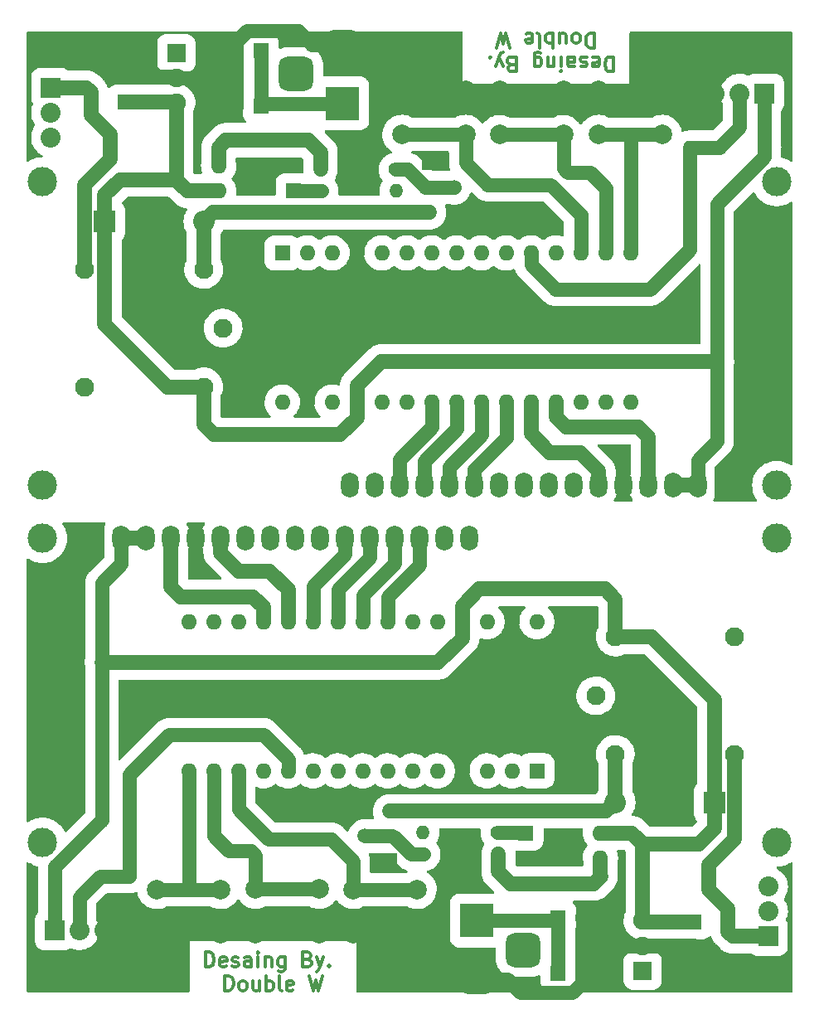
<source format=gbr>
%TF.GenerationSoftware,KiCad,Pcbnew,(6.0.0)*%
%TF.CreationDate,2022-01-31T19:39:52+07:00*%
%TF.ProjectId,eggmodel_V1.1,6567676d-6f64-4656-9c5f-56312e312e6b,rev?*%
%TF.SameCoordinates,Original*%
%TF.FileFunction,Copper,L1,Top*%
%TF.FilePolarity,Positive*%
%FSLAX46Y46*%
G04 Gerber Fmt 4.6, Leading zero omitted, Abs format (unit mm)*
G04 Created by KiCad (PCBNEW (6.0.0)) date 2022-01-31 19:39:52*
%MOMM*%
%LPD*%
G01*
G04 APERTURE LIST*
G04 Aperture macros list*
%AMRoundRect*
0 Rectangle with rounded corners*
0 $1 Rounding radius*
0 $2 $3 $4 $5 $6 $7 $8 $9 X,Y pos of 4 corners*
0 Add a 4 corners polygon primitive as box body*
4,1,4,$2,$3,$4,$5,$6,$7,$8,$9,$2,$3,0*
0 Add four circle primitives for the rounded corners*
1,1,$1+$1,$2,$3*
1,1,$1+$1,$4,$5*
1,1,$1+$1,$6,$7*
1,1,$1+$1,$8,$9*
0 Add four rect primitives between the rounded corners*
20,1,$1+$1,$2,$3,$4,$5,0*
20,1,$1+$1,$4,$5,$6,$7,0*
20,1,$1+$1,$6,$7,$8,$9,0*
20,1,$1+$1,$8,$9,$2,$3,0*%
G04 Aperture macros list end*
%ADD10C,0.300000*%
%TA.AperFunction,NonConductor*%
%ADD11C,0.300000*%
%TD*%
%TA.AperFunction,ComponentPad*%
%ADD12R,1.600000X1.600000*%
%TD*%
%TA.AperFunction,ComponentPad*%
%ADD13C,1.600000*%
%TD*%
%TA.AperFunction,ComponentPad*%
%ADD14C,2.000000*%
%TD*%
%TA.AperFunction,ComponentPad*%
%ADD15C,1.400000*%
%TD*%
%TA.AperFunction,ComponentPad*%
%ADD16O,1.400000X1.400000*%
%TD*%
%TA.AperFunction,ComponentPad*%
%ADD17R,2.040000X2.040000*%
%TD*%
%TA.AperFunction,ComponentPad*%
%ADD18C,2.040000*%
%TD*%
%TA.AperFunction,ComponentPad*%
%ADD19C,3.000000*%
%TD*%
%TA.AperFunction,ComponentPad*%
%ADD20R,1.800000X2.600000*%
%TD*%
%TA.AperFunction,ComponentPad*%
%ADD21O,1.800000X2.600000*%
%TD*%
%TA.AperFunction,ComponentPad*%
%ADD22R,1.910000X1.910000*%
%TD*%
%TA.AperFunction,ComponentPad*%
%ADD23C,1.910000*%
%TD*%
%TA.AperFunction,ComponentPad*%
%ADD24C,1.950000*%
%TD*%
%TA.AperFunction,ComponentPad*%
%ADD25R,1.500000X1.500000*%
%TD*%
%TA.AperFunction,ComponentPad*%
%ADD26C,1.500000*%
%TD*%
%TA.AperFunction,ComponentPad*%
%ADD27R,3.500000X3.500000*%
%TD*%
%TA.AperFunction,ComponentPad*%
%ADD28RoundRect,0.750000X-1.000000X0.750000X-1.000000X-0.750000X1.000000X-0.750000X1.000000X0.750000X0*%
%TD*%
%TA.AperFunction,ComponentPad*%
%ADD29RoundRect,0.875000X-0.875000X0.875000X-0.875000X-0.875000X0.875000X-0.875000X0.875000X0.875000X0*%
%TD*%
%TA.AperFunction,ComponentPad*%
%ADD30R,2.200000X2.200000*%
%TD*%
%TA.AperFunction,ComponentPad*%
%ADD31O,2.200000X2.200000*%
%TD*%
%TA.AperFunction,ComponentPad*%
%ADD32O,1.600000X1.600000*%
%TD*%
%TA.AperFunction,ComponentPad*%
%ADD33RoundRect,0.875000X0.875000X-0.875000X0.875000X0.875000X-0.875000X0.875000X-0.875000X-0.875000X0*%
%TD*%
%TA.AperFunction,ComponentPad*%
%ADD34RoundRect,0.750000X1.000000X-0.750000X1.000000X0.750000X-1.000000X0.750000X-1.000000X-0.750000X0*%
%TD*%
%TA.AperFunction,Conductor*%
%ADD35C,1.400000*%
%TD*%
%TA.AperFunction,Conductor*%
%ADD36C,1.500000*%
%TD*%
G04 APERTURE END LIST*
D10*
D11*
X145247142Y-34728928D02*
X145247142Y-36228928D01*
X144890000Y-36228928D01*
X144675714Y-36157500D01*
X144532857Y-36014642D01*
X144461428Y-35871785D01*
X144390000Y-35586071D01*
X144390000Y-35371785D01*
X144461428Y-35086071D01*
X144532857Y-34943214D01*
X144675714Y-34800357D01*
X144890000Y-34728928D01*
X145247142Y-34728928D01*
X143175714Y-34800357D02*
X143318571Y-34728928D01*
X143604285Y-34728928D01*
X143747142Y-34800357D01*
X143818571Y-34943214D01*
X143818571Y-35514642D01*
X143747142Y-35657500D01*
X143604285Y-35728928D01*
X143318571Y-35728928D01*
X143175714Y-35657500D01*
X143104285Y-35514642D01*
X143104285Y-35371785D01*
X143818571Y-35228928D01*
X142532857Y-34800357D02*
X142390000Y-34728928D01*
X142104285Y-34728928D01*
X141961428Y-34800357D01*
X141890000Y-34943214D01*
X141890000Y-35014642D01*
X141961428Y-35157500D01*
X142104285Y-35228928D01*
X142318571Y-35228928D01*
X142461428Y-35300357D01*
X142532857Y-35443214D01*
X142532857Y-35514642D01*
X142461428Y-35657500D01*
X142318571Y-35728928D01*
X142104285Y-35728928D01*
X141961428Y-35657500D01*
X140604285Y-34728928D02*
X140604285Y-35514642D01*
X140675714Y-35657500D01*
X140818571Y-35728928D01*
X141104285Y-35728928D01*
X141247142Y-35657500D01*
X140604285Y-34800357D02*
X140747142Y-34728928D01*
X141104285Y-34728928D01*
X141247142Y-34800357D01*
X141318571Y-34943214D01*
X141318571Y-35086071D01*
X141247142Y-35228928D01*
X141104285Y-35300357D01*
X140747142Y-35300357D01*
X140604285Y-35371785D01*
X139890000Y-34728928D02*
X139890000Y-35728928D01*
X139890000Y-36228928D02*
X139961428Y-36157500D01*
X139890000Y-36086071D01*
X139818571Y-36157500D01*
X139890000Y-36228928D01*
X139890000Y-36086071D01*
X139175714Y-35728928D02*
X139175714Y-34728928D01*
X139175714Y-35586071D02*
X139104285Y-35657500D01*
X138961428Y-35728928D01*
X138747142Y-35728928D01*
X138604285Y-35657500D01*
X138532857Y-35514642D01*
X138532857Y-34728928D01*
X137175714Y-35728928D02*
X137175714Y-34514642D01*
X137247142Y-34371785D01*
X137318571Y-34300357D01*
X137461428Y-34228928D01*
X137675714Y-34228928D01*
X137818571Y-34300357D01*
X137175714Y-34800357D02*
X137318571Y-34728928D01*
X137604285Y-34728928D01*
X137747142Y-34800357D01*
X137818571Y-34871785D01*
X137890000Y-35014642D01*
X137890000Y-35443214D01*
X137818571Y-35586071D01*
X137747142Y-35657500D01*
X137604285Y-35728928D01*
X137318571Y-35728928D01*
X137175714Y-35657500D01*
X134818571Y-35514642D02*
X134604285Y-35443214D01*
X134532857Y-35371785D01*
X134461428Y-35228928D01*
X134461428Y-35014642D01*
X134532857Y-34871785D01*
X134604285Y-34800357D01*
X134747142Y-34728928D01*
X135318571Y-34728928D01*
X135318571Y-36228928D01*
X134818571Y-36228928D01*
X134675714Y-36157500D01*
X134604285Y-36086071D01*
X134532857Y-35943214D01*
X134532857Y-35800357D01*
X134604285Y-35657500D01*
X134675714Y-35586071D01*
X134818571Y-35514642D01*
X135318571Y-35514642D01*
X133961428Y-35728928D02*
X133604285Y-34728928D01*
X133247142Y-35728928D02*
X133604285Y-34728928D01*
X133747142Y-34371785D01*
X133818571Y-34300357D01*
X133961428Y-34228928D01*
X132675714Y-34871785D02*
X132604285Y-34800357D01*
X132675714Y-34728928D01*
X132747142Y-34800357D01*
X132675714Y-34871785D01*
X132675714Y-34728928D01*
X143282857Y-32313928D02*
X143282857Y-33813928D01*
X142925714Y-33813928D01*
X142711428Y-33742500D01*
X142568571Y-33599642D01*
X142497142Y-33456785D01*
X142425714Y-33171071D01*
X142425714Y-32956785D01*
X142497142Y-32671071D01*
X142568571Y-32528214D01*
X142711428Y-32385357D01*
X142925714Y-32313928D01*
X143282857Y-32313928D01*
X141568571Y-32313928D02*
X141711428Y-32385357D01*
X141782857Y-32456785D01*
X141854285Y-32599642D01*
X141854285Y-33028214D01*
X141782857Y-33171071D01*
X141711428Y-33242500D01*
X141568571Y-33313928D01*
X141354285Y-33313928D01*
X141211428Y-33242500D01*
X141140000Y-33171071D01*
X141068571Y-33028214D01*
X141068571Y-32599642D01*
X141140000Y-32456785D01*
X141211428Y-32385357D01*
X141354285Y-32313928D01*
X141568571Y-32313928D01*
X139782857Y-33313928D02*
X139782857Y-32313928D01*
X140425714Y-33313928D02*
X140425714Y-32528214D01*
X140354285Y-32385357D01*
X140211428Y-32313928D01*
X139997142Y-32313928D01*
X139854285Y-32385357D01*
X139782857Y-32456785D01*
X139068571Y-32313928D02*
X139068571Y-33813928D01*
X139068571Y-33242500D02*
X138925714Y-33313928D01*
X138640000Y-33313928D01*
X138497142Y-33242500D01*
X138425714Y-33171071D01*
X138354285Y-33028214D01*
X138354285Y-32599642D01*
X138425714Y-32456785D01*
X138497142Y-32385357D01*
X138640000Y-32313928D01*
X138925714Y-32313928D01*
X139068571Y-32385357D01*
X137497142Y-32313928D02*
X137640000Y-32385357D01*
X137711428Y-32528214D01*
X137711428Y-33813928D01*
X136354285Y-32385357D02*
X136497142Y-32313928D01*
X136782857Y-32313928D01*
X136925714Y-32385357D01*
X136997142Y-32528214D01*
X136997142Y-33099642D01*
X136925714Y-33242500D01*
X136782857Y-33313928D01*
X136497142Y-33313928D01*
X136354285Y-33242500D01*
X136282857Y-33099642D01*
X136282857Y-32956785D01*
X136997142Y-32813928D01*
X134640000Y-33813928D02*
X134282857Y-32313928D01*
X133997142Y-33385357D01*
X133711428Y-32313928D01*
X133354285Y-33813928D01*
D10*
D11*
X103622857Y-127651071D02*
X103622857Y-126151071D01*
X103980000Y-126151071D01*
X104194285Y-126222500D01*
X104337142Y-126365357D01*
X104408571Y-126508214D01*
X104480000Y-126793928D01*
X104480000Y-127008214D01*
X104408571Y-127293928D01*
X104337142Y-127436785D01*
X104194285Y-127579642D01*
X103980000Y-127651071D01*
X103622857Y-127651071D01*
X105694285Y-127579642D02*
X105551428Y-127651071D01*
X105265714Y-127651071D01*
X105122857Y-127579642D01*
X105051428Y-127436785D01*
X105051428Y-126865357D01*
X105122857Y-126722500D01*
X105265714Y-126651071D01*
X105551428Y-126651071D01*
X105694285Y-126722500D01*
X105765714Y-126865357D01*
X105765714Y-127008214D01*
X105051428Y-127151071D01*
X106337142Y-127579642D02*
X106480000Y-127651071D01*
X106765714Y-127651071D01*
X106908571Y-127579642D01*
X106980000Y-127436785D01*
X106980000Y-127365357D01*
X106908571Y-127222500D01*
X106765714Y-127151071D01*
X106551428Y-127151071D01*
X106408571Y-127079642D01*
X106337142Y-126936785D01*
X106337142Y-126865357D01*
X106408571Y-126722500D01*
X106551428Y-126651071D01*
X106765714Y-126651071D01*
X106908571Y-126722500D01*
X108265714Y-127651071D02*
X108265714Y-126865357D01*
X108194285Y-126722500D01*
X108051428Y-126651071D01*
X107765714Y-126651071D01*
X107622857Y-126722500D01*
X108265714Y-127579642D02*
X108122857Y-127651071D01*
X107765714Y-127651071D01*
X107622857Y-127579642D01*
X107551428Y-127436785D01*
X107551428Y-127293928D01*
X107622857Y-127151071D01*
X107765714Y-127079642D01*
X108122857Y-127079642D01*
X108265714Y-127008214D01*
X108980000Y-127651071D02*
X108980000Y-126651071D01*
X108980000Y-126151071D02*
X108908571Y-126222500D01*
X108980000Y-126293928D01*
X109051428Y-126222500D01*
X108980000Y-126151071D01*
X108980000Y-126293928D01*
X109694285Y-126651071D02*
X109694285Y-127651071D01*
X109694285Y-126793928D02*
X109765714Y-126722500D01*
X109908571Y-126651071D01*
X110122857Y-126651071D01*
X110265714Y-126722500D01*
X110337142Y-126865357D01*
X110337142Y-127651071D01*
X111694285Y-126651071D02*
X111694285Y-127865357D01*
X111622857Y-128008214D01*
X111551428Y-128079642D01*
X111408571Y-128151071D01*
X111194285Y-128151071D01*
X111051428Y-128079642D01*
X111694285Y-127579642D02*
X111551428Y-127651071D01*
X111265714Y-127651071D01*
X111122857Y-127579642D01*
X111051428Y-127508214D01*
X110980000Y-127365357D01*
X110980000Y-126936785D01*
X111051428Y-126793928D01*
X111122857Y-126722500D01*
X111265714Y-126651071D01*
X111551428Y-126651071D01*
X111694285Y-126722500D01*
X114051428Y-126865357D02*
X114265714Y-126936785D01*
X114337142Y-127008214D01*
X114408571Y-127151071D01*
X114408571Y-127365357D01*
X114337142Y-127508214D01*
X114265714Y-127579642D01*
X114122857Y-127651071D01*
X113551428Y-127651071D01*
X113551428Y-126151071D01*
X114051428Y-126151071D01*
X114194285Y-126222500D01*
X114265714Y-126293928D01*
X114337142Y-126436785D01*
X114337142Y-126579642D01*
X114265714Y-126722500D01*
X114194285Y-126793928D01*
X114051428Y-126865357D01*
X113551428Y-126865357D01*
X114908571Y-126651071D02*
X115265714Y-127651071D01*
X115622857Y-126651071D02*
X115265714Y-127651071D01*
X115122857Y-128008214D01*
X115051428Y-128079642D01*
X114908571Y-128151071D01*
X116194285Y-127508214D02*
X116265714Y-127579642D01*
X116194285Y-127651071D01*
X116122857Y-127579642D01*
X116194285Y-127508214D01*
X116194285Y-127651071D01*
X105587142Y-130066071D02*
X105587142Y-128566071D01*
X105944285Y-128566071D01*
X106158571Y-128637500D01*
X106301428Y-128780357D01*
X106372857Y-128923214D01*
X106444285Y-129208928D01*
X106444285Y-129423214D01*
X106372857Y-129708928D01*
X106301428Y-129851785D01*
X106158571Y-129994642D01*
X105944285Y-130066071D01*
X105587142Y-130066071D01*
X107301428Y-130066071D02*
X107158571Y-129994642D01*
X107087142Y-129923214D01*
X107015714Y-129780357D01*
X107015714Y-129351785D01*
X107087142Y-129208928D01*
X107158571Y-129137500D01*
X107301428Y-129066071D01*
X107515714Y-129066071D01*
X107658571Y-129137500D01*
X107730000Y-129208928D01*
X107801428Y-129351785D01*
X107801428Y-129780357D01*
X107730000Y-129923214D01*
X107658571Y-129994642D01*
X107515714Y-130066071D01*
X107301428Y-130066071D01*
X109087142Y-129066071D02*
X109087142Y-130066071D01*
X108444285Y-129066071D02*
X108444285Y-129851785D01*
X108515714Y-129994642D01*
X108658571Y-130066071D01*
X108872857Y-130066071D01*
X109015714Y-129994642D01*
X109087142Y-129923214D01*
X109801428Y-130066071D02*
X109801428Y-128566071D01*
X109801428Y-129137500D02*
X109944285Y-129066071D01*
X110230000Y-129066071D01*
X110372857Y-129137500D01*
X110444285Y-129208928D01*
X110515714Y-129351785D01*
X110515714Y-129780357D01*
X110444285Y-129923214D01*
X110372857Y-129994642D01*
X110230000Y-130066071D01*
X109944285Y-130066071D01*
X109801428Y-129994642D01*
X111372857Y-130066071D02*
X111230000Y-129994642D01*
X111158571Y-129851785D01*
X111158571Y-128566071D01*
X112515714Y-129994642D02*
X112372857Y-130066071D01*
X112087142Y-130066071D01*
X111944285Y-129994642D01*
X111872857Y-129851785D01*
X111872857Y-129280357D01*
X111944285Y-129137500D01*
X112087142Y-129066071D01*
X112372857Y-129066071D01*
X112515714Y-129137500D01*
X112587142Y-129280357D01*
X112587142Y-129423214D01*
X111872857Y-129566071D01*
X114230000Y-128566071D02*
X114587142Y-130066071D01*
X114872857Y-128994642D01*
X115158571Y-130066071D01*
X115515714Y-128566071D01*
D12*
%TO.P,C3,1*%
%TO.N,VCC*%
X95370000Y-39330000D03*
D13*
%TO.P,C3,2*%
%TO.N,GND*%
X95370000Y-36830000D03*
%TD*%
D12*
%TO.P,C2,1*%
%TO.N,Net-(C1-Pad1)*%
X109240000Y-39760000D03*
D13*
%TO.P,C2,2*%
%TO.N,GND*%
X106740000Y-39760000D03*
%TD*%
D12*
%TO.P,C1,1*%
%TO.N,Net-(C1-Pad1)*%
X109270000Y-34050000D03*
D13*
%TO.P,C1,2*%
%TO.N,GND*%
X106770000Y-34050000D03*
%TD*%
D14*
%TO.P,SW1,1,1*%
%TO.N,GND*%
X130160000Y-38140000D03*
X123660000Y-38140000D03*
%TO.P,SW1,2,2*%
%TO.N,D10*%
X123660000Y-42640000D03*
X130160000Y-42640000D03*
%TD*%
D15*
%TO.P,R3,1*%
%TO.N,Net-(Q1-Pad2)*%
X122970000Y-46230000D03*
D16*
%TO.P,R3,2*%
%TO.N,Net-(R3-Pad2)*%
X115350000Y-46230000D03*
%TD*%
D17*
%TO.P,J3,1,1*%
%TO.N,Net-(J3-Pad1)*%
X87810000Y-37850000D03*
D18*
%TO.P,J3,2,2*%
%TO.N,Net-(J3-Pad2)*%
X87810000Y-40390000D03*
%TO.P,J3,3,3*%
%TO.N,Net-(J3-Pad3)*%
X87810000Y-42930000D03*
%TD*%
D19*
%TO.P,DS1,*%
%TO.N,*%
X86930000Y-78477500D03*
X86930520Y-47476800D03*
X161929100Y-78477500D03*
X161929100Y-47476800D03*
D20*
%TO.P,DS1,1,VSS*%
%TO.N,GND*%
X156430000Y-78477500D03*
D21*
%TO.P,DS1,2,VDD*%
%TO.N,VCC*%
X153890000Y-78477500D03*
%TO.P,DS1,3,VO*%
X151350000Y-78477500D03*
%TO.P,DS1,4,RS*%
%TO.N,A0*%
X148810000Y-78477500D03*
%TO.P,DS1,5,R/W*%
%TO.N,GND*%
X146270000Y-78477500D03*
%TO.P,DS1,6,E*%
%TO.N,A1*%
X143730000Y-78477500D03*
%TO.P,DS1,7,D0*%
%TO.N,unconnected-(DS1-Pad7)*%
X141190000Y-78477500D03*
%TO.P,DS1,8,D1*%
%TO.N,unconnected-(DS1-Pad8)*%
X138650000Y-78477500D03*
%TO.P,DS1,9,D2*%
%TO.N,unconnected-(DS1-Pad9)*%
X136110000Y-78477500D03*
%TO.P,DS1,10,D3*%
%TO.N,unconnected-(DS1-Pad10)*%
X133570000Y-78477500D03*
%TO.P,DS1,11,D4*%
%TO.N,A2*%
X131030000Y-78477500D03*
%TO.P,DS1,12,D5*%
%TO.N,A3*%
X128490000Y-78477500D03*
%TO.P,DS1,13,D6*%
%TO.N,A4*%
X125950000Y-78477500D03*
%TO.P,DS1,14,D7*%
%TO.N,A5*%
X123410000Y-78477500D03*
%TO.P,DS1,15,LED(+)*%
%TO.N,unconnected-(DS1-Pad15)*%
X120870000Y-78477500D03*
%TO.P,DS1,16,LED(-)*%
%TO.N,unconnected-(DS1-Pad16)*%
X118330000Y-78477500D03*
%TD*%
D22*
%TO.P,U2,1,INPUT*%
%TO.N,Net-(C1-Pad1)*%
X100612000Y-34350000D03*
D23*
%TO.P,U2,2,GROUND*%
%TO.N,GND*%
X100612000Y-36900000D03*
%TO.P,U2,3,OUTPUT*%
%TO.N,VCC*%
X100612000Y-39450000D03*
%TD*%
D17*
%TO.P,J1,1,1*%
%TO.N,VCC*%
X160701500Y-38470000D03*
D18*
%TO.P,J1,2,2*%
%TO.N,D8*%
X158161500Y-38470000D03*
%TO.P,J1,3,3*%
%TO.N,GND*%
X155621500Y-38470000D03*
%TD*%
D24*
%TO.P,K1,COIL1*%
%TO.N,VCC*%
X103410000Y-68420000D03*
%TO.P,K1,COIL2*%
%TO.N,Net-(D1-Pad2)*%
X103410000Y-56420000D03*
%TO.P,K1,COM*%
%TO.N,Net-(J3-Pad2)*%
X105410000Y-62420000D03*
%TO.P,K1,NC*%
%TO.N,Net-(J3-Pad1)*%
X91210000Y-56420000D03*
%TO.P,K1,NO*%
%TO.N,Net-(J3-Pad3)*%
X91210000Y-68420000D03*
%TD*%
D15*
%TO.P,R2,1*%
%TO.N,Net-(R2-Pad1)*%
X115470000Y-48420000D03*
D16*
%TO.P,R2,2*%
%TO.N,D9*%
X123090000Y-48420000D03*
%TD*%
D25*
%TO.P,Q1,1,E*%
%TO.N,GND*%
X126430000Y-45540000D03*
D26*
%TO.P,Q1,2,B*%
%TO.N,Net-(Q1-Pad2)*%
X128970000Y-48080000D03*
%TO.P,Q1,3,C*%
%TO.N,Net-(D1-Pad2)*%
X126430000Y-50620000D03*
%TD*%
D14*
%TO.P,SW3,1,1*%
%TO.N,GND*%
X150240000Y-38140000D03*
X143740000Y-38140000D03*
%TO.P,SW3,2,2*%
%TO.N,D12*%
X143740000Y-42640000D03*
X150240000Y-42640000D03*
%TD*%
%TO.P,SW2,1,1*%
%TO.N,GND*%
X133650000Y-38160000D03*
X140150000Y-38160000D03*
%TO.P,SW2,2,2*%
%TO.N,D11*%
X133650000Y-42660000D03*
X140150000Y-42660000D03*
%TD*%
D27*
%TO.P,J2,1*%
%TO.N,Net-(C1-Pad1)*%
X117570000Y-39470000D03*
D28*
%TO.P,J2,2*%
%TO.N,GND*%
X117570000Y-33470000D03*
D29*
%TO.P,J2,3*%
%TO.N,N/C*%
X112870000Y-36470000D03*
%TD*%
D30*
%TO.P,D1,1,K*%
%TO.N,VCC*%
X93300000Y-51530000D03*
D31*
%TO.P,D1,2,A*%
%TO.N,Net-(D1-Pad2)*%
X103460000Y-51530000D03*
%TD*%
D12*
%TO.P,U1,1*%
%TO.N,Net-(R2-Pad1)*%
X112560000Y-48415000D03*
D32*
%TO.P,U1,2*%
%TO.N,GND*%
X112560000Y-45875000D03*
%TO.P,U1,3*%
%TO.N,Net-(R3-Pad2)*%
X104940000Y-45875000D03*
%TO.P,U1,4*%
%TO.N,VCC*%
X104940000Y-48415000D03*
%TD*%
D15*
%TO.P,R1,1*%
%TO.N,VCC*%
X160640000Y-43950000D03*
D16*
%TO.P,R1,2*%
%TO.N,D8*%
X153020000Y-43950000D03*
%TD*%
D12*
%TO.P,A1,1,D1/TX*%
%TO.N,unconnected-(A1-Pad1)*%
X111440000Y-54750000D03*
D32*
%TO.P,A1,2,D0/RX*%
%TO.N,unconnected-(A1-Pad2)*%
X113980000Y-54750000D03*
%TO.P,A1,3,~{RESET}*%
%TO.N,unconnected-(A1-Pad3)*%
X116520000Y-54750000D03*
%TO.P,A1,4,GND*%
%TO.N,GND*%
X119060000Y-54750000D03*
%TO.P,A1,5,D2*%
%TO.N,unconnected-(A1-Pad5)*%
X121600000Y-54750000D03*
%TO.P,A1,6,D3*%
%TO.N,unconnected-(A1-Pad6)*%
X124140000Y-54750000D03*
%TO.P,A1,7,D4*%
%TO.N,unconnected-(A1-Pad7)*%
X126680000Y-54750000D03*
%TO.P,A1,8,D5*%
%TO.N,unconnected-(A1-Pad8)*%
X129220000Y-54750000D03*
%TO.P,A1,9,D6*%
%TO.N,unconnected-(A1-Pad9)*%
X131760000Y-54750000D03*
%TO.P,A1,10,D7*%
%TO.N,unconnected-(A1-Pad10)*%
X134300000Y-54750000D03*
%TO.P,A1,11,D8*%
%TO.N,D8*%
X136840000Y-54750000D03*
%TO.P,A1,12,D9*%
%TO.N,D9*%
X139380000Y-54750000D03*
%TO.P,A1,13,D10*%
%TO.N,D10*%
X141920000Y-54750000D03*
%TO.P,A1,14,D11*%
%TO.N,D11*%
X144460000Y-54750000D03*
%TO.P,A1,15,D12*%
%TO.N,D12*%
X147000000Y-54750000D03*
%TO.P,A1,16,D13*%
%TO.N,unconnected-(A1-Pad16)*%
X147000000Y-69990000D03*
%TO.P,A1,17,3V3*%
%TO.N,unconnected-(A1-Pad17)*%
X144460000Y-69990000D03*
%TO.P,A1,18,AREF*%
%TO.N,unconnected-(A1-Pad18)*%
X141920000Y-69990000D03*
%TO.P,A1,19,A0*%
%TO.N,A0*%
X139380000Y-69990000D03*
%TO.P,A1,20,A1*%
%TO.N,A1*%
X136840000Y-69990000D03*
%TO.P,A1,21,A2*%
%TO.N,A2*%
X134300000Y-69990000D03*
%TO.P,A1,22,A3*%
%TO.N,A3*%
X131760000Y-69990000D03*
%TO.P,A1,23,A4*%
%TO.N,A4*%
X129220000Y-69990000D03*
%TO.P,A1,24,A5*%
%TO.N,A5*%
X126680000Y-69990000D03*
%TO.P,A1,25,A6*%
%TO.N,unconnected-(A1-Pad25)*%
X124140000Y-69990000D03*
%TO.P,A1,26,A7*%
%TO.N,unconnected-(A1-Pad26)*%
X121600000Y-69990000D03*
%TO.P,A1,27,+5V*%
%TO.N,VCC*%
X119060000Y-69990000D03*
%TO.P,A1,28,~{RESET}*%
%TO.N,unconnected-(A1-Pad28)*%
X116520000Y-69990000D03*
%TO.P,A1,29,GND*%
%TO.N,GND*%
X113980000Y-69990000D03*
%TO.P,A1,30,VIN*%
%TO.N,unconnected-(A1-Pad30)*%
X111440000Y-69990000D03*
%TD*%
D12*
%TO.P,C3,1*%
%TO.N,VCC*%
X153500000Y-123050000D03*
D13*
%TO.P,C3,2*%
%TO.N,GND*%
X153500000Y-125550000D03*
%TD*%
D12*
%TO.P,C2,1*%
%TO.N,Net-(C1-Pad1)*%
X139630000Y-122620000D03*
D13*
%TO.P,C2,2*%
%TO.N,GND*%
X142130000Y-122620000D03*
%TD*%
D12*
%TO.P,C1,1*%
%TO.N,Net-(C1-Pad1)*%
X139600000Y-128330000D03*
D13*
%TO.P,C1,2*%
%TO.N,GND*%
X142100000Y-128330000D03*
%TD*%
D14*
%TO.P,SW2,2,2*%
%TO.N,D11*%
X115220000Y-119720000D03*
%TO.P,SW2,1,1*%
%TO.N,GND*%
X115220000Y-124220000D03*
%TO.P,SW2,2,2*%
%TO.N,D11*%
X108720000Y-119720000D03*
%TO.P,SW2,1,1*%
%TO.N,GND*%
X108720000Y-124220000D03*
%TD*%
D22*
%TO.P,U2,1,INPUT*%
%TO.N,Net-(C1-Pad1)*%
X148258000Y-128030000D03*
D23*
%TO.P,U2,2,GROUND*%
%TO.N,GND*%
X148258000Y-125480000D03*
%TO.P,U2,3,OUTPUT*%
%TO.N,VCC*%
X148258000Y-122930000D03*
%TD*%
D32*
%TO.P,U1,4*%
%TO.N,VCC*%
X143930000Y-113965000D03*
%TO.P,U1,2*%
%TO.N,GND*%
X136310000Y-116505000D03*
%TO.P,U1,3*%
%TO.N,Net-(R3-Pad2)*%
X143930000Y-116505000D03*
D12*
%TO.P,U1,1*%
%TO.N,Net-(R2-Pad1)*%
X136310000Y-113965000D03*
%TD*%
D14*
%TO.P,SW3,2,2*%
%TO.N,D12*%
X105130000Y-119740000D03*
%TO.P,SW3,1,1*%
%TO.N,GND*%
X105130000Y-124240000D03*
%TO.P,SW3,2,2*%
%TO.N,D12*%
X98630000Y-119740000D03*
%TO.P,SW3,1,1*%
%TO.N,GND*%
X98630000Y-124240000D03*
%TD*%
%TO.P,SW1,2,2*%
%TO.N,D10*%
X125210000Y-119740000D03*
%TO.P,SW1,1,1*%
%TO.N,GND*%
X125210000Y-124240000D03*
%TO.P,SW1,2,2*%
%TO.N,D10*%
X118710000Y-119740000D03*
%TO.P,SW1,1,1*%
%TO.N,GND*%
X118710000Y-124240000D03*
%TD*%
D16*
%TO.P,R3,2*%
%TO.N,Net-(R3-Pad2)*%
X133520000Y-116150000D03*
D15*
%TO.P,R3,1*%
%TO.N,Net-(Q1-Pad2)*%
X125900000Y-116150000D03*
%TD*%
D16*
%TO.P,R2,2*%
%TO.N,D9*%
X125780000Y-113960000D03*
D15*
%TO.P,R2,1*%
%TO.N,Net-(R2-Pad1)*%
X133400000Y-113960000D03*
%TD*%
%TO.P,R1,1*%
%TO.N,VCC*%
X88230000Y-118430000D03*
D16*
%TO.P,R1,2*%
%TO.N,D8*%
X95850000Y-118430000D03*
%TD*%
D25*
%TO.P,Q1,1,E*%
%TO.N,GND*%
X122440000Y-116840000D03*
D26*
%TO.P,Q1,3,C*%
%TO.N,Net-(D1-Pad2)*%
X122440000Y-111760000D03*
%TO.P,Q1,2,B*%
%TO.N,Net-(Q1-Pad2)*%
X119900000Y-114300000D03*
%TD*%
D24*
%TO.P,K1,NO*%
%TO.N,Net-(J3-Pad3)*%
X157660000Y-93960000D03*
%TO.P,K1,NC*%
%TO.N,Net-(J3-Pad1)*%
X157660000Y-105960000D03*
%TO.P,K1,COIL2*%
%TO.N,Net-(D1-Pad2)*%
X145460000Y-105960000D03*
%TO.P,K1,COIL1*%
%TO.N,VCC*%
X145460000Y-93960000D03*
%TO.P,K1,COM*%
%TO.N,Net-(J3-Pad2)*%
X143460000Y-99960000D03*
%TD*%
D18*
%TO.P,J3,3,3*%
%TO.N,Net-(J3-Pad3)*%
X161060000Y-119450000D03*
%TO.P,J3,2,2*%
%TO.N,Net-(J3-Pad2)*%
X161060000Y-121990000D03*
D17*
%TO.P,J3,1,1*%
%TO.N,Net-(J3-Pad1)*%
X161060000Y-124530000D03*
%TD*%
D33*
%TO.P,J2,3*%
%TO.N,N/C*%
X136000000Y-125910000D03*
D34*
%TO.P,J2,2*%
%TO.N,GND*%
X131300000Y-128910000D03*
D27*
%TO.P,J2,1*%
%TO.N,Net-(C1-Pad1)*%
X131300000Y-122910000D03*
%TD*%
D17*
%TO.P,J1,1,1*%
%TO.N,VCC*%
X88168500Y-123910000D03*
D18*
%TO.P,J1,2,2*%
%TO.N,D8*%
X90708500Y-123910000D03*
%TO.P,J1,3,3*%
%TO.N,GND*%
X93248500Y-123910000D03*
%TD*%
D19*
%TO.P,DS1,*%
%TO.N,*%
X161940000Y-83902500D03*
X161939480Y-114903200D03*
X86940900Y-114903200D03*
X86940900Y-83902500D03*
D21*
%TO.P,DS1,16,LED(-)*%
%TO.N,unconnected-(DS1-Pad16)*%
X130540000Y-83902500D03*
%TO.P,DS1,15,LED(+)*%
%TO.N,unconnected-(DS1-Pad15)*%
X128000000Y-83902500D03*
%TO.P,DS1,14,D7*%
%TO.N,A5*%
X125460000Y-83902500D03*
%TO.P,DS1,13,D6*%
%TO.N,A4*%
X122920000Y-83902500D03*
%TO.P,DS1,12,D5*%
%TO.N,A3*%
X120380000Y-83902500D03*
%TO.P,DS1,11,D4*%
%TO.N,A2*%
X117840000Y-83902500D03*
%TO.P,DS1,10,D3*%
%TO.N,unconnected-(DS1-Pad10)*%
X115300000Y-83902500D03*
%TO.P,DS1,9,D2*%
%TO.N,unconnected-(DS1-Pad9)*%
X112760000Y-83902500D03*
%TO.P,DS1,8,D1*%
%TO.N,unconnected-(DS1-Pad8)*%
X110220000Y-83902500D03*
%TO.P,DS1,7,D0*%
%TO.N,unconnected-(DS1-Pad7)*%
X107680000Y-83902500D03*
%TO.P,DS1,6,E*%
%TO.N,A1*%
X105140000Y-83902500D03*
%TO.P,DS1,5,R/W*%
%TO.N,GND*%
X102600000Y-83902500D03*
%TO.P,DS1,4,RS*%
%TO.N,A0*%
X100060000Y-83902500D03*
%TO.P,DS1,3,VO*%
%TO.N,VCC*%
X97520000Y-83902500D03*
%TO.P,DS1,2,VDD*%
X94980000Y-83902500D03*
D20*
%TO.P,DS1,1,VSS*%
%TO.N,GND*%
X92440000Y-83902500D03*
%TD*%
D31*
%TO.P,D1,2,A*%
%TO.N,Net-(D1-Pad2)*%
X145410000Y-110850000D03*
D30*
%TO.P,D1,1,K*%
%TO.N,VCC*%
X155570000Y-110850000D03*
%TD*%
D32*
%TO.P,A1,16,D13*%
%TO.N,unconnected-(A1-Pad16)*%
X101870000Y-92390000D03*
%TO.P,A1,15,D12*%
%TO.N,D12*%
X101870000Y-107630000D03*
%TO.P,A1,30,VIN*%
%TO.N,unconnected-(A1-Pad30)*%
X137430000Y-92390000D03*
%TO.P,A1,14,D11*%
%TO.N,D11*%
X104410000Y-107630000D03*
%TO.P,A1,29,GND*%
%TO.N,GND*%
X134890000Y-92390000D03*
%TO.P,A1,13,D10*%
%TO.N,D10*%
X106950000Y-107630000D03*
%TO.P,A1,28,~{RESET}*%
%TO.N,unconnected-(A1-Pad28)*%
X132350000Y-92390000D03*
%TO.P,A1,12,D9*%
%TO.N,D9*%
X109490000Y-107630000D03*
%TO.P,A1,27,+5V*%
%TO.N,VCC*%
X129810000Y-92390000D03*
%TO.P,A1,11,D8*%
%TO.N,D8*%
X112030000Y-107630000D03*
%TO.P,A1,26,A7*%
%TO.N,unconnected-(A1-Pad26)*%
X127270000Y-92390000D03*
%TO.P,A1,10,D7*%
%TO.N,unconnected-(A1-Pad10)*%
X114570000Y-107630000D03*
%TO.P,A1,25,A6*%
%TO.N,unconnected-(A1-Pad25)*%
X124730000Y-92390000D03*
%TO.P,A1,9,D6*%
%TO.N,unconnected-(A1-Pad9)*%
X117110000Y-107630000D03*
%TO.P,A1,24,A5*%
%TO.N,A5*%
X122190000Y-92390000D03*
%TO.P,A1,8,D5*%
%TO.N,unconnected-(A1-Pad8)*%
X119650000Y-107630000D03*
%TO.P,A1,23,A4*%
%TO.N,A4*%
X119650000Y-92390000D03*
%TO.P,A1,7,D4*%
%TO.N,unconnected-(A1-Pad7)*%
X122190000Y-107630000D03*
%TO.P,A1,22,A3*%
%TO.N,A3*%
X117110000Y-92390000D03*
%TO.P,A1,6,D3*%
%TO.N,unconnected-(A1-Pad6)*%
X124730000Y-107630000D03*
%TO.P,A1,21,A2*%
%TO.N,A2*%
X114570000Y-92390000D03*
%TO.P,A1,5,D2*%
%TO.N,unconnected-(A1-Pad5)*%
X127270000Y-107630000D03*
%TO.P,A1,20,A1*%
%TO.N,A1*%
X112030000Y-92390000D03*
%TO.P,A1,4,GND*%
%TO.N,GND*%
X129810000Y-107630000D03*
%TO.P,A1,19,A0*%
%TO.N,A0*%
X109490000Y-92390000D03*
%TO.P,A1,3,~{RESET}*%
%TO.N,unconnected-(A1-Pad3)*%
X132350000Y-107630000D03*
%TO.P,A1,18,AREF*%
%TO.N,unconnected-(A1-Pad18)*%
X106950000Y-92390000D03*
%TO.P,A1,2,D0/RX*%
%TO.N,unconnected-(A1-Pad2)*%
X134890000Y-107630000D03*
%TO.P,A1,17,3V3*%
%TO.N,unconnected-(A1-Pad17)*%
X104410000Y-92390000D03*
D12*
%TO.P,A1,1,D1/TX*%
%TO.N,unconnected-(A1-Pad1)*%
X137430000Y-107630000D03*
%TD*%
D35*
%TO.N,A4*%
X125950000Y-78477500D02*
X125950000Y-75980000D01*
X129220000Y-72710000D02*
X129220000Y-69990000D01*
X125950000Y-75980000D02*
X129220000Y-72710000D01*
%TO.N,A3*%
X131760000Y-73300000D02*
X131760000Y-69990000D01*
X128490000Y-78477500D02*
X128490000Y-76570000D01*
X128490000Y-76570000D02*
X131760000Y-73300000D01*
%TO.N,A5*%
X123410000Y-75790000D02*
X126680000Y-72520000D01*
X123410000Y-78477500D02*
X123410000Y-75790000D01*
X126680000Y-72520000D02*
X126680000Y-69990000D01*
%TO.N,A2*%
X131030000Y-78477500D02*
X131030000Y-76870000D01*
X134300000Y-73600000D02*
X134300000Y-69990000D01*
X131030000Y-76870000D02*
X134300000Y-73600000D01*
%TO.N,GND*%
X133650000Y-38160000D02*
X140150000Y-38160000D01*
%TO.N,D11*%
X140150000Y-42660000D02*
X133650000Y-42660000D01*
%TO.N,GND*%
X140150000Y-38160000D02*
X143720000Y-38160000D01*
%TO.N,D10*%
X130160000Y-42640000D02*
X123660000Y-42640000D01*
%TO.N,GND*%
X143720000Y-38160000D02*
X143740000Y-38140000D01*
X123660000Y-38140000D02*
X130160000Y-38140000D01*
X133630000Y-38140000D02*
X133650000Y-38160000D01*
X150240000Y-38140000D02*
X143740000Y-38140000D01*
X130160000Y-38140000D02*
X133630000Y-38140000D01*
%TO.N,D8*%
X153020000Y-54410000D02*
X148980000Y-58450000D01*
X136840000Y-55940000D02*
X136840000Y-54750000D01*
X148980000Y-58450000D02*
X139350000Y-58450000D01*
X139350000Y-58450000D02*
X136840000Y-55940000D01*
X153020000Y-43950000D02*
X153020000Y-54410000D01*
X156060000Y-43990000D02*
X156020000Y-43950000D01*
X156020000Y-43950000D02*
X153020000Y-43950000D01*
X158161500Y-38470000D02*
X158161500Y-41888500D01*
X158161500Y-41888500D02*
X156060000Y-43990000D01*
%TO.N,VCC*%
X160701500Y-43888500D02*
X160640000Y-43950000D01*
X160701500Y-38470000D02*
X160701500Y-43888500D01*
D36*
%TO.N,Net-(D1-Pad2)*%
X104370000Y-50620000D02*
X126430000Y-50620000D01*
%TO.N,VCC*%
X117310000Y-73310000D02*
X104480000Y-73310000D01*
X103410000Y-72240000D02*
X103410000Y-68420000D01*
X104480000Y-73310000D02*
X103410000Y-72240000D01*
X119060000Y-69990000D02*
X119060000Y-71560000D01*
X119060000Y-71560000D02*
X117310000Y-73310000D01*
%TO.N,A0*%
X139380000Y-71510000D02*
X139380000Y-69990000D01*
X148810000Y-73560000D02*
X147780000Y-72530000D01*
X148810000Y-78477500D02*
X148810000Y-73560000D01*
X147780000Y-72530000D02*
X140400000Y-72530000D01*
X140400000Y-72530000D02*
X139380000Y-71510000D01*
%TO.N,VCC*%
X121530000Y-65820000D02*
X155860000Y-65820000D01*
X93300000Y-62010000D02*
X93300000Y-51530000D01*
%TO.N,A1*%
X138750000Y-75140000D02*
X136840000Y-73230000D01*
X141840000Y-75140000D02*
X138750000Y-75140000D01*
X143730000Y-77030000D02*
X141840000Y-75140000D01*
%TO.N,VCC*%
X103410000Y-68420000D02*
X99710000Y-68420000D01*
X101735000Y-48415000D02*
X100580000Y-47260000D01*
X104940000Y-48415000D02*
X101735000Y-48415000D01*
%TO.N,A1*%
X143730000Y-78477500D02*
X143730000Y-77030000D01*
%TO.N,VCC*%
X119060000Y-69990000D02*
X119060000Y-68290000D01*
%TO.N,A1*%
X136840000Y-73230000D02*
X136840000Y-69990000D01*
D35*
%TO.N,VCC*%
X155860000Y-49740000D02*
X155860000Y-65820000D01*
D36*
X99710000Y-68420000D02*
X93300000Y-62010000D01*
X119060000Y-68290000D02*
X121530000Y-65820000D01*
%TO.N,Net-(D1-Pad2)*%
X103410000Y-51580000D02*
X103460000Y-51530000D01*
D35*
%TO.N,VCC*%
X155860000Y-65820000D02*
X155860000Y-73940000D01*
D36*
%TO.N,Net-(D1-Pad2)*%
X103410000Y-56420000D02*
X103410000Y-51580000D01*
%TO.N,VCC*%
X100612000Y-47228000D02*
X100612000Y-39450000D01*
X100580000Y-47260000D02*
X100612000Y-47228000D01*
%TO.N,Net-(J3-Pad1)*%
X91450000Y-37850000D02*
X87810000Y-37850000D01*
%TO.N,Net-(R3-Pad2)*%
X105670000Y-43230000D02*
X104920000Y-43980000D01*
X114120000Y-43230000D02*
X105670000Y-43230000D01*
X115350000Y-46230000D02*
X115350000Y-44460000D01*
D35*
%TO.N,VCC*%
X160640000Y-44960000D02*
X155860000Y-49740000D01*
%TO.N,Net-(R2-Pad1)*%
X115470000Y-48420000D02*
X112565000Y-48420000D01*
D36*
%TO.N,Net-(J3-Pad1)*%
X91920000Y-38320000D02*
X91450000Y-37850000D01*
%TO.N,VCC*%
X100492000Y-39330000D02*
X100612000Y-39450000D01*
%TO.N,Net-(J3-Pad1)*%
X93880000Y-42630000D02*
X91920000Y-40670000D01*
X93880000Y-45140000D02*
X93880000Y-42630000D01*
D35*
%TO.N,VCC*%
X155860000Y-73940000D02*
X153890000Y-75910000D01*
D36*
X95370000Y-39330000D02*
X100492000Y-39330000D01*
X153890000Y-78477500D02*
X151350000Y-78477500D01*
%TO.N,Net-(R3-Pad2)*%
X104920000Y-43980000D02*
X104940000Y-44000000D01*
%TO.N,VCC*%
X93300000Y-51530000D02*
X93300000Y-48850000D01*
%TO.N,Net-(J3-Pad1)*%
X91210000Y-47810000D02*
X93880000Y-45140000D01*
%TO.N,Net-(D1-Pad2)*%
X104370000Y-50620000D02*
X103460000Y-51530000D01*
%TO.N,Net-(R3-Pad2)*%
X104940000Y-44000000D02*
X104940000Y-45875000D01*
%TO.N,Net-(J3-Pad1)*%
X91920000Y-40670000D02*
X91920000Y-38320000D01*
X91210000Y-56420000D02*
X91210000Y-47810000D01*
D35*
%TO.N,VCC*%
X153890000Y-75910000D02*
X153890000Y-78477500D01*
X160640000Y-43950000D02*
X160640000Y-44960000D01*
D36*
%TO.N,GND*%
X100542000Y-36830000D02*
X100612000Y-36900000D01*
D35*
%TO.N,Net-(R2-Pad1)*%
X112565000Y-48420000D02*
X112560000Y-48415000D01*
D36*
%TO.N,VCC*%
X93300000Y-48850000D02*
X94890000Y-47260000D01*
%TO.N,GND*%
X95370000Y-36830000D02*
X100542000Y-36830000D01*
%TO.N,VCC*%
X94890000Y-47260000D02*
X100580000Y-47260000D01*
%TO.N,Net-(R3-Pad2)*%
X115350000Y-44460000D02*
X114120000Y-43230000D01*
D35*
%TO.N,Net-(C1-Pad1)*%
X109240000Y-39760000D02*
X109240000Y-34080000D01*
%TO.N,D10*%
X130160000Y-45520000D02*
X130160000Y-42640000D01*
%TO.N,Net-(C1-Pad1)*%
X109240000Y-34080000D02*
X109270000Y-34050000D01*
%TO.N,GND*%
X100612000Y-36900000D02*
X106630000Y-36900000D01*
%TO.N,D11*%
X140150000Y-46090000D02*
X140150000Y-42660000D01*
%TO.N,GND*%
X106770000Y-33150000D02*
X106770000Y-34050000D01*
%TO.N,Net-(Q1-Pad2)*%
X124250489Y-46230000D02*
X122970000Y-46230000D01*
%TO.N,GND*%
X114480000Y-33470000D02*
X113100000Y-32090000D01*
%TO.N,Net-(Q1-Pad2)*%
X128970000Y-48080000D02*
X126240000Y-48080000D01*
%TO.N,D10*%
X132400000Y-47760000D02*
X130160000Y-45520000D01*
%TO.N,GND*%
X106740000Y-36790000D02*
X106740000Y-34080000D01*
%TO.N,D10*%
X141920000Y-50840000D02*
X138840000Y-47760000D01*
%TO.N,GND*%
X107830000Y-32090000D02*
X106770000Y-33150000D01*
%TO.N,D11*%
X144460000Y-48110000D02*
X142910000Y-46560000D01*
X144460000Y-54750000D02*
X144460000Y-48110000D01*
%TO.N,GND*%
X113100000Y-32090000D02*
X107830000Y-32090000D01*
X117570000Y-33470000D02*
X114480000Y-33470000D01*
X106740000Y-39760000D02*
X106740000Y-36790000D01*
%TO.N,D10*%
X138840000Y-47760000D02*
X132400000Y-47760000D01*
%TO.N,Net-(Q1-Pad2)*%
X126240000Y-48080000D02*
X126210000Y-48050000D01*
%TO.N,D10*%
X141920000Y-54750000D02*
X141920000Y-50840000D01*
%TO.N,GND*%
X106630000Y-36900000D02*
X106740000Y-36790000D01*
%TO.N,D11*%
X140620000Y-46560000D02*
X140150000Y-46090000D01*
%TO.N,Net-(Q1-Pad2)*%
X126070489Y-48050000D02*
X124250489Y-46230000D01*
%TO.N,D11*%
X142910000Y-46560000D02*
X140620000Y-46560000D01*
%TO.N,Net-(Q1-Pad2)*%
X126210000Y-48050000D02*
X126070489Y-48050000D01*
%TO.N,Net-(C1-Pad1)*%
X109530000Y-39470000D02*
X109240000Y-39760000D01*
%TO.N,D12*%
X147180000Y-42640000D02*
X143740000Y-42640000D01*
X147000000Y-54750000D02*
X147000000Y-42820000D01*
%TO.N,GND*%
X106740000Y-34080000D02*
X106770000Y-34050000D01*
%TO.N,D12*%
X147000000Y-42820000D02*
X147180000Y-42640000D01*
%TO.N,Net-(C1-Pad1)*%
X117570000Y-39470000D02*
X109530000Y-39470000D01*
%TO.N,D12*%
X150240000Y-42640000D02*
X147180000Y-42640000D01*
%TO.N,GND*%
X150570000Y-38470000D02*
X150240000Y-38140000D01*
X155621500Y-38470000D02*
X150570000Y-38470000D01*
X140170000Y-38140000D02*
X140150000Y-38160000D01*
%TO.N,Net-(C1-Pad1)*%
X131300000Y-122910000D02*
X139340000Y-122910000D01*
%TO.N,GND*%
X134390000Y-128910000D02*
X135770000Y-130290000D01*
X131300000Y-128910000D02*
X134390000Y-128910000D01*
X135770000Y-130290000D02*
X141040000Y-130290000D01*
X142100000Y-129230000D02*
X142100000Y-128330000D01*
X141040000Y-130290000D02*
X142100000Y-129230000D01*
D36*
%TO.N,Net-(D1-Pad2)*%
X144500000Y-111760000D02*
X122440000Y-111760000D01*
%TO.N,VCC*%
X144390000Y-89070000D02*
X145460000Y-90140000D01*
X145460000Y-90140000D02*
X145460000Y-93960000D01*
X129810000Y-90820000D02*
X131560000Y-89070000D01*
X129810000Y-92390000D02*
X129810000Y-90820000D01*
X131560000Y-89070000D02*
X144390000Y-89070000D01*
X127340000Y-96560000D02*
X93010000Y-96560000D01*
%TO.N,A1*%
X107030000Y-87240000D02*
X110120000Y-87240000D01*
X110120000Y-87240000D02*
X112030000Y-89150000D01*
X105140000Y-85350000D02*
X107030000Y-87240000D01*
X105140000Y-83902500D02*
X105140000Y-85350000D01*
X112030000Y-89150000D02*
X112030000Y-92390000D01*
%TO.N,A0*%
X109490000Y-90870000D02*
X109490000Y-92390000D01*
X108470000Y-89850000D02*
X109490000Y-90870000D01*
X100060000Y-83902500D02*
X100060000Y-88820000D01*
X100060000Y-88820000D02*
X101090000Y-89850000D01*
X101090000Y-89850000D02*
X108470000Y-89850000D01*
%TO.N,VCC*%
X129810000Y-92390000D02*
X129810000Y-94090000D01*
D35*
X93010000Y-112640000D02*
X93010000Y-96560000D01*
D36*
X129810000Y-94090000D02*
X127340000Y-96560000D01*
D35*
X93010000Y-96560000D02*
X93010000Y-88440000D01*
D36*
X155570000Y-100370000D02*
X155570000Y-110850000D01*
X145460000Y-93960000D02*
X149160000Y-93960000D01*
X149160000Y-93960000D02*
X155570000Y-100370000D01*
X148378000Y-123050000D02*
X148258000Y-122930000D01*
X153500000Y-123050000D02*
X148378000Y-123050000D01*
%TO.N,GND*%
X148328000Y-125550000D02*
X148258000Y-125480000D01*
X153500000Y-125550000D02*
X148328000Y-125550000D01*
%TO.N,Net-(J3-Pad1)*%
X156950000Y-124060000D02*
X157420000Y-124530000D01*
X154990000Y-119750000D02*
X156950000Y-121710000D01*
X154990000Y-117240000D02*
X154990000Y-119750000D01*
X157660000Y-114570000D02*
X154990000Y-117240000D01*
X156950000Y-121710000D02*
X156950000Y-124060000D01*
X157660000Y-105960000D02*
X157660000Y-114570000D01*
X157420000Y-124530000D02*
X161060000Y-124530000D01*
%TO.N,Net-(D1-Pad2)*%
X145460000Y-110800000D02*
X145410000Y-110850000D01*
X145460000Y-105960000D02*
X145460000Y-110800000D01*
X144500000Y-111760000D02*
X145410000Y-110850000D01*
D35*
%TO.N,VCC*%
X94980000Y-86470000D02*
X94980000Y-83902500D01*
X93010000Y-88440000D02*
X94980000Y-86470000D01*
X88230000Y-117420000D02*
X93010000Y-112640000D01*
X88230000Y-118430000D02*
X88230000Y-117420000D01*
D36*
X94980000Y-83902500D02*
X97520000Y-83902500D01*
X155570000Y-113530000D02*
X153980000Y-115120000D01*
X153980000Y-115120000D02*
X148290000Y-115120000D01*
X155570000Y-110850000D02*
X155570000Y-113530000D01*
%TO.N,Net-(R3-Pad2)*%
X143200000Y-119150000D02*
X143950000Y-118400000D01*
X134750000Y-119150000D02*
X143200000Y-119150000D01*
X143950000Y-118400000D02*
X143930000Y-118380000D01*
X133520000Y-116150000D02*
X133520000Y-117920000D01*
X133520000Y-117920000D02*
X134750000Y-119150000D01*
X143930000Y-118380000D02*
X143930000Y-116505000D01*
%TO.N,VCC*%
X148258000Y-115152000D02*
X148258000Y-122930000D01*
X147135000Y-113965000D02*
X148290000Y-115120000D01*
X143930000Y-113965000D02*
X147135000Y-113965000D01*
X148290000Y-115120000D02*
X148258000Y-115152000D01*
D35*
%TO.N,Net-(R2-Pad1)*%
X136305000Y-113960000D02*
X136310000Y-113965000D01*
X133400000Y-113960000D02*
X136305000Y-113960000D01*
%TO.N,GND*%
X148258000Y-125480000D02*
X142240000Y-125480000D01*
X142130000Y-125590000D02*
X142130000Y-128300000D01*
X142240000Y-125480000D02*
X142130000Y-125590000D01*
X142130000Y-122620000D02*
X142130000Y-125590000D01*
X142130000Y-128300000D02*
X142100000Y-128330000D01*
%TO.N,Net-(C1-Pad1)*%
X139630000Y-128300000D02*
X139600000Y-128330000D01*
X139630000Y-122620000D02*
X139630000Y-128300000D01*
X139340000Y-122910000D02*
X139630000Y-122620000D01*
%TO.N,Net-(Q1-Pad2)*%
X122799511Y-114330000D02*
X124619511Y-116150000D01*
X122660000Y-114330000D02*
X122799511Y-114330000D01*
X122630000Y-114300000D02*
X122660000Y-114330000D01*
X119900000Y-114300000D02*
X122630000Y-114300000D01*
X124619511Y-116150000D02*
X125900000Y-116150000D01*
%TO.N,D10*%
X118710000Y-116860000D02*
X118710000Y-119740000D01*
X116470000Y-114620000D02*
X118710000Y-116860000D01*
X106950000Y-111540000D02*
X110030000Y-114620000D01*
X110030000Y-114620000D02*
X116470000Y-114620000D01*
X106950000Y-107630000D02*
X106950000Y-111540000D01*
%TO.N,D11*%
X108250000Y-115820000D02*
X108720000Y-116290000D01*
X105960000Y-115820000D02*
X108250000Y-115820000D01*
X104410000Y-114270000D02*
X105960000Y-115820000D01*
X108720000Y-116290000D02*
X108720000Y-119720000D01*
X104410000Y-107630000D02*
X104410000Y-114270000D01*
%TO.N,D12*%
X101870000Y-107630000D02*
X101870000Y-119560000D01*
X101690000Y-119740000D02*
X105130000Y-119740000D01*
X101870000Y-119560000D02*
X101690000Y-119740000D01*
X98630000Y-119740000D02*
X101690000Y-119740000D01*
%TO.N,D8*%
X99890000Y-103930000D02*
X109520000Y-103930000D01*
X109520000Y-103930000D02*
X112030000Y-106440000D01*
X95850000Y-107970000D02*
X99890000Y-103930000D01*
X95850000Y-118430000D02*
X95850000Y-107970000D01*
X112030000Y-106440000D02*
X112030000Y-107630000D01*
%TO.N,VCC*%
X88168500Y-118491500D02*
X88230000Y-118430000D01*
X88168500Y-123910000D02*
X88168500Y-118491500D01*
%TO.N,GND*%
X98300000Y-123910000D02*
X98630000Y-124240000D01*
X93248500Y-123910000D02*
X98300000Y-123910000D01*
%TO.N,D8*%
X92850000Y-118430000D02*
X95850000Y-118430000D01*
X92810000Y-118390000D02*
X92850000Y-118430000D01*
X90708500Y-120491500D02*
X92810000Y-118390000D01*
X90708500Y-123910000D02*
X90708500Y-120491500D01*
%TO.N,A5*%
X125460000Y-86590000D02*
X122190000Y-89860000D01*
X125460000Y-83902500D02*
X125460000Y-86590000D01*
X122190000Y-89860000D02*
X122190000Y-92390000D01*
%TO.N,A4*%
X119650000Y-89670000D02*
X119650000Y-92390000D01*
X122920000Y-86400000D02*
X119650000Y-89670000D01*
X122920000Y-83902500D02*
X122920000Y-86400000D01*
%TO.N,A3*%
X117110000Y-89080000D02*
X117110000Y-92390000D01*
X120380000Y-85810000D02*
X117110000Y-89080000D01*
X120380000Y-83902500D02*
X120380000Y-85810000D01*
%TO.N,A2*%
X114570000Y-88780000D02*
X114570000Y-92390000D01*
X117840000Y-85510000D02*
X114570000Y-88780000D01*
X117840000Y-83902500D02*
X117840000Y-85510000D01*
%TO.N,D10*%
X118710000Y-119740000D02*
X125210000Y-119740000D01*
%TO.N,D11*%
X108720000Y-119720000D02*
X115220000Y-119720000D01*
%TO.N,GND*%
X125210000Y-124240000D02*
X118710000Y-124240000D01*
X115240000Y-124240000D02*
X115220000Y-124220000D01*
X118710000Y-124240000D02*
X115240000Y-124240000D01*
X115220000Y-124220000D02*
X108720000Y-124220000D01*
X108720000Y-124220000D02*
X105150000Y-124220000D01*
X105150000Y-124220000D02*
X105130000Y-124240000D01*
X98630000Y-124240000D02*
X105130000Y-124240000D01*
X108700000Y-124240000D02*
X108720000Y-124220000D01*
%TD*%
%TA.AperFunction,Conductor*%
%TO.N,GND*%
G36*
X131665996Y-113530502D02*
G01*
X131712489Y-113584158D01*
X131721961Y-113658376D01*
X131721787Y-113659363D01*
X131720639Y-113663883D01*
X131720172Y-113668525D01*
X131720171Y-113668528D01*
X131710577Y-113763803D01*
X131710176Y-113767298D01*
X131706402Y-113796559D01*
X131696833Y-113870741D01*
X131696946Y-113875519D01*
X131697213Y-113886880D01*
X131696614Y-113902466D01*
X131695316Y-113915361D01*
X131695540Y-113920028D01*
X131695540Y-113920034D01*
X131700285Y-114018814D01*
X131700395Y-114021890D01*
X131702816Y-114124610D01*
X131702929Y-114129390D01*
X131703762Y-114134090D01*
X131703763Y-114134100D01*
X131705186Y-114142126D01*
X131706975Y-114158074D01*
X131707443Y-114167820D01*
X131725608Y-114259142D01*
X131728250Y-114272426D01*
X131728738Y-114275019D01*
X131748078Y-114384142D01*
X131751207Y-114393360D01*
X131755473Y-114409283D01*
X131755838Y-114411121D01*
X131755841Y-114411130D01*
X131756752Y-114415713D01*
X131758332Y-114420114D01*
X131758334Y-114420121D01*
X131793830Y-114518984D01*
X131794552Y-114521052D01*
X131831241Y-114629133D01*
X131833444Y-114633374D01*
X131834248Y-114634921D01*
X131838627Y-114644942D01*
X131838677Y-114644920D01*
X131840579Y-114649192D01*
X131842160Y-114653595D01*
X131895568Y-114752991D01*
X131896329Y-114754433D01*
X131950505Y-114858725D01*
X131953330Y-114862592D01*
X131955849Y-114866655D01*
X131955794Y-114866689D01*
X131956831Y-114868333D01*
X131957069Y-114868181D01*
X131959577Y-114872117D01*
X131961792Y-114876240D01*
X132011709Y-114943087D01*
X132030981Y-114968896D01*
X132031764Y-114969956D01*
X132065188Y-115015706D01*
X132067754Y-115019219D01*
X132091788Y-115086024D01*
X132073732Y-115158913D01*
X131955920Y-115353061D01*
X131954111Y-115357375D01*
X131954110Y-115357377D01*
X131858509Y-115585361D01*
X131855305Y-115593001D01*
X131854154Y-115597533D01*
X131854153Y-115597536D01*
X131831865Y-115685298D01*
X131791261Y-115845177D01*
X131769500Y-116061286D01*
X131769500Y-117865335D01*
X131769297Y-117872478D01*
X131766176Y-117927448D01*
X131764859Y-117950636D01*
X131766413Y-117967543D01*
X131775263Y-118063860D01*
X131775446Y-118066051D01*
X131783874Y-118179466D01*
X131784906Y-118184029D01*
X131784908Y-118184039D01*
X131785438Y-118186382D01*
X131788015Y-118202648D01*
X131788238Y-118205071D01*
X131788666Y-118209726D01*
X131789777Y-118214265D01*
X131789777Y-118214267D01*
X131815701Y-118320214D01*
X131816205Y-118322352D01*
X131841295Y-118433232D01*
X131843866Y-118439844D01*
X131848818Y-118455549D01*
X131850507Y-118462451D01*
X131852280Y-118466784D01*
X131852280Y-118466785D01*
X131893569Y-118567711D01*
X131894384Y-118569752D01*
X131931219Y-118664470D01*
X131935595Y-118675723D01*
X131937915Y-118679782D01*
X131937917Y-118679786D01*
X131939116Y-118681884D01*
X131946336Y-118696686D01*
X131949025Y-118703259D01*
X131966136Y-118732019D01*
X132007160Y-118800974D01*
X132008266Y-118802871D01*
X132064701Y-118901612D01*
X132069103Y-118907196D01*
X132078427Y-118920764D01*
X132082055Y-118926861D01*
X132085012Y-118930480D01*
X132153972Y-119014884D01*
X132155348Y-119016598D01*
X132191002Y-119061824D01*
X132225777Y-119105936D01*
X132300554Y-119176279D01*
X132301601Y-119177264D01*
X132304363Y-119179944D01*
X133068824Y-119944405D01*
X133102850Y-120006717D01*
X133097785Y-120077532D01*
X133055238Y-120134368D01*
X132988718Y-120159179D01*
X132979729Y-120159500D01*
X129492184Y-120159500D01*
X129489397Y-120159749D01*
X129489391Y-120159749D01*
X129403611Y-120167405D01*
X129371913Y-120170234D01*
X129176530Y-120226259D01*
X128996404Y-120320427D01*
X128991461Y-120324458D01*
X128991460Y-120324459D01*
X128843831Y-120444862D01*
X128838891Y-120448891D01*
X128834862Y-120453831D01*
X128714913Y-120600904D01*
X128710427Y-120606404D01*
X128616259Y-120786530D01*
X128560234Y-120981913D01*
X128559701Y-120987885D01*
X128559701Y-120987886D01*
X128553152Y-121061269D01*
X128549500Y-121102184D01*
X128549500Y-124717816D01*
X128549749Y-124720603D01*
X128549749Y-124720609D01*
X128555120Y-124780783D01*
X128560234Y-124838087D01*
X128616259Y-125033470D01*
X128710427Y-125213596D01*
X128714458Y-125218539D01*
X128714459Y-125218540D01*
X128778720Y-125297332D01*
X128838891Y-125371109D01*
X128843831Y-125375138D01*
X128969882Y-125477942D01*
X128996404Y-125499573D01*
X129176530Y-125593741D01*
X129371913Y-125649766D01*
X129403545Y-125652589D01*
X129489391Y-125660251D01*
X129489397Y-125660251D01*
X129492184Y-125660500D01*
X133107816Y-125660500D01*
X133110988Y-125660217D01*
X133112302Y-125660100D01*
X133112611Y-125660162D01*
X133113409Y-125660126D01*
X133113418Y-125660322D01*
X133181931Y-125673968D01*
X133233008Y-125723280D01*
X133249500Y-125785601D01*
X133249500Y-126860536D01*
X133249645Y-126862675D01*
X133260101Y-127017184D01*
X133261439Y-127036963D01*
X133262341Y-127041260D01*
X133316393Y-127298873D01*
X133316395Y-127298880D01*
X133317331Y-127303341D01*
X133411091Y-127558860D01*
X133413265Y-127562872D01*
X133413268Y-127562879D01*
X133528505Y-127775561D01*
X133540754Y-127798168D01*
X133703605Y-128016251D01*
X133896231Y-128208542D01*
X134114599Y-128371012D01*
X134118621Y-128373182D01*
X134350116Y-128498090D01*
X134350121Y-128498092D01*
X134354133Y-128500257D01*
X134609815Y-128593571D01*
X134614282Y-128594500D01*
X134614285Y-128594501D01*
X134713065Y-128615047D01*
X134876290Y-128648998D01*
X134880648Y-128649287D01*
X134880652Y-128649288D01*
X135047370Y-128660361D01*
X135047372Y-128660361D01*
X135049464Y-128660500D01*
X136950536Y-128660500D01*
X137048443Y-128653874D01*
X137122577Y-128648858D01*
X137122580Y-128648858D01*
X137126963Y-128648561D01*
X137243624Y-128624083D01*
X137388873Y-128593607D01*
X137388880Y-128593605D01*
X137393341Y-128592669D01*
X137397625Y-128591097D01*
X137397632Y-128591095D01*
X137630096Y-128505795D01*
X137700937Y-128501107D01*
X137763068Y-128535462D01*
X137796761Y-128597955D01*
X137799500Y-128624083D01*
X137799500Y-129187816D01*
X137810234Y-129308087D01*
X137866259Y-129503470D01*
X137960427Y-129683596D01*
X138088891Y-129841109D01*
X138093831Y-129845138D01*
X138186236Y-129920501D01*
X138246404Y-129969573D01*
X138252062Y-129972531D01*
X138309078Y-130002339D01*
X138360180Y-130051625D01*
X138376523Y-130120715D01*
X138352919Y-130187673D01*
X138296862Y-130231240D01*
X138250702Y-130240000D01*
X119120286Y-130240000D01*
X119052165Y-130219998D01*
X119005672Y-130166342D01*
X118994286Y-130114000D01*
X118994286Y-124165000D01*
X101965715Y-124165000D01*
X101965715Y-130114000D01*
X101945713Y-130182121D01*
X101892057Y-130228614D01*
X101839715Y-130240000D01*
X85436000Y-130240000D01*
X85367879Y-130219998D01*
X85321386Y-130166342D01*
X85310000Y-130114000D01*
X85310000Y-117056359D01*
X85330002Y-116988238D01*
X85383658Y-116941745D01*
X85453932Y-116931641D01*
X85510060Y-116954422D01*
X85595208Y-117016285D01*
X85598416Y-117018616D01*
X85709198Y-117079519D01*
X85870327Y-117168101D01*
X85874134Y-117170194D01*
X85941960Y-117197048D01*
X86162992Y-117284561D01*
X86162995Y-117284562D01*
X86166675Y-117286019D01*
X86170509Y-117287003D01*
X86170517Y-117287006D01*
X86434835Y-117354871D01*
X86495841Y-117391185D01*
X86527530Y-117454717D01*
X86529500Y-117476912D01*
X86529500Y-118006648D01*
X86522599Y-118047774D01*
X86518821Y-118058715D01*
X86517962Y-118063421D01*
X86517961Y-118063423D01*
X86507612Y-118120088D01*
X86505621Y-118129103D01*
X86495233Y-118169129D01*
X86489951Y-118189481D01*
X86489464Y-118194235D01*
X86484082Y-118246766D01*
X86482688Y-118256560D01*
X86472339Y-118313226D01*
X86468000Y-118396019D01*
X86468000Y-118397691D01*
X86467957Y-118399324D01*
X86467896Y-118399322D01*
X86467344Y-118410126D01*
X86463581Y-118446855D01*
X86463819Y-118451636D01*
X86463819Y-118451637D01*
X86467844Y-118532493D01*
X86468000Y-118538757D01*
X86468000Y-122097003D01*
X86447998Y-122165124D01*
X86437097Y-122178651D01*
X86437391Y-122178891D01*
X86318902Y-122324174D01*
X86308927Y-122336404D01*
X86214759Y-122516530D01*
X86158734Y-122711913D01*
X86148000Y-122832184D01*
X86148000Y-124987816D01*
X86148249Y-124990603D01*
X86148249Y-124990609D01*
X86154510Y-125060764D01*
X86158734Y-125108087D01*
X86214759Y-125303470D01*
X86308927Y-125483596D01*
X86437391Y-125641109D01*
X86442331Y-125645138D01*
X86588021Y-125763959D01*
X86594904Y-125769573D01*
X86775030Y-125863741D01*
X86970413Y-125919766D01*
X87002045Y-125922589D01*
X87087891Y-125930251D01*
X87087897Y-125930251D01*
X87090684Y-125930500D01*
X89246316Y-125930500D01*
X89249103Y-125930251D01*
X89249109Y-125930251D01*
X89334955Y-125922589D01*
X89366587Y-125919766D01*
X89561970Y-125863741D01*
X89742096Y-125769573D01*
X89747039Y-125765541D01*
X89752372Y-125762025D01*
X89753648Y-125763959D01*
X89809420Y-125740467D01*
X89875486Y-125750825D01*
X89923556Y-125772529D01*
X89998653Y-125806437D01*
X89998657Y-125806439D01*
X90002565Y-125808203D01*
X90006684Y-125809423D01*
X90262599Y-125885229D01*
X90262604Y-125885230D01*
X90266712Y-125886447D01*
X90270946Y-125887095D01*
X90270951Y-125887096D01*
X90468547Y-125917332D01*
X90539034Y-125928118D01*
X90679212Y-125930320D01*
X90810201Y-125932379D01*
X90810207Y-125932379D01*
X90814492Y-125932446D01*
X91087989Y-125899349D01*
X91354463Y-125829440D01*
X91608985Y-125724014D01*
X91618013Y-125718739D01*
X91843135Y-125587188D01*
X91843137Y-125587186D01*
X91846843Y-125585021D01*
X92063637Y-125415033D01*
X92106203Y-125371109D01*
X92252373Y-125220272D01*
X92255356Y-125217194D01*
X92418451Y-124995168D01*
X92512536Y-124821884D01*
X92547854Y-124756837D01*
X92547855Y-124756835D01*
X92549904Y-124753061D01*
X92606815Y-124602451D01*
X92645766Y-124499371D01*
X92645767Y-124499367D01*
X92647284Y-124495353D01*
X92678481Y-124359139D01*
X92707829Y-124230998D01*
X92707830Y-124230994D01*
X92708787Y-124226814D01*
X92713781Y-124170865D01*
X92733057Y-123954877D01*
X92733277Y-123952413D01*
X92733721Y-123910000D01*
X92733552Y-123907519D01*
X92715275Y-123639423D01*
X92715274Y-123639417D01*
X92714983Y-123635146D01*
X92707309Y-123598087D01*
X92659986Y-123369575D01*
X92659117Y-123365378D01*
X92567156Y-123105688D01*
X92440802Y-122860881D01*
X92431913Y-122848233D01*
X92409000Y-122775783D01*
X92409000Y-121248060D01*
X92429002Y-121179939D01*
X92445905Y-121158965D01*
X93437465Y-120167405D01*
X93499777Y-120133379D01*
X93526560Y-120130500D01*
X95731970Y-120130500D01*
X95748089Y-120131535D01*
X95760741Y-120133167D01*
X95832887Y-120131467D01*
X95840780Y-120131529D01*
X95874172Y-120132841D01*
X95904846Y-120134046D01*
X95904851Y-120134046D01*
X95909513Y-120134229D01*
X95957305Y-120128995D01*
X95968053Y-120128281D01*
X96014609Y-120127184D01*
X96014613Y-120127184D01*
X96019390Y-120127071D01*
X96024094Y-120126237D01*
X96024098Y-120126237D01*
X96047770Y-120122042D01*
X96057233Y-120120365D01*
X96069657Y-120118795D01*
X96107976Y-120115880D01*
X96128381Y-120111151D01*
X96143104Y-120108647D01*
X96146202Y-120108308D01*
X96160760Y-120106713D01*
X96165274Y-120105525D01*
X96165277Y-120105524D01*
X96210339Y-120093660D01*
X96220431Y-120091441D01*
X96269438Y-120082756D01*
X96269442Y-120082755D01*
X96274142Y-120081922D01*
X96310530Y-120069570D01*
X96322571Y-120066140D01*
X96326439Y-120065243D01*
X96360015Y-120057461D01*
X96376499Y-120050885D01*
X96391098Y-120046071D01*
X96405181Y-120042363D01*
X96455216Y-120020866D01*
X96464444Y-120017324D01*
X96498076Y-120005907D01*
X96569009Y-120002950D01*
X96630282Y-120038813D01*
X96662527Y-120102583D01*
X96687400Y-120238775D01*
X96697012Y-120267586D01*
X96775008Y-120501368D01*
X96777058Y-120507514D01*
X96779050Y-120511501D01*
X96779051Y-120511503D01*
X96899641Y-120752841D01*
X96903687Y-120760939D01*
X96986897Y-120881334D01*
X97037312Y-120954277D01*
X97064761Y-120993993D01*
X97067783Y-120997262D01*
X97252204Y-121196768D01*
X97257065Y-121202027D01*
X97260519Y-121204839D01*
X97473307Y-121378075D01*
X97473311Y-121378078D01*
X97476764Y-121380889D01*
X97719472Y-121527012D01*
X97723567Y-121528746D01*
X97723569Y-121528747D01*
X97976247Y-121635742D01*
X97976254Y-121635744D01*
X97980348Y-121637478D01*
X97997075Y-121641913D01*
X98249889Y-121708946D01*
X98249893Y-121708947D01*
X98254186Y-121710085D01*
X98258595Y-121710607D01*
X98258601Y-121710608D01*
X98415954Y-121729232D01*
X98535523Y-121743384D01*
X98818745Y-121736709D01*
X98823143Y-121735977D01*
X99093810Y-121690926D01*
X99093814Y-121690925D01*
X99098200Y-121690195D01*
X99102441Y-121688854D01*
X99102444Y-121688853D01*
X99364068Y-121606112D01*
X99364070Y-121606111D01*
X99368314Y-121604769D01*
X99372325Y-121602843D01*
X99372330Y-121602841D01*
X99619678Y-121484066D01*
X99619679Y-121484065D01*
X99623697Y-121482136D01*
X99654230Y-121461735D01*
X99724231Y-121440500D01*
X101653256Y-121440500D01*
X101810133Y-121440911D01*
X101810139Y-121440911D01*
X101814908Y-121440923D01*
X101816876Y-121440627D01*
X101820337Y-121440500D01*
X104040775Y-121440500D01*
X104105764Y-121458554D01*
X104148139Y-121484066D01*
X104219472Y-121527012D01*
X104223567Y-121528746D01*
X104223569Y-121528747D01*
X104476247Y-121635742D01*
X104476254Y-121635744D01*
X104480348Y-121637478D01*
X104497075Y-121641913D01*
X104749889Y-121708946D01*
X104749893Y-121708947D01*
X104754186Y-121710085D01*
X104758595Y-121710607D01*
X104758601Y-121710608D01*
X104915954Y-121729232D01*
X105035523Y-121743384D01*
X105318745Y-121736709D01*
X105323143Y-121735977D01*
X105593810Y-121690926D01*
X105593814Y-121690925D01*
X105598200Y-121690195D01*
X105602441Y-121688854D01*
X105602444Y-121688853D01*
X105864068Y-121606112D01*
X105864070Y-121606111D01*
X105868314Y-121604769D01*
X105872325Y-121602843D01*
X105872330Y-121602841D01*
X106119678Y-121484066D01*
X106119679Y-121484065D01*
X106123697Y-121482136D01*
X106150741Y-121464066D01*
X106355545Y-121327221D01*
X106355549Y-121327218D01*
X106359253Y-121324743D01*
X106570281Y-121135730D01*
X106752573Y-120918868D01*
X106823768Y-120804710D01*
X106876788Y-120757494D01*
X106946918Y-120746438D01*
X107011893Y-120775052D01*
X107034331Y-120799746D01*
X107154761Y-120973993D01*
X107157783Y-120977262D01*
X107337889Y-121172100D01*
X107347065Y-121182027D01*
X107350519Y-121184839D01*
X107563307Y-121358075D01*
X107563311Y-121358078D01*
X107566764Y-121360889D01*
X107809472Y-121507012D01*
X107813567Y-121508746D01*
X107813569Y-121508747D01*
X108066247Y-121615742D01*
X108066254Y-121615744D01*
X108070348Y-121617478D01*
X108162505Y-121641913D01*
X108339889Y-121688946D01*
X108339893Y-121688947D01*
X108344186Y-121690085D01*
X108348595Y-121690607D01*
X108348601Y-121690608D01*
X108503539Y-121708946D01*
X108625523Y-121723384D01*
X108908745Y-121716709D01*
X108913143Y-121715977D01*
X109183810Y-121670926D01*
X109183814Y-121670925D01*
X109188200Y-121670195D01*
X109192441Y-121668854D01*
X109192444Y-121668853D01*
X109454068Y-121586112D01*
X109454070Y-121586111D01*
X109458314Y-121584769D01*
X109462325Y-121582843D01*
X109462330Y-121582841D01*
X109709678Y-121464066D01*
X109709679Y-121464065D01*
X109713697Y-121462136D01*
X109744230Y-121441735D01*
X109814231Y-121420500D01*
X114130775Y-121420500D01*
X114195764Y-121438554D01*
X114238139Y-121464066D01*
X114309472Y-121507012D01*
X114313567Y-121508746D01*
X114313569Y-121508747D01*
X114566247Y-121615742D01*
X114566254Y-121615744D01*
X114570348Y-121617478D01*
X114662505Y-121641913D01*
X114839889Y-121688946D01*
X114839893Y-121688947D01*
X114844186Y-121690085D01*
X114848595Y-121690607D01*
X114848601Y-121690608D01*
X115003539Y-121708946D01*
X115125523Y-121723384D01*
X115408745Y-121716709D01*
X115413143Y-121715977D01*
X115683810Y-121670926D01*
X115683814Y-121670925D01*
X115688200Y-121670195D01*
X115692441Y-121668854D01*
X115692444Y-121668853D01*
X115954068Y-121586112D01*
X115954070Y-121586111D01*
X115958314Y-121584769D01*
X115962325Y-121582843D01*
X115962330Y-121582841D01*
X116209678Y-121464066D01*
X116209679Y-121464065D01*
X116213697Y-121462136D01*
X116232496Y-121449575D01*
X116445545Y-121307221D01*
X116445549Y-121307218D01*
X116449253Y-121304743D01*
X116660281Y-121115730D01*
X116842573Y-120898868D01*
X116853222Y-120881793D01*
X116906242Y-120834577D01*
X116976373Y-120823522D01*
X117041347Y-120852137D01*
X117063785Y-120876831D01*
X117144761Y-120993993D01*
X117147783Y-120997262D01*
X117332204Y-121196768D01*
X117337065Y-121202027D01*
X117340519Y-121204839D01*
X117553307Y-121378075D01*
X117553311Y-121378078D01*
X117556764Y-121380889D01*
X117799472Y-121527012D01*
X117803567Y-121528746D01*
X117803569Y-121528747D01*
X118056247Y-121635742D01*
X118056254Y-121635744D01*
X118060348Y-121637478D01*
X118077075Y-121641913D01*
X118329889Y-121708946D01*
X118329893Y-121708947D01*
X118334186Y-121710085D01*
X118338595Y-121710607D01*
X118338601Y-121710608D01*
X118495954Y-121729232D01*
X118615523Y-121743384D01*
X118898745Y-121736709D01*
X118903143Y-121735977D01*
X119173810Y-121690926D01*
X119173814Y-121690925D01*
X119178200Y-121690195D01*
X119182441Y-121688854D01*
X119182444Y-121688853D01*
X119444068Y-121606112D01*
X119444070Y-121606111D01*
X119448314Y-121604769D01*
X119452325Y-121602843D01*
X119452330Y-121602841D01*
X119699678Y-121484066D01*
X119699679Y-121484065D01*
X119703697Y-121482136D01*
X119734230Y-121461735D01*
X119804231Y-121440500D01*
X124120775Y-121440500D01*
X124185764Y-121458554D01*
X124228139Y-121484066D01*
X124299472Y-121527012D01*
X124303567Y-121528746D01*
X124303569Y-121528747D01*
X124556247Y-121635742D01*
X124556254Y-121635744D01*
X124560348Y-121637478D01*
X124577075Y-121641913D01*
X124829889Y-121708946D01*
X124829893Y-121708947D01*
X124834186Y-121710085D01*
X124838595Y-121710607D01*
X124838601Y-121710608D01*
X124995954Y-121729232D01*
X125115523Y-121743384D01*
X125398745Y-121736709D01*
X125403143Y-121735977D01*
X125673810Y-121690926D01*
X125673814Y-121690925D01*
X125678200Y-121690195D01*
X125682441Y-121688854D01*
X125682444Y-121688853D01*
X125944068Y-121606112D01*
X125944070Y-121606111D01*
X125948314Y-121604769D01*
X125952325Y-121602843D01*
X125952330Y-121602841D01*
X126199678Y-121484066D01*
X126199679Y-121484065D01*
X126203697Y-121482136D01*
X126230741Y-121464066D01*
X126435545Y-121327221D01*
X126435549Y-121327218D01*
X126439253Y-121324743D01*
X126650281Y-121135730D01*
X126832573Y-120918868D01*
X126841402Y-120904712D01*
X126874190Y-120852137D01*
X126982489Y-120678485D01*
X126989896Y-120661732D01*
X127050758Y-120524064D01*
X127097040Y-120419376D01*
X127173939Y-120146712D01*
X127179243Y-120107221D01*
X127211225Y-119869115D01*
X127211226Y-119869107D01*
X127211652Y-119865933D01*
X127215610Y-119740000D01*
X127212448Y-119695335D01*
X127198771Y-119502183D01*
X127195601Y-119457407D01*
X127194542Y-119452485D01*
X127136911Y-119184800D01*
X127136911Y-119184798D01*
X127135975Y-119180453D01*
X127037920Y-118914663D01*
X126950324Y-118752319D01*
X126905506Y-118669256D01*
X126903393Y-118665340D01*
X126735078Y-118437460D01*
X126727735Y-118430000D01*
X126556999Y-118256562D01*
X126536334Y-118235570D01*
X126532794Y-118232869D01*
X126532788Y-118232863D01*
X126314667Y-118066398D01*
X126314663Y-118066395D01*
X126311126Y-118063696D01*
X126307248Y-118061524D01*
X126307237Y-118061517D01*
X126263285Y-118036903D01*
X126213624Y-117986166D01*
X126199277Y-117916634D01*
X126224799Y-117850384D01*
X126282087Y-117808448D01*
X126292773Y-117805121D01*
X126306371Y-117801541D01*
X126310000Y-117800643D01*
X126405349Y-117778543D01*
X126405355Y-117778541D01*
X126410015Y-117777461D01*
X126426499Y-117770885D01*
X126441098Y-117766071D01*
X126455181Y-117762363D01*
X126548911Y-117722093D01*
X126551957Y-117720832D01*
X126562081Y-117716793D01*
X126650318Y-117681590D01*
X126662860Y-117674217D01*
X126676966Y-117667076D01*
X126687405Y-117662591D01*
X126776807Y-117607267D01*
X126779226Y-117605808D01*
X126869229Y-117552898D01*
X126873354Y-117550473D01*
X126877069Y-117547449D01*
X126877077Y-117547443D01*
X126882145Y-117543317D01*
X126895392Y-117533885D01*
X126898358Y-117532050D01*
X126898362Y-117532047D01*
X126902331Y-117529591D01*
X126984957Y-117459643D01*
X126986743Y-117458159D01*
X127073991Y-117387129D01*
X127079452Y-117381095D01*
X127091452Y-117369488D01*
X127095238Y-117366283D01*
X127168678Y-117282542D01*
X127169917Y-117281152D01*
X127176844Y-117273500D01*
X127215713Y-117230558D01*
X127244400Y-117198865D01*
X127244402Y-117198863D01*
X127247613Y-117195315D01*
X127250256Y-117191315D01*
X127250332Y-117191201D01*
X127256129Y-117183604D01*
X127255994Y-117183502D01*
X127258806Y-117179770D01*
X127261888Y-117176256D01*
X127264414Y-117172330D01*
X127264417Y-117172325D01*
X127323697Y-117080163D01*
X127324538Y-117078874D01*
X127387581Y-116983446D01*
X127387586Y-116983438D01*
X127390222Y-116979447D01*
X127392223Y-116975106D01*
X127392760Y-116974142D01*
X127395315Y-116969045D01*
X127396095Y-116967608D01*
X127398619Y-116963684D01*
X127402667Y-116954699D01*
X127446710Y-116856926D01*
X127447166Y-116855926D01*
X127496532Y-116748843D01*
X127496533Y-116748840D01*
X127498538Y-116744491D01*
X127499863Y-116739887D01*
X127500234Y-116738889D01*
X127501150Y-116736074D01*
X127502428Y-116733236D01*
X127534906Y-116618077D01*
X127570068Y-116495855D01*
X127570651Y-116491333D01*
X127571034Y-116489976D01*
X127571798Y-116483975D01*
X127585231Y-116378379D01*
X127585912Y-116373030D01*
X127603167Y-116239259D01*
X127603055Y-116234509D01*
X127603057Y-116234430D01*
X127603135Y-116232942D01*
X127603137Y-116231378D01*
X127605185Y-116153169D01*
X127605268Y-116150000D01*
X127604493Y-116139560D01*
X127599347Y-116070330D01*
X127599035Y-116063960D01*
X127597184Y-115985400D01*
X127597184Y-115985398D01*
X127597071Y-115980610D01*
X127590623Y-115944230D01*
X127589038Y-115931587D01*
X127586886Y-115902624D01*
X127586883Y-115902606D01*
X127586537Y-115897945D01*
X127568205Y-115816927D01*
X127567032Y-115811113D01*
X127552756Y-115730561D01*
X127552754Y-115730555D01*
X127551922Y-115725858D01*
X127541074Y-115693901D01*
X127537494Y-115681207D01*
X127531788Y-115655989D01*
X127530756Y-115651428D01*
X127517638Y-115617693D01*
X127499498Y-115571047D01*
X127497618Y-115565882D01*
X127470296Y-115485394D01*
X127470295Y-115485391D01*
X127468759Y-115480867D01*
X127454675Y-115453753D01*
X127449062Y-115441351D01*
X127440843Y-115420215D01*
X127440840Y-115420209D01*
X127439150Y-115415863D01*
X127394771Y-115338217D01*
X127392350Y-115333775D01*
X127381528Y-115312942D01*
X127349495Y-115251275D01*
X127346672Y-115247411D01*
X127346669Y-115247406D01*
X127333363Y-115229192D01*
X127325711Y-115217386D01*
X127316054Y-115200489D01*
X127316049Y-115200481D01*
X127313731Y-115196426D01*
X127256419Y-115123726D01*
X127253632Y-115120054D01*
X127199431Y-115045861D01*
X127175398Y-114979056D01*
X127191298Y-114909862D01*
X127195202Y-114903371D01*
X127276094Y-114777610D01*
X127276096Y-114777607D01*
X127278619Y-114773684D01*
X127382428Y-114543236D01*
X127451034Y-114299976D01*
X127467263Y-114172409D01*
X127482533Y-114052378D01*
X127482533Y-114052372D01*
X127482931Y-114049247D01*
X127483648Y-114021890D01*
X127485185Y-113963160D01*
X127485268Y-113960000D01*
X127481137Y-113904405D01*
X127466883Y-113712597D01*
X127466882Y-113712593D01*
X127466537Y-113707945D01*
X127456663Y-113664308D01*
X127461138Y-113593452D01*
X127503210Y-113536264D01*
X127569521Y-113510900D01*
X127579556Y-113510500D01*
X131597875Y-113510500D01*
X131665996Y-113530502D01*
G37*
%TD.AperFunction*%
%TA.AperFunction,Conductor*%
G36*
X146425850Y-115735502D02*
G01*
X146446824Y-115752405D01*
X146470595Y-115776176D01*
X146504621Y-115838488D01*
X146507500Y-115865271D01*
X146507500Y-122018438D01*
X146496236Y-122067021D01*
X146497421Y-122067501D01*
X146395131Y-122320042D01*
X146395128Y-122320050D01*
X146393458Y-122324174D01*
X146326698Y-122592934D01*
X146298472Y-122868419D01*
X146298647Y-122872870D01*
X146308785Y-123130873D01*
X146309345Y-123145134D01*
X146359098Y-123417555D01*
X146360507Y-123421778D01*
X146431692Y-123635146D01*
X146446739Y-123680249D01*
X146506139Y-123799127D01*
X146560300Y-123907519D01*
X146570520Y-123927973D01*
X146727970Y-124155785D01*
X146730986Y-124159047D01*
X146730991Y-124159054D01*
X146912923Y-124355866D01*
X146915949Y-124359139D01*
X146970556Y-124403596D01*
X147127243Y-124531160D01*
X147127248Y-124531163D01*
X147130705Y-124533978D01*
X147367954Y-124676814D01*
X147372049Y-124678548D01*
X147372051Y-124678549D01*
X147556935Y-124756837D01*
X147622962Y-124784796D01*
X147627255Y-124785934D01*
X147627260Y-124785936D01*
X147754928Y-124819786D01*
X147890640Y-124855769D01*
X148165648Y-124888319D01*
X148442499Y-124881794D01*
X148446897Y-124881062D01*
X148711278Y-124837057D01*
X148711282Y-124837056D01*
X148715668Y-124836326D01*
X148719909Y-124834985D01*
X148719912Y-124834984D01*
X148810404Y-124806365D01*
X148848398Y-124800500D01*
X152367268Y-124800500D01*
X152401998Y-124805381D01*
X152521913Y-124839766D01*
X152553545Y-124842589D01*
X152639391Y-124850251D01*
X152639397Y-124850251D01*
X152642184Y-124850500D01*
X154357816Y-124850500D01*
X154360603Y-124850251D01*
X154360609Y-124850251D01*
X154446455Y-124842589D01*
X154478087Y-124839766D01*
X154673470Y-124783741D01*
X154853596Y-124689573D01*
X154955105Y-124606785D01*
X155006169Y-124565138D01*
X155011109Y-124561109D01*
X155049181Y-124514428D01*
X155107736Y-124474280D01*
X155178701Y-124472163D01*
X155239545Y-124508748D01*
X155268672Y-124564269D01*
X155268896Y-124564200D01*
X155269260Y-124565389D01*
X155269718Y-124566263D01*
X155271295Y-124573232D01*
X155273866Y-124579844D01*
X155278818Y-124595549D01*
X155280507Y-124602451D01*
X155282280Y-124606784D01*
X155282280Y-124606785D01*
X155323569Y-124707711D01*
X155324384Y-124709752D01*
X155361956Y-124806365D01*
X155365595Y-124815723D01*
X155367915Y-124819782D01*
X155367917Y-124819786D01*
X155369116Y-124821884D01*
X155376336Y-124836686D01*
X155379025Y-124843259D01*
X155381420Y-124847284D01*
X155437160Y-124940974D01*
X155438266Y-124942871D01*
X155494701Y-125041612D01*
X155499103Y-125047196D01*
X155508427Y-125060764D01*
X155512055Y-125066861D01*
X155515012Y-125070480D01*
X155583972Y-125154884D01*
X155585348Y-125156598D01*
X155634180Y-125218540D01*
X155655777Y-125245936D01*
X155659179Y-125249136D01*
X155731601Y-125317264D01*
X155734363Y-125319944D01*
X156143550Y-125729131D01*
X156148458Y-125734325D01*
X156194224Y-125785601D01*
X156200591Y-125792735D01*
X156288119Y-125865531D01*
X156289676Y-125866850D01*
X156375843Y-125941096D01*
X156381835Y-125944876D01*
X156395171Y-125954566D01*
X156400629Y-125959105D01*
X156404620Y-125961527D01*
X156404630Y-125961534D01*
X156497894Y-126018129D01*
X156499763Y-126019285D01*
X156545614Y-126048214D01*
X156595886Y-126079933D01*
X156602378Y-126082790D01*
X156616992Y-126090398D01*
X156623061Y-126094080D01*
X156627369Y-126095887D01*
X156627370Y-126095887D01*
X156727962Y-126138069D01*
X156729982Y-126138937D01*
X156741982Y-126144217D01*
X156834033Y-126184720D01*
X156840880Y-126186587D01*
X156856457Y-126191951D01*
X156858695Y-126192890D01*
X156858702Y-126192892D01*
X156863001Y-126194695D01*
X156973249Y-126222694D01*
X156975263Y-126223224D01*
X157085052Y-126253156D01*
X157092102Y-126253991D01*
X157108294Y-126256992D01*
X157110641Y-126257588D01*
X157110653Y-126257590D01*
X157115177Y-126258739D01*
X157119823Y-126259207D01*
X157119824Y-126259207D01*
X157228277Y-126270128D01*
X157230462Y-126270367D01*
X157316578Y-126280559D01*
X157343429Y-126283737D01*
X157447440Y-126280559D01*
X157451288Y-126280500D01*
X159307800Y-126280500D01*
X159375921Y-126300502D01*
X159387435Y-126308857D01*
X159481455Y-126385537D01*
X159486404Y-126389573D01*
X159666530Y-126483741D01*
X159861913Y-126539766D01*
X159893545Y-126542589D01*
X159979391Y-126550251D01*
X159979397Y-126550251D01*
X159982184Y-126550500D01*
X162137816Y-126550500D01*
X162140603Y-126550251D01*
X162140609Y-126550251D01*
X162226455Y-126542589D01*
X162258087Y-126539766D01*
X162453470Y-126483741D01*
X162633596Y-126389573D01*
X162659029Y-126368831D01*
X162786169Y-126265138D01*
X162791109Y-126261109D01*
X162812055Y-126235427D01*
X162915541Y-126108540D01*
X162915542Y-126108539D01*
X162919573Y-126103596D01*
X162928713Y-126086114D01*
X162963650Y-126019285D01*
X163013741Y-125923470D01*
X163069766Y-125728087D01*
X163075828Y-125660162D01*
X163080251Y-125610609D01*
X163080251Y-125610603D01*
X163080500Y-125607816D01*
X163080500Y-123452184D01*
X163077410Y-123417555D01*
X163070299Y-123337886D01*
X163069766Y-123331913D01*
X163013741Y-123136530D01*
X162919573Y-122956404D01*
X162915537Y-122951455D01*
X162913463Y-122948310D01*
X162892662Y-122880429D01*
X162902594Y-122833510D01*
X162901404Y-122833061D01*
X162997266Y-122579371D01*
X162997267Y-122579367D01*
X162998784Y-122575353D01*
X163053510Y-122336404D01*
X163059329Y-122310998D01*
X163059330Y-122310994D01*
X163060287Y-122306814D01*
X163071726Y-122178651D01*
X163084557Y-122034877D01*
X163084777Y-122032413D01*
X163085221Y-121990000D01*
X163069616Y-121761097D01*
X163066775Y-121719423D01*
X163066774Y-121719417D01*
X163066483Y-121715146D01*
X163061402Y-121690608D01*
X163027882Y-121528747D01*
X163010617Y-121445378D01*
X162918656Y-121185688D01*
X162810505Y-120976149D01*
X162794267Y-120944688D01*
X162794267Y-120944687D01*
X162792302Y-120940881D01*
X162782365Y-120926741D01*
X162723282Y-120842676D01*
X162687714Y-120792067D01*
X162664909Y-120724834D01*
X162682074Y-120655943D01*
X162689254Y-120645023D01*
X162698179Y-120632874D01*
X162769951Y-120535168D01*
X162771997Y-120531400D01*
X162899354Y-120296837D01*
X162899355Y-120296835D01*
X162901404Y-120293061D01*
X162962442Y-120131529D01*
X162997266Y-120039371D01*
X162997267Y-120039367D01*
X162998784Y-120035353D01*
X163056053Y-119785301D01*
X163059329Y-119770998D01*
X163059330Y-119770994D01*
X163060287Y-119766814D01*
X163066667Y-119695335D01*
X163084557Y-119494877D01*
X163084777Y-119492413D01*
X163085221Y-119450000D01*
X163074469Y-119292281D01*
X163066775Y-119179423D01*
X163066774Y-119179417D01*
X163066483Y-119175146D01*
X163056711Y-119127956D01*
X163015066Y-118926861D01*
X163010617Y-118905378D01*
X162918656Y-118645688D01*
X162807331Y-118430000D01*
X162794267Y-118404688D01*
X162794267Y-118404687D01*
X162792302Y-118400881D01*
X162787712Y-118394349D01*
X162636359Y-118178997D01*
X162636358Y-118178996D01*
X162633892Y-118175487D01*
X162480053Y-118009936D01*
X162449276Y-117976816D01*
X162449275Y-117976816D01*
X162446359Y-117973677D01*
X162436787Y-117965842D01*
X162318350Y-117868903D01*
X162233172Y-117799186D01*
X161998277Y-117655242D01*
X161994364Y-117653524D01*
X161994350Y-117653517D01*
X161975113Y-117645073D01*
X161920777Y-117599377D01*
X161899773Y-117531558D01*
X161918768Y-117463150D01*
X161971732Y-117415871D01*
X162025759Y-117403700D01*
X162096798Y-117403700D01*
X162321174Y-117375355D01*
X162405021Y-117364763D01*
X162405025Y-117364762D01*
X162408953Y-117364266D01*
X162546718Y-117328894D01*
X162709863Y-117287006D01*
X162709871Y-117287003D01*
X162713705Y-117286019D01*
X162717385Y-117284562D01*
X162717388Y-117284561D01*
X162938420Y-117197048D01*
X163006246Y-117170194D01*
X163010054Y-117168101D01*
X163171182Y-117079519D01*
X163281964Y-117018616D01*
X163285170Y-117016287D01*
X163285173Y-117016285D01*
X163369939Y-116954699D01*
X163436807Y-116930840D01*
X163505959Y-116946921D01*
X163555439Y-116997835D01*
X163570000Y-117056635D01*
X163570000Y-130114000D01*
X163549998Y-130182121D01*
X163496342Y-130228614D01*
X163444000Y-130240000D01*
X140949298Y-130240000D01*
X140881177Y-130219998D01*
X140834684Y-130166342D01*
X140824580Y-130096068D01*
X140854074Y-130031488D01*
X140890922Y-130002339D01*
X140947938Y-129972531D01*
X140953596Y-129969573D01*
X141013765Y-129920501D01*
X141106169Y-129845138D01*
X141111109Y-129841109D01*
X141239573Y-129683596D01*
X141333741Y-129503470D01*
X141389766Y-129308087D01*
X141400500Y-129187816D01*
X141400500Y-129042816D01*
X146302500Y-129042816D01*
X146313234Y-129163087D01*
X146369259Y-129358470D01*
X146463427Y-129538596D01*
X146591891Y-129696109D01*
X146749404Y-129824573D01*
X146929530Y-129918741D01*
X147124913Y-129974766D01*
X147156545Y-129977589D01*
X147242391Y-129985251D01*
X147242397Y-129985251D01*
X147245184Y-129985500D01*
X149270816Y-129985500D01*
X149273603Y-129985251D01*
X149273609Y-129985251D01*
X149359455Y-129977589D01*
X149391087Y-129974766D01*
X149586470Y-129918741D01*
X149766596Y-129824573D01*
X149924109Y-129696109D01*
X150052573Y-129538596D01*
X150146741Y-129358470D01*
X150202766Y-129163087D01*
X150213500Y-129042816D01*
X150213500Y-127017184D01*
X150202766Y-126896913D01*
X150146741Y-126701530D01*
X150062451Y-126540299D01*
X150055529Y-126527058D01*
X150055528Y-126527057D01*
X150052573Y-126521404D01*
X150023292Y-126485501D01*
X149928138Y-126368831D01*
X149924109Y-126363891D01*
X149919169Y-126359862D01*
X149771540Y-126239459D01*
X149771539Y-126239458D01*
X149766596Y-126235427D01*
X149586470Y-126141259D01*
X149391087Y-126085234D01*
X149352745Y-126081812D01*
X149273609Y-126074749D01*
X149273603Y-126074749D01*
X149270816Y-126074500D01*
X147245184Y-126074500D01*
X147242397Y-126074749D01*
X147242391Y-126074749D01*
X147163255Y-126081812D01*
X147124913Y-126085234D01*
X146929530Y-126141259D01*
X146749404Y-126235427D01*
X146744461Y-126239458D01*
X146744460Y-126239459D01*
X146596831Y-126359862D01*
X146591891Y-126363891D01*
X146587862Y-126368831D01*
X146492709Y-126485501D01*
X146463427Y-126521404D01*
X146460472Y-126527057D01*
X146460471Y-126527058D01*
X146453549Y-126540299D01*
X146369259Y-126701530D01*
X146313234Y-126896913D01*
X146302500Y-127017184D01*
X146302500Y-129042816D01*
X141400500Y-129042816D01*
X141400500Y-127472184D01*
X141389766Y-127351913D01*
X141335381Y-127162249D01*
X141330500Y-127127519D01*
X141330500Y-123888003D01*
X141344838Y-123829628D01*
X141363741Y-123793470D01*
X141419766Y-123598087D01*
X141430500Y-123477816D01*
X141430500Y-121762184D01*
X141428776Y-121742861D01*
X141420299Y-121647886D01*
X141419766Y-121641913D01*
X141363741Y-121446530D01*
X141284324Y-121294619D01*
X141272529Y-121272058D01*
X141272528Y-121272057D01*
X141269573Y-121266404D01*
X141255787Y-121249500D01*
X141141109Y-121108891D01*
X141142584Y-121107688D01*
X141112876Y-121053283D01*
X141117941Y-120982468D01*
X141160488Y-120925632D01*
X141227008Y-120900821D01*
X141235997Y-120900500D01*
X143145335Y-120900500D01*
X143152478Y-120900703D01*
X143225961Y-120904876D01*
X143225967Y-120904876D01*
X143230636Y-120905141D01*
X143296986Y-120899044D01*
X143343860Y-120894737D01*
X143346051Y-120894554D01*
X143377269Y-120892234D01*
X143459466Y-120886126D01*
X143464029Y-120885094D01*
X143464039Y-120885092D01*
X143466382Y-120884562D01*
X143482648Y-120881985D01*
X143485071Y-120881762D01*
X143485075Y-120881761D01*
X143489726Y-120881334D01*
X143494265Y-120880223D01*
X143494267Y-120880223D01*
X143600214Y-120854299D01*
X143602352Y-120853795D01*
X143637913Y-120845748D01*
X143713232Y-120828705D01*
X143719844Y-120826134D01*
X143735549Y-120821182D01*
X143742451Y-120819493D01*
X143751361Y-120815848D01*
X143847711Y-120776431D01*
X143849752Y-120775616D01*
X143951368Y-120736099D01*
X143951373Y-120736097D01*
X143955723Y-120734405D01*
X143959782Y-120732085D01*
X143959786Y-120732083D01*
X143961884Y-120730884D01*
X143976686Y-120723664D01*
X143983259Y-120720975D01*
X144080977Y-120662838D01*
X144082874Y-120661732D01*
X144133365Y-120632874D01*
X144181612Y-120605299D01*
X144187196Y-120600897D01*
X144200764Y-120591573D01*
X144202841Y-120590337D01*
X144202843Y-120590335D01*
X144206861Y-120587945D01*
X144294884Y-120516028D01*
X144296598Y-120514652D01*
X144382268Y-120447115D01*
X144382271Y-120447112D01*
X144385936Y-120444223D01*
X144457249Y-120368415D01*
X144459928Y-120365653D01*
X145174737Y-119650843D01*
X145175912Y-119649684D01*
X145261375Y-119566430D01*
X145264723Y-119563169D01*
X145308772Y-119505242D01*
X145313600Y-119499279D01*
X145361097Y-119444156D01*
X145368091Y-119433072D01*
X145386796Y-119403425D01*
X145393062Y-119394393D01*
X145419376Y-119359788D01*
X145422209Y-119356063D01*
X145457218Y-119292251D01*
X145461106Y-119285651D01*
X145497439Y-119228067D01*
X145497440Y-119228066D01*
X145499933Y-119224114D01*
X145519328Y-119180035D01*
X145524189Y-119170178D01*
X145547353Y-119127956D01*
X145572538Y-119059690D01*
X145575417Y-119052565D01*
X145602838Y-118990244D01*
X145604720Y-118985967D01*
X145617390Y-118939496D01*
X145620740Y-118929031D01*
X145635789Y-118888238D01*
X145637406Y-118883855D01*
X145647016Y-118837654D01*
X145652223Y-118812620D01*
X145654020Y-118805137D01*
X145671927Y-118739455D01*
X145673156Y-118734947D01*
X145673705Y-118730311D01*
X145673707Y-118730299D01*
X145678818Y-118687120D01*
X145680584Y-118676273D01*
X145689437Y-118633710D01*
X145689438Y-118633704D01*
X145690390Y-118629126D01*
X145690768Y-118622481D01*
X145694514Y-118556500D01*
X145695184Y-118548833D01*
X145698686Y-118519247D01*
X145703737Y-118476571D01*
X145702266Y-118428441D01*
X145702410Y-118417448D01*
X145703439Y-118399324D01*
X145705141Y-118369364D01*
X145698483Y-118296902D01*
X145698013Y-118289222D01*
X145695934Y-118221190D01*
X145695791Y-118216510D01*
X145694959Y-118211909D01*
X145694958Y-118211899D01*
X145687224Y-118169129D01*
X145685742Y-118158241D01*
X145681334Y-118110275D01*
X145681607Y-118110250D01*
X145680500Y-118096921D01*
X145680500Y-116949062D01*
X145685231Y-116914861D01*
X145687997Y-116905053D01*
X145699302Y-116864969D01*
X145721588Y-116689788D01*
X145732677Y-116602625D01*
X145732677Y-116602621D01*
X145733075Y-116599495D01*
X145735549Y-116505000D01*
X145735211Y-116500449D01*
X145716064Y-116242788D01*
X145716063Y-116242784D01*
X145715717Y-116238123D01*
X145713395Y-116227859D01*
X145667721Y-116026014D01*
X145656655Y-115977109D01*
X145637471Y-115927776D01*
X145621679Y-115887167D01*
X145615632Y-115816428D01*
X145648789Y-115753650D01*
X145710623Y-115718763D01*
X145739112Y-115715500D01*
X146357729Y-115715500D01*
X146425850Y-115735502D01*
G37*
%TD.AperFunction*%
%TA.AperFunction,Conductor*%
G36*
X122081072Y-116020502D02*
G01*
X122102046Y-116037405D01*
X123391012Y-117326371D01*
X123505100Y-117441058D01*
X123508946Y-117443899D01*
X123508951Y-117443903D01*
X123555289Y-117478129D01*
X123562509Y-117483883D01*
X123591208Y-117508524D01*
X123609831Y-117524514D01*
X123658708Y-117554996D01*
X123666871Y-117560544D01*
X123713209Y-117594770D01*
X123768431Y-117623824D01*
X123776420Y-117628409D01*
X123803849Y-117645515D01*
X123829358Y-117661424D01*
X123882294Y-117684167D01*
X123891199Y-117688415D01*
X123910203Y-117698414D01*
X123937946Y-117713010D01*
X123937951Y-117713012D01*
X123942174Y-117715234D01*
X123960176Y-117721450D01*
X124001134Y-117735593D01*
X124009747Y-117738926D01*
X124035430Y-117749960D01*
X124067068Y-117763553D01*
X124122821Y-117778023D01*
X124132286Y-117780880D01*
X124160974Y-117790786D01*
X124218834Y-117831927D01*
X124245267Y-117897820D01*
X124231880Y-117967543D01*
X124177931Y-118021698D01*
X124170969Y-118025315D01*
X124112887Y-118039500D01*
X120536500Y-118039500D01*
X120468379Y-118019498D01*
X120421886Y-117965842D01*
X120410500Y-117913500D01*
X120410500Y-116896744D01*
X120410650Y-116839294D01*
X120410923Y-116735091D01*
X120401648Y-116673400D01*
X120400611Y-116664224D01*
X120396243Y-116606792D01*
X120396242Y-116606788D01*
X120395880Y-116602024D01*
X120382877Y-116545921D01*
X120381023Y-116536206D01*
X120373170Y-116483975D01*
X120372459Y-116479245D01*
X120353957Y-116419661D01*
X120351547Y-116410759D01*
X120338542Y-116354647D01*
X120338540Y-116354642D01*
X120337461Y-116349985D01*
X120316115Y-116296482D01*
X120312814Y-116287160D01*
X120297157Y-116236734D01*
X120297155Y-116236730D01*
X120295737Y-116232162D01*
X120271148Y-116181634D01*
X120259324Y-116111631D01*
X120287225Y-116046347D01*
X120345992Y-116006511D01*
X120384444Y-116000500D01*
X122012951Y-116000500D01*
X122081072Y-116020502D01*
G37*
%TD.AperFunction*%
%TA.AperFunction,Conductor*%
G36*
X142095050Y-113530502D02*
G01*
X142141543Y-113584158D01*
X142150108Y-113651291D01*
X142151881Y-113651470D01*
X142125070Y-113917736D01*
X142125294Y-113922403D01*
X142125294Y-113922408D01*
X142127441Y-113967096D01*
X142137909Y-114185041D01*
X142190118Y-114447512D01*
X142191698Y-114451912D01*
X142191698Y-114451913D01*
X142216524Y-114521060D01*
X142280549Y-114699383D01*
X142407215Y-114935121D01*
X142410010Y-114938864D01*
X142410012Y-114938867D01*
X142440023Y-114979056D01*
X142567335Y-115149547D01*
X142570654Y-115152837D01*
X142572927Y-115155452D01*
X142602521Y-115219987D01*
X142592527Y-115290277D01*
X142574706Y-115318683D01*
X142523654Y-115380067D01*
X142460075Y-115456512D01*
X142457652Y-115460505D01*
X142344443Y-115647068D01*
X142321244Y-115685298D01*
X142319437Y-115689606D01*
X142319437Y-115689607D01*
X142230112Y-115902624D01*
X142217755Y-115932091D01*
X142216604Y-115936623D01*
X142216603Y-115936626D01*
X142162413Y-116150000D01*
X142151881Y-116191470D01*
X142125070Y-116457736D01*
X142125294Y-116462403D01*
X142125294Y-116462408D01*
X142131727Y-116596338D01*
X142137909Y-116725041D01*
X142138820Y-116729621D01*
X142138821Y-116729629D01*
X142177079Y-116921962D01*
X142179500Y-116946543D01*
X142179500Y-117273500D01*
X142159498Y-117341621D01*
X142105842Y-117388114D01*
X142053500Y-117399500D01*
X135527271Y-117399500D01*
X135459150Y-117379498D01*
X135438176Y-117362595D01*
X135307405Y-117231824D01*
X135273379Y-117169512D01*
X135270500Y-117142729D01*
X135270500Y-116083956D01*
X135269488Y-116070330D01*
X135259177Y-115931587D01*
X135256464Y-115895084D01*
X135271363Y-115825669D01*
X135321426Y-115775328D01*
X135393318Y-115760246D01*
X135452184Y-115765500D01*
X137167816Y-115765500D01*
X137170603Y-115765251D01*
X137170609Y-115765251D01*
X137256455Y-115757589D01*
X137288087Y-115754766D01*
X137483470Y-115698741D01*
X137638500Y-115617693D01*
X137657942Y-115607529D01*
X137657943Y-115607528D01*
X137663596Y-115604573D01*
X137672225Y-115597536D01*
X137816169Y-115480138D01*
X137821109Y-115476109D01*
X137887982Y-115394114D01*
X137945541Y-115323540D01*
X137945542Y-115323539D01*
X137949573Y-115318596D01*
X138043741Y-115138470D01*
X138099766Y-114943087D01*
X138104531Y-114889701D01*
X138110251Y-114825609D01*
X138110251Y-114825603D01*
X138110500Y-114822816D01*
X138110500Y-113636500D01*
X138130502Y-113568379D01*
X138184158Y-113521886D01*
X138236500Y-113510500D01*
X142026929Y-113510500D01*
X142095050Y-113530502D01*
G37*
%TD.AperFunction*%
%TA.AperFunction,Conductor*%
G36*
X93354436Y-82282502D02*
G01*
X93400929Y-82336158D01*
X93411033Y-82406432D01*
X93389843Y-82460319D01*
X93339784Y-82532479D01*
X93216935Y-82779414D01*
X93131020Y-83041498D01*
X93130240Y-83045989D01*
X93130240Y-83045990D01*
X93089710Y-83279421D01*
X93083838Y-83313238D01*
X93079500Y-83400376D01*
X93079500Y-84372570D01*
X93079665Y-84374838D01*
X93079665Y-84374850D01*
X93087870Y-84487925D01*
X93094375Y-84577583D01*
X93095359Y-84582038D01*
X93095359Y-84582041D01*
X93136379Y-84767835D01*
X93153836Y-84846903D01*
X93251551Y-85104819D01*
X93253764Y-85108803D01*
X93253769Y-85108814D01*
X93263649Y-85126601D01*
X93279500Y-85187782D01*
X93279500Y-85713439D01*
X93259498Y-85781560D01*
X93242595Y-85802534D01*
X91833622Y-87211508D01*
X91718942Y-87325589D01*
X91716100Y-87329437D01*
X91716099Y-87329438D01*
X91706517Y-87342411D01*
X91688944Y-87366204D01*
X91681881Y-87375766D01*
X91676125Y-87382989D01*
X91654608Y-87408049D01*
X91635486Y-87430319D01*
X91632961Y-87434368D01*
X91632952Y-87434380D01*
X91605003Y-87479196D01*
X91599452Y-87487366D01*
X91565230Y-87533698D01*
X91563004Y-87537929D01*
X91562999Y-87537937D01*
X91536187Y-87588900D01*
X91531600Y-87596894D01*
X91498576Y-87649846D01*
X91496686Y-87654244D01*
X91496686Y-87654245D01*
X91475837Y-87702773D01*
X91471577Y-87711704D01*
X91459557Y-87734551D01*
X91444766Y-87762663D01*
X91443207Y-87767179D01*
X91443204Y-87767185D01*
X91424412Y-87821608D01*
X91421081Y-87830220D01*
X91396447Y-87887557D01*
X91395244Y-87892192D01*
X91395243Y-87892195D01*
X91381977Y-87943310D01*
X91379117Y-87952782D01*
X91360321Y-88007215D01*
X91359462Y-88011921D01*
X91359461Y-88011923D01*
X91349112Y-88068588D01*
X91347121Y-88077603D01*
X91333475Y-88130182D01*
X91331451Y-88137981D01*
X91330964Y-88142735D01*
X91325582Y-88195266D01*
X91324188Y-88205060D01*
X91313839Y-88261726D01*
X91309500Y-88344519D01*
X91309500Y-88346191D01*
X91309457Y-88347824D01*
X91309396Y-88347822D01*
X91308844Y-88358626D01*
X91305081Y-88395355D01*
X91305319Y-88400136D01*
X91305319Y-88400137D01*
X91309344Y-88480993D01*
X91309500Y-88487257D01*
X91309500Y-96110520D01*
X91304741Y-96141001D01*
X91305610Y-96141210D01*
X91304517Y-96145762D01*
X91303094Y-96150208D01*
X91261272Y-96407006D01*
X91257866Y-96667165D01*
X91292952Y-96924970D01*
X91294260Y-96929456D01*
X91294260Y-96929458D01*
X91304466Y-96964473D01*
X91309500Y-96999731D01*
X91309500Y-111883440D01*
X91289498Y-111951561D01*
X91272595Y-111972535D01*
X89395202Y-113849928D01*
X89332890Y-113883954D01*
X89262075Y-113878889D01*
X89205239Y-113836342D01*
X89192099Y-113814481D01*
X89138125Y-113699779D01*
X89138121Y-113699772D01*
X89136437Y-113696193D01*
X88967847Y-113430537D01*
X88767290Y-113188106D01*
X88753579Y-113175230D01*
X88717756Y-113141590D01*
X88537930Y-112972722D01*
X88534726Y-112970394D01*
X88286593Y-112790115D01*
X88286588Y-112790112D01*
X88283384Y-112787784D01*
X88070237Y-112670605D01*
X88011128Y-112638109D01*
X88011125Y-112638107D01*
X88007666Y-112636206D01*
X87786138Y-112548497D01*
X87718808Y-112521839D01*
X87718805Y-112521838D01*
X87715125Y-112520381D01*
X87711291Y-112519397D01*
X87711283Y-112519394D01*
X87522826Y-112471007D01*
X87410373Y-112442134D01*
X87406445Y-112441638D01*
X87406441Y-112441637D01*
X87262765Y-112423487D01*
X87098218Y-112402700D01*
X86783582Y-112402700D01*
X86619035Y-112423487D01*
X86475359Y-112441637D01*
X86475355Y-112441638D01*
X86471427Y-112442134D01*
X86358974Y-112471007D01*
X86170517Y-112519394D01*
X86170509Y-112519397D01*
X86166675Y-112520381D01*
X86162995Y-112521838D01*
X86162992Y-112521839D01*
X86095662Y-112548497D01*
X85874134Y-112636206D01*
X85870675Y-112638107D01*
X85870672Y-112638109D01*
X85811563Y-112670605D01*
X85598416Y-112787784D01*
X85595213Y-112790111D01*
X85595210Y-112790113D01*
X85510060Y-112851978D01*
X85443193Y-112875836D01*
X85374041Y-112859755D01*
X85324561Y-112808841D01*
X85310000Y-112750041D01*
X85310000Y-86055659D01*
X85330002Y-85987538D01*
X85383658Y-85941045D01*
X85453932Y-85930941D01*
X85510060Y-85953722D01*
X85595208Y-86015585D01*
X85598416Y-86017916D01*
X85713105Y-86080967D01*
X85818719Y-86139029D01*
X85874134Y-86169494D01*
X85970364Y-86207594D01*
X86162992Y-86283861D01*
X86162995Y-86283862D01*
X86166675Y-86285319D01*
X86170509Y-86286303D01*
X86170517Y-86286306D01*
X86331154Y-86327550D01*
X86471427Y-86363566D01*
X86475355Y-86364062D01*
X86475359Y-86364063D01*
X86599275Y-86379717D01*
X86783582Y-86403000D01*
X87098218Y-86403000D01*
X87282525Y-86379717D01*
X87406441Y-86364063D01*
X87406445Y-86364062D01*
X87410373Y-86363566D01*
X87550646Y-86327550D01*
X87711283Y-86286306D01*
X87711291Y-86286303D01*
X87715125Y-86285319D01*
X87718805Y-86283862D01*
X87718808Y-86283861D01*
X87911436Y-86207594D01*
X88007666Y-86169494D01*
X88063082Y-86139029D01*
X88168695Y-86080967D01*
X88283384Y-86017916D01*
X88286590Y-86015587D01*
X88286593Y-86015585D01*
X88534726Y-85835306D01*
X88534728Y-85835305D01*
X88537930Y-85832978D01*
X88767290Y-85617594D01*
X88967847Y-85375163D01*
X89136437Y-85109507D01*
X89138121Y-85105928D01*
X89138125Y-85105921D01*
X89268714Y-84828405D01*
X89268716Y-84828401D01*
X89270403Y-84824815D01*
X89367631Y-84525579D01*
X89426588Y-84216515D01*
X89446344Y-83902500D01*
X89426588Y-83588485D01*
X89367631Y-83279421D01*
X89270403Y-82980185D01*
X89262106Y-82962553D01*
X89138125Y-82699079D01*
X89138121Y-82699072D01*
X89136437Y-82695493D01*
X88984459Y-82456013D01*
X88964846Y-82387780D01*
X88985237Y-82319775D01*
X89039157Y-82273589D01*
X89090844Y-82262500D01*
X93286315Y-82262500D01*
X93354436Y-82282502D01*
G37*
%TD.AperFunction*%
%TA.AperFunction,Conductor*%
G36*
X136222143Y-90840502D02*
G01*
X136268636Y-90894158D01*
X136278740Y-90964432D01*
X136249246Y-91029012D01*
X136237923Y-91040503D01*
X136158595Y-91111306D01*
X136131197Y-91135760D01*
X135960075Y-91341512D01*
X135957652Y-91345505D01*
X135833053Y-91550838D01*
X135821244Y-91570298D01*
X135717755Y-91817091D01*
X135716604Y-91821623D01*
X135716603Y-91821626D01*
X135658913Y-92048781D01*
X135651881Y-92076470D01*
X135625070Y-92342736D01*
X135625294Y-92347403D01*
X135625294Y-92347408D01*
X135628304Y-92410066D01*
X135637909Y-92610041D01*
X135690118Y-92872512D01*
X135691698Y-92876912D01*
X135691698Y-92876913D01*
X135724835Y-92969205D01*
X135780549Y-93124383D01*
X135782765Y-93128507D01*
X135850982Y-93255465D01*
X135907215Y-93360121D01*
X135910010Y-93363864D01*
X135910012Y-93363867D01*
X135994199Y-93476607D01*
X136067335Y-93574547D01*
X136070642Y-93577825D01*
X136070647Y-93577831D01*
X136246143Y-93751801D01*
X136257390Y-93762950D01*
X136261156Y-93765712D01*
X136261158Y-93765713D01*
X136441289Y-93897790D01*
X136473205Y-93921192D01*
X136477340Y-93923368D01*
X136477344Y-93923370D01*
X136606918Y-93991542D01*
X136710039Y-94045797D01*
X136714458Y-94047340D01*
X136958273Y-94132484D01*
X136958279Y-94132486D01*
X136962690Y-94134026D01*
X136967283Y-94134898D01*
X137213866Y-94181714D01*
X137225606Y-94183943D01*
X137352616Y-94188933D01*
X137488345Y-94194266D01*
X137488350Y-94194266D01*
X137493013Y-94194449D01*
X137576010Y-94185359D01*
X137754382Y-94165825D01*
X137754387Y-94165824D01*
X137759035Y-94165315D01*
X137874567Y-94134898D01*
X138013309Y-94098370D01*
X138017829Y-94097180D01*
X138222584Y-94009211D01*
X138259407Y-93993391D01*
X138259410Y-93993389D01*
X138263710Y-93991542D01*
X138267690Y-93989079D01*
X138267694Y-93989077D01*
X138487302Y-93853179D01*
X138487306Y-93853176D01*
X138491275Y-93850720D01*
X138505010Y-93839092D01*
X138691960Y-93680828D01*
X138691961Y-93680827D01*
X138695526Y-93677809D01*
X138789365Y-93570807D01*
X138868894Y-93480122D01*
X138868898Y-93480117D01*
X138871976Y-93476607D01*
X138913666Y-93411792D01*
X139014219Y-93255465D01*
X139014222Y-93255460D01*
X139016747Y-93251534D01*
X139126661Y-93007534D01*
X139172002Y-92846768D01*
X139198032Y-92754473D01*
X139198033Y-92754470D01*
X139199302Y-92749969D01*
X139217103Y-92610041D01*
X139232677Y-92487625D01*
X139232677Y-92487621D01*
X139233075Y-92484495D01*
X139235549Y-92390000D01*
X139229407Y-92307347D01*
X139216064Y-92127788D01*
X139216063Y-92127784D01*
X139215717Y-92123123D01*
X139205161Y-92076470D01*
X139157686Y-91866666D01*
X139156655Y-91862109D01*
X139059662Y-91612691D01*
X138926868Y-91380350D01*
X138761190Y-91170189D01*
X138678777Y-91092662D01*
X138620962Y-91038275D01*
X138585050Y-90977030D01*
X138587950Y-90906093D01*
X138628741Y-90847985D01*
X138694473Y-90821154D01*
X138707295Y-90820500D01*
X143583500Y-90820500D01*
X143651621Y-90840502D01*
X143698114Y-90894158D01*
X143709500Y-90946500D01*
X143709500Y-93006390D01*
X143692455Y-93069674D01*
X143681415Y-93088680D01*
X143679745Y-93092803D01*
X143578062Y-93343846D01*
X143578059Y-93343854D01*
X143576389Y-93347978D01*
X143508946Y-93619487D01*
X143480431Y-93897790D01*
X143480606Y-93902241D01*
X143489748Y-94134898D01*
X143491415Y-94177334D01*
X143492215Y-94181714D01*
X143536637Y-94424948D01*
X143541676Y-94452542D01*
X143630214Y-94717922D01*
X143755261Y-94968180D01*
X143914322Y-95198322D01*
X144104223Y-95403756D01*
X144107677Y-95406568D01*
X144317719Y-95577569D01*
X144317723Y-95577572D01*
X144321176Y-95580383D01*
X144324998Y-95582684D01*
X144537300Y-95710500D01*
X144560851Y-95724679D01*
X144614520Y-95747405D01*
X144814364Y-95832029D01*
X144814369Y-95832031D01*
X144818467Y-95833766D01*
X144822764Y-95834905D01*
X144822769Y-95834907D01*
X144953675Y-95869616D01*
X145088883Y-95905465D01*
X145093300Y-95905988D01*
X145093301Y-95905988D01*
X145177708Y-95915978D01*
X145366704Y-95938347D01*
X145646386Y-95931756D01*
X145801199Y-95905988D01*
X145917959Y-95886554D01*
X145917963Y-95886553D01*
X145922349Y-95885823D01*
X145926590Y-95884482D01*
X145926593Y-95884481D01*
X146184842Y-95802808D01*
X146184844Y-95802807D01*
X146189088Y-95801465D01*
X146193099Y-95799539D01*
X146193104Y-95799537D01*
X146352665Y-95722917D01*
X146407207Y-95710500D01*
X148382729Y-95710500D01*
X148450850Y-95730502D01*
X148471824Y-95747405D01*
X153782595Y-101058176D01*
X153816621Y-101120488D01*
X153819500Y-101147271D01*
X153819500Y-108929631D01*
X153799498Y-108997752D01*
X153773135Y-109027274D01*
X153758891Y-109038891D01*
X153630427Y-109196404D01*
X153536259Y-109376530D01*
X153480234Y-109571913D01*
X153469500Y-109692184D01*
X153469500Y-112007816D01*
X153480234Y-112128087D01*
X153536259Y-112323470D01*
X153630427Y-112503596D01*
X153634458Y-112508539D01*
X153634459Y-112508540D01*
X153656769Y-112535895D01*
X153758891Y-112661109D01*
X153763841Y-112665146D01*
X153768349Y-112669654D01*
X153767398Y-112670605D01*
X153803568Y-112723358D01*
X153805685Y-112794323D01*
X153772879Y-112851540D01*
X153291824Y-113332595D01*
X153229512Y-113366621D01*
X153202729Y-113369500D01*
X149067271Y-113369500D01*
X148999150Y-113349498D01*
X148978176Y-113332595D01*
X148411450Y-112765869D01*
X148406542Y-112760675D01*
X148357526Y-112705757D01*
X148357524Y-112705755D01*
X148354409Y-112702265D01*
X148266951Y-112629527D01*
X148265300Y-112628130D01*
X148182703Y-112556959D01*
X148182701Y-112556957D01*
X148179156Y-112553903D01*
X148175191Y-112551401D01*
X148173157Y-112550117D01*
X148159833Y-112540436D01*
X148157974Y-112538890D01*
X148157961Y-112538881D01*
X148154371Y-112535895D01*
X148128805Y-112520381D01*
X148057146Y-112476898D01*
X148055275Y-112475740D01*
X147963070Y-112417562D01*
X147963069Y-112417561D01*
X147959114Y-112415066D01*
X147952626Y-112412212D01*
X147937992Y-112404593D01*
X147935940Y-112403347D01*
X147935930Y-112403342D01*
X147931939Y-112400920D01*
X147827046Y-112356935D01*
X147825059Y-112356081D01*
X147806959Y-112348117D01*
X147720967Y-112310280D01*
X147714120Y-112308413D01*
X147698543Y-112303049D01*
X147696310Y-112302112D01*
X147696302Y-112302109D01*
X147691999Y-112300305D01*
X147581782Y-112272314D01*
X147579673Y-112271759D01*
X147474457Y-112243073D01*
X147474449Y-112243072D01*
X147469947Y-112241844D01*
X147462900Y-112241010D01*
X147446695Y-112238006D01*
X147439823Y-112236261D01*
X147326684Y-112224868D01*
X147324563Y-112224636D01*
X147285012Y-112219955D01*
X147246789Y-112215431D01*
X147181491Y-112187560D01*
X147141627Y-112128811D01*
X147139854Y-112057837D01*
X147160053Y-112015709D01*
X147163800Y-112010609D01*
X147187655Y-111978134D01*
X147289501Y-111790557D01*
X147322263Y-111730217D01*
X147322264Y-111730215D01*
X147324313Y-111726441D01*
X147425548Y-111458530D01*
X147466229Y-111280908D01*
X147488530Y-111183538D01*
X147488531Y-111183533D01*
X147489487Y-111179358D01*
X147514946Y-110894092D01*
X147515408Y-110850000D01*
X147510870Y-110783440D01*
X147496220Y-110568540D01*
X147496219Y-110568534D01*
X147495928Y-110564263D01*
X147491770Y-110544182D01*
X147455793Y-110370458D01*
X147437850Y-110283814D01*
X147342248Y-110013842D01*
X147224534Y-109785775D01*
X147210500Y-109727985D01*
X147210500Y-106912999D01*
X147221259Y-106862054D01*
X147323458Y-106630886D01*
X147399396Y-106361630D01*
X147411109Y-106274424D01*
X147436211Y-106087542D01*
X147436212Y-106087534D01*
X147436638Y-106084360D01*
X147437020Y-106072218D01*
X147440445Y-105963222D01*
X147440445Y-105963217D01*
X147440546Y-105960000D01*
X147420787Y-105680939D01*
X147408512Y-105623921D01*
X147362842Y-105411792D01*
X147362842Y-105411790D01*
X147361906Y-105407445D01*
X147265076Y-105144977D01*
X147132230Y-104898770D01*
X146966019Y-104673738D01*
X146920077Y-104627068D01*
X146772890Y-104477552D01*
X146769759Y-104474371D01*
X146766220Y-104471670D01*
X146766213Y-104471664D01*
X146550905Y-104307347D01*
X146547365Y-104304645D01*
X146303275Y-104167948D01*
X146299136Y-104166347D01*
X146299128Y-104166343D01*
X146105854Y-104091572D01*
X146042360Y-104067008D01*
X146038035Y-104066005D01*
X146038030Y-104066004D01*
X145888165Y-104031267D01*
X145769826Y-104003838D01*
X145491109Y-103979698D01*
X145486674Y-103979942D01*
X145486670Y-103979942D01*
X145372678Y-103986216D01*
X145211772Y-103995071D01*
X145207409Y-103995939D01*
X145207408Y-103995939D01*
X144941755Y-104048781D01*
X144941753Y-104048782D01*
X144937387Y-104049650D01*
X144673430Y-104142345D01*
X144425168Y-104271307D01*
X144381564Y-104302467D01*
X144201173Y-104431375D01*
X144201169Y-104431378D01*
X144197552Y-104433963D01*
X143995127Y-104627068D01*
X143992371Y-104630564D01*
X143992370Y-104630565D01*
X143955504Y-104677330D01*
X143821929Y-104846768D01*
X143791724Y-104898770D01*
X143683653Y-105084826D01*
X143683650Y-105084832D01*
X143681415Y-105088680D01*
X143679741Y-105092813D01*
X143578062Y-105343846D01*
X143578059Y-105343854D01*
X143576389Y-105347978D01*
X143508946Y-105619487D01*
X143480431Y-105897790D01*
X143480606Y-105902241D01*
X143489119Y-106118891D01*
X143491415Y-106177334D01*
X143501038Y-106230024D01*
X143524267Y-106357215D01*
X143541676Y-106452542D01*
X143630214Y-106717922D01*
X143632206Y-106721909D01*
X143632207Y-106721911D01*
X143696213Y-106850007D01*
X143709500Y-106906326D01*
X143709500Y-109576290D01*
X143685823Y-109649816D01*
X143620629Y-109740543D01*
X143610676Y-109759342D01*
X143513720Y-109942459D01*
X143464168Y-109993302D01*
X143402366Y-110009500D01*
X122458453Y-110009500D01*
X122456804Y-110009489D01*
X122337512Y-110007927D01*
X122337509Y-110007927D01*
X122332835Y-110007866D01*
X122260721Y-110017680D01*
X122253120Y-110018480D01*
X122180534Y-110023874D01*
X122133566Y-110034502D01*
X122122750Y-110036458D01*
X122075030Y-110042952D01*
X122070538Y-110044261D01*
X122070530Y-110044263D01*
X122005176Y-110063312D01*
X121997726Y-110065239D01*
X121965334Y-110072569D01*
X121926768Y-110081295D01*
X121881887Y-110098748D01*
X121871486Y-110102279D01*
X121825243Y-110115758D01*
X121759149Y-110146227D01*
X121752089Y-110149224D01*
X121684277Y-110175595D01*
X121642454Y-110199499D01*
X121632701Y-110204522D01*
X121588961Y-110224686D01*
X121585052Y-110227249D01*
X121528114Y-110264579D01*
X121521556Y-110268597D01*
X121458388Y-110304701D01*
X121454720Y-110307593D01*
X121454712Y-110307598D01*
X121420569Y-110334514D01*
X121411649Y-110340936D01*
X121375288Y-110364775D01*
X121375283Y-110364779D01*
X121371375Y-110367341D01*
X121367883Y-110370458D01*
X121317097Y-110415786D01*
X121311202Y-110420733D01*
X121254064Y-110465777D01*
X121250856Y-110469187D01*
X121250854Y-110469189D01*
X121221077Y-110500843D01*
X121213205Y-110508513D01*
X121177265Y-110540591D01*
X121154020Y-110568540D01*
X121130742Y-110596529D01*
X121125644Y-110602292D01*
X121075792Y-110655286D01*
X121073126Y-110659129D01*
X121048341Y-110694855D01*
X121041688Y-110703604D01*
X121013886Y-110737032D01*
X121013883Y-110737036D01*
X121010895Y-110740629D01*
X120984917Y-110783440D01*
X120973150Y-110802831D01*
X120968958Y-110809286D01*
X120940714Y-110850000D01*
X120927489Y-110869063D01*
X120925423Y-110873253D01*
X120925421Y-110873256D01*
X120906190Y-110912253D01*
X120900903Y-110921890D01*
X120875920Y-110963061D01*
X120874113Y-110967371D01*
X120847786Y-111030154D01*
X120844595Y-111037156D01*
X120812414Y-111102413D01*
X120810991Y-111106860D01*
X120797733Y-111148277D01*
X120793928Y-111158589D01*
X120777116Y-111198681D01*
X120777114Y-111198687D01*
X120775305Y-111203001D01*
X120774154Y-111207533D01*
X120774153Y-111207536D01*
X120757398Y-111273510D01*
X120755277Y-111280908D01*
X120733094Y-111350208D01*
X120732344Y-111354811D01*
X120732341Y-111354825D01*
X120725350Y-111397751D01*
X120723112Y-111408511D01*
X120712414Y-111450636D01*
X120711261Y-111455177D01*
X120710792Y-111459833D01*
X120710792Y-111459834D01*
X120703974Y-111527549D01*
X120702969Y-111535180D01*
X120692024Y-111602381D01*
X120692023Y-111602397D01*
X120691272Y-111607006D01*
X120691211Y-111611683D01*
X120690641Y-111655165D01*
X120690018Y-111666136D01*
X120685194Y-111714049D01*
X120685418Y-111718715D01*
X120685418Y-111718719D01*
X120688685Y-111786716D01*
X120688819Y-111794397D01*
X120687866Y-111867165D01*
X120688497Y-111871798D01*
X120694361Y-111914887D01*
X120695367Y-111925831D01*
X120697677Y-111973930D01*
X120698590Y-111978519D01*
X120698590Y-111978521D01*
X120711870Y-112045287D01*
X120713140Y-112052875D01*
X120716541Y-112077864D01*
X120722952Y-112124970D01*
X120736431Y-112171214D01*
X120739040Y-112181879D01*
X120748435Y-112229112D01*
X120750013Y-112233508D01*
X120750015Y-112233514D01*
X120773023Y-112297595D01*
X120775401Y-112304915D01*
X120795758Y-112374757D01*
X120797718Y-112379009D01*
X120797719Y-112379011D01*
X120815921Y-112418494D01*
X120820075Y-112428644D01*
X120820887Y-112430907D01*
X120825091Y-112501777D01*
X120790311Y-112563671D01*
X120727590Y-112596937D01*
X120702305Y-112599500D01*
X120349480Y-112599500D01*
X120318999Y-112594741D01*
X120318790Y-112595610D01*
X120314238Y-112594517D01*
X120309792Y-112593094D01*
X120087914Y-112556959D01*
X120057606Y-112552023D01*
X120057605Y-112552023D01*
X120052994Y-112551272D01*
X119922914Y-112549569D01*
X119797512Y-112547927D01*
X119797509Y-112547927D01*
X119792835Y-112547866D01*
X119535030Y-112582952D01*
X119530544Y-112584260D01*
X119530542Y-112584260D01*
X119491602Y-112595610D01*
X119285243Y-112655758D01*
X119280990Y-112657718D01*
X119280989Y-112657719D01*
X119229220Y-112681585D01*
X119048961Y-112764686D01*
X119045056Y-112767246D01*
X119045051Y-112767249D01*
X118835288Y-112904775D01*
X118835283Y-112904779D01*
X118831375Y-112907341D01*
X118739753Y-112989117D01*
X118667950Y-113053204D01*
X118637265Y-113080591D01*
X118470895Y-113280629D01*
X118335920Y-113503061D01*
X118334111Y-113507376D01*
X118334108Y-113507381D01*
X118237736Y-113737204D01*
X118192948Y-113792290D01*
X118125487Y-113814417D01*
X118056773Y-113796559D01*
X118032444Y-113777574D01*
X117698499Y-113443629D01*
X117621893Y-113366621D01*
X117584411Y-113328942D01*
X117534233Y-113291880D01*
X117527011Y-113286125D01*
X117483307Y-113248599D01*
X117483304Y-113248597D01*
X117479681Y-113245486D01*
X117475632Y-113242961D01*
X117475620Y-113242952D01*
X117430804Y-113215003D01*
X117422634Y-113209452D01*
X117376302Y-113175230D01*
X117372071Y-113173004D01*
X117372063Y-113172999D01*
X117321100Y-113146187D01*
X117313106Y-113141600D01*
X117260154Y-113108576D01*
X117207226Y-113085837D01*
X117198296Y-113081577D01*
X117151570Y-113056993D01*
X117151569Y-113056993D01*
X117147337Y-113054766D01*
X117142821Y-113053207D01*
X117142815Y-113053204D01*
X117088392Y-113034412D01*
X117079780Y-113031081D01*
X117073631Y-113028439D01*
X117022443Y-113006447D01*
X117017808Y-113005244D01*
X117017805Y-113005243D01*
X116966690Y-112991977D01*
X116957217Y-112989117D01*
X116902785Y-112970321D01*
X116898079Y-112969462D01*
X116898077Y-112969461D01*
X116841412Y-112959112D01*
X116832397Y-112957121D01*
X116776650Y-112942653D01*
X116776651Y-112942653D01*
X116772019Y-112941451D01*
X116714731Y-112935582D01*
X116704938Y-112934188D01*
X116648274Y-112923839D01*
X116565481Y-112919500D01*
X116563809Y-112919500D01*
X116562176Y-112919457D01*
X116562178Y-112919396D01*
X116551374Y-112918844D01*
X116514645Y-112915081D01*
X116509864Y-112915319D01*
X116509863Y-112915319D01*
X116429007Y-112919344D01*
X116422743Y-112919500D01*
X110786561Y-112919500D01*
X110718440Y-112899498D01*
X110697466Y-112882595D01*
X108687405Y-110872535D01*
X108653380Y-110810223D01*
X108650500Y-110783440D01*
X108650500Y-109421515D01*
X108670502Y-109353394D01*
X108724158Y-109306901D01*
X108794432Y-109296797D01*
X108818041Y-109302560D01*
X109018273Y-109372484D01*
X109018279Y-109372486D01*
X109022690Y-109374026D01*
X109027283Y-109374898D01*
X109272818Y-109421515D01*
X109285606Y-109423943D01*
X109412616Y-109428933D01*
X109548345Y-109434266D01*
X109548350Y-109434266D01*
X109553013Y-109434449D01*
X109648943Y-109423943D01*
X109814382Y-109405825D01*
X109814387Y-109405824D01*
X109819035Y-109405315D01*
X109934567Y-109374898D01*
X110073309Y-109338370D01*
X110077829Y-109337180D01*
X110202501Y-109283617D01*
X110319407Y-109233391D01*
X110319410Y-109233389D01*
X110323710Y-109231542D01*
X110327690Y-109229079D01*
X110327694Y-109229077D01*
X110547302Y-109093179D01*
X110547306Y-109093176D01*
X110551275Y-109090720D01*
X110676022Y-108985114D01*
X110740938Y-108956365D01*
X110811091Y-108967277D01*
X110846143Y-108991801D01*
X110857390Y-109002950D01*
X111073205Y-109161192D01*
X111077340Y-109163368D01*
X111077344Y-109163370D01*
X111206918Y-109231542D01*
X111310039Y-109285797D01*
X111358041Y-109302560D01*
X111558273Y-109372484D01*
X111558279Y-109372486D01*
X111562690Y-109374026D01*
X111567283Y-109374898D01*
X111812818Y-109421515D01*
X111825606Y-109423943D01*
X111952616Y-109428933D01*
X112088345Y-109434266D01*
X112088350Y-109434266D01*
X112093013Y-109434449D01*
X112188943Y-109423943D01*
X112354382Y-109405825D01*
X112354387Y-109405824D01*
X112359035Y-109405315D01*
X112474567Y-109374898D01*
X112613309Y-109338370D01*
X112617829Y-109337180D01*
X112742501Y-109283617D01*
X112859407Y-109233391D01*
X112859410Y-109233389D01*
X112863710Y-109231542D01*
X112867690Y-109229079D01*
X112867694Y-109229077D01*
X113087302Y-109093179D01*
X113087306Y-109093176D01*
X113091275Y-109090720D01*
X113216022Y-108985114D01*
X113280938Y-108956365D01*
X113351091Y-108967277D01*
X113386143Y-108991801D01*
X113397390Y-109002950D01*
X113613205Y-109161192D01*
X113617340Y-109163368D01*
X113617344Y-109163370D01*
X113746918Y-109231542D01*
X113850039Y-109285797D01*
X113898041Y-109302560D01*
X114098273Y-109372484D01*
X114098279Y-109372486D01*
X114102690Y-109374026D01*
X114107283Y-109374898D01*
X114352818Y-109421515D01*
X114365606Y-109423943D01*
X114492616Y-109428933D01*
X114628345Y-109434266D01*
X114628350Y-109434266D01*
X114633013Y-109434449D01*
X114728943Y-109423943D01*
X114894382Y-109405825D01*
X114894387Y-109405824D01*
X114899035Y-109405315D01*
X115014567Y-109374898D01*
X115153309Y-109338370D01*
X115157829Y-109337180D01*
X115282501Y-109283617D01*
X115399407Y-109233391D01*
X115399410Y-109233389D01*
X115403710Y-109231542D01*
X115407690Y-109229079D01*
X115407694Y-109229077D01*
X115627302Y-109093179D01*
X115627306Y-109093176D01*
X115631275Y-109090720D01*
X115756022Y-108985114D01*
X115820938Y-108956365D01*
X115891091Y-108967277D01*
X115926143Y-108991801D01*
X115937390Y-109002950D01*
X116153205Y-109161192D01*
X116157340Y-109163368D01*
X116157344Y-109163370D01*
X116286918Y-109231542D01*
X116390039Y-109285797D01*
X116438041Y-109302560D01*
X116638273Y-109372484D01*
X116638279Y-109372486D01*
X116642690Y-109374026D01*
X116647283Y-109374898D01*
X116892818Y-109421515D01*
X116905606Y-109423943D01*
X117032616Y-109428933D01*
X117168345Y-109434266D01*
X117168350Y-109434266D01*
X117173013Y-109434449D01*
X117268943Y-109423943D01*
X117434382Y-109405825D01*
X117434387Y-109405824D01*
X117439035Y-109405315D01*
X117554567Y-109374898D01*
X117693309Y-109338370D01*
X117697829Y-109337180D01*
X117822501Y-109283617D01*
X117939407Y-109233391D01*
X117939410Y-109233389D01*
X117943710Y-109231542D01*
X117947690Y-109229079D01*
X117947694Y-109229077D01*
X118167302Y-109093179D01*
X118167306Y-109093176D01*
X118171275Y-109090720D01*
X118296022Y-108985114D01*
X118360938Y-108956365D01*
X118431091Y-108967277D01*
X118466143Y-108991801D01*
X118477390Y-109002950D01*
X118693205Y-109161192D01*
X118697340Y-109163368D01*
X118697344Y-109163370D01*
X118826918Y-109231542D01*
X118930039Y-109285797D01*
X118978041Y-109302560D01*
X119178273Y-109372484D01*
X119178279Y-109372486D01*
X119182690Y-109374026D01*
X119187283Y-109374898D01*
X119432818Y-109421515D01*
X119445606Y-109423943D01*
X119572616Y-109428933D01*
X119708345Y-109434266D01*
X119708350Y-109434266D01*
X119713013Y-109434449D01*
X119808943Y-109423943D01*
X119974382Y-109405825D01*
X119974387Y-109405824D01*
X119979035Y-109405315D01*
X120094567Y-109374898D01*
X120233309Y-109338370D01*
X120237829Y-109337180D01*
X120362501Y-109283617D01*
X120479407Y-109233391D01*
X120479410Y-109233389D01*
X120483710Y-109231542D01*
X120487690Y-109229079D01*
X120487694Y-109229077D01*
X120707302Y-109093179D01*
X120707306Y-109093176D01*
X120711275Y-109090720D01*
X120836022Y-108985114D01*
X120900938Y-108956365D01*
X120971091Y-108967277D01*
X121006143Y-108991801D01*
X121017390Y-109002950D01*
X121233205Y-109161192D01*
X121237340Y-109163368D01*
X121237344Y-109163370D01*
X121366918Y-109231542D01*
X121470039Y-109285797D01*
X121518041Y-109302560D01*
X121718273Y-109372484D01*
X121718279Y-109372486D01*
X121722690Y-109374026D01*
X121727283Y-109374898D01*
X121972818Y-109421515D01*
X121985606Y-109423943D01*
X122112616Y-109428933D01*
X122248345Y-109434266D01*
X122248350Y-109434266D01*
X122253013Y-109434449D01*
X122348943Y-109423943D01*
X122514382Y-109405825D01*
X122514387Y-109405824D01*
X122519035Y-109405315D01*
X122634567Y-109374898D01*
X122773309Y-109338370D01*
X122777829Y-109337180D01*
X122902501Y-109283617D01*
X123019407Y-109233391D01*
X123019410Y-109233389D01*
X123023710Y-109231542D01*
X123027690Y-109229079D01*
X123027694Y-109229077D01*
X123247302Y-109093179D01*
X123247306Y-109093176D01*
X123251275Y-109090720D01*
X123376022Y-108985114D01*
X123440938Y-108956365D01*
X123511091Y-108967277D01*
X123546143Y-108991801D01*
X123557390Y-109002950D01*
X123773205Y-109161192D01*
X123777340Y-109163368D01*
X123777344Y-109163370D01*
X123906918Y-109231542D01*
X124010039Y-109285797D01*
X124058041Y-109302560D01*
X124258273Y-109372484D01*
X124258279Y-109372486D01*
X124262690Y-109374026D01*
X124267283Y-109374898D01*
X124512818Y-109421515D01*
X124525606Y-109423943D01*
X124652616Y-109428933D01*
X124788345Y-109434266D01*
X124788350Y-109434266D01*
X124793013Y-109434449D01*
X124888943Y-109423943D01*
X125054382Y-109405825D01*
X125054387Y-109405824D01*
X125059035Y-109405315D01*
X125174567Y-109374898D01*
X125313309Y-109338370D01*
X125317829Y-109337180D01*
X125442501Y-109283617D01*
X125559407Y-109233391D01*
X125559410Y-109233389D01*
X125563710Y-109231542D01*
X125567690Y-109229079D01*
X125567694Y-109229077D01*
X125787302Y-109093179D01*
X125787306Y-109093176D01*
X125791275Y-109090720D01*
X125916022Y-108985114D01*
X125980938Y-108956365D01*
X126051091Y-108967277D01*
X126086143Y-108991801D01*
X126097390Y-109002950D01*
X126313205Y-109161192D01*
X126317340Y-109163368D01*
X126317344Y-109163370D01*
X126446918Y-109231542D01*
X126550039Y-109285797D01*
X126598041Y-109302560D01*
X126798273Y-109372484D01*
X126798279Y-109372486D01*
X126802690Y-109374026D01*
X126807283Y-109374898D01*
X127052818Y-109421515D01*
X127065606Y-109423943D01*
X127192616Y-109428933D01*
X127328345Y-109434266D01*
X127328350Y-109434266D01*
X127333013Y-109434449D01*
X127428943Y-109423943D01*
X127594382Y-109405825D01*
X127594387Y-109405824D01*
X127599035Y-109405315D01*
X127714567Y-109374898D01*
X127853309Y-109338370D01*
X127857829Y-109337180D01*
X127982501Y-109283617D01*
X128099407Y-109233391D01*
X128099410Y-109233389D01*
X128103710Y-109231542D01*
X128107690Y-109229079D01*
X128107694Y-109229077D01*
X128327302Y-109093179D01*
X128327306Y-109093176D01*
X128331275Y-109090720D01*
X128392498Y-109038891D01*
X128531960Y-108920828D01*
X128531961Y-108920827D01*
X128535526Y-108917809D01*
X128641182Y-108797332D01*
X128708894Y-108720122D01*
X128708898Y-108720117D01*
X128711976Y-108716607D01*
X128781778Y-108608087D01*
X128854219Y-108495465D01*
X128854222Y-108495460D01*
X128856747Y-108491534D01*
X128966661Y-108247534D01*
X129039302Y-107989969D01*
X129057103Y-107850041D01*
X129072677Y-107727625D01*
X129072677Y-107727621D01*
X129073075Y-107724495D01*
X129075549Y-107630000D01*
X129072037Y-107582736D01*
X130545070Y-107582736D01*
X130557909Y-107850041D01*
X130610118Y-108112512D01*
X130700549Y-108364383D01*
X130702765Y-108368507D01*
X130770982Y-108495465D01*
X130827215Y-108600121D01*
X130830010Y-108603864D01*
X130830012Y-108603867D01*
X130984542Y-108810807D01*
X130987335Y-108814547D01*
X130990642Y-108817825D01*
X130990647Y-108817831D01*
X131163782Y-108989460D01*
X131177390Y-109002950D01*
X131393205Y-109161192D01*
X131397340Y-109163368D01*
X131397344Y-109163370D01*
X131526918Y-109231542D01*
X131630039Y-109285797D01*
X131678041Y-109302560D01*
X131878273Y-109372484D01*
X131878279Y-109372486D01*
X131882690Y-109374026D01*
X131887283Y-109374898D01*
X132132818Y-109421515D01*
X132145606Y-109423943D01*
X132272616Y-109428933D01*
X132408345Y-109434266D01*
X132408350Y-109434266D01*
X132413013Y-109434449D01*
X132508943Y-109423943D01*
X132674382Y-109405825D01*
X132674387Y-109405824D01*
X132679035Y-109405315D01*
X132794567Y-109374898D01*
X132933309Y-109338370D01*
X132937829Y-109337180D01*
X133062501Y-109283617D01*
X133179407Y-109233391D01*
X133179410Y-109233389D01*
X133183710Y-109231542D01*
X133187690Y-109229079D01*
X133187694Y-109229077D01*
X133407302Y-109093179D01*
X133407306Y-109093176D01*
X133411275Y-109090720D01*
X133536022Y-108985114D01*
X133600938Y-108956365D01*
X133671091Y-108967277D01*
X133706143Y-108991801D01*
X133717390Y-109002950D01*
X133933205Y-109161192D01*
X133937340Y-109163368D01*
X133937344Y-109163370D01*
X134066918Y-109231542D01*
X134170039Y-109285797D01*
X134218041Y-109302560D01*
X134418273Y-109372484D01*
X134418279Y-109372486D01*
X134422690Y-109374026D01*
X134427283Y-109374898D01*
X134672818Y-109421515D01*
X134685606Y-109423943D01*
X134812616Y-109428933D01*
X134948345Y-109434266D01*
X134948350Y-109434266D01*
X134953013Y-109434449D01*
X135048943Y-109423943D01*
X135214382Y-109405825D01*
X135214387Y-109405824D01*
X135219035Y-109405315D01*
X135334567Y-109374898D01*
X135473309Y-109338370D01*
X135477829Y-109337180D01*
X135602501Y-109283617D01*
X135719407Y-109233391D01*
X135719410Y-109233389D01*
X135723710Y-109231542D01*
X135727690Y-109229079D01*
X135727694Y-109229077D01*
X135821378Y-109171103D01*
X135889830Y-109152265D01*
X135957600Y-109173426D01*
X135967315Y-109180603D01*
X136076404Y-109269573D01*
X136082057Y-109272528D01*
X136082058Y-109272529D01*
X136110389Y-109287340D01*
X136256530Y-109363741D01*
X136451913Y-109419766D01*
X136471510Y-109421515D01*
X136569391Y-109430251D01*
X136569397Y-109430251D01*
X136572184Y-109430500D01*
X138287816Y-109430500D01*
X138290603Y-109430251D01*
X138290609Y-109430251D01*
X138388490Y-109421515D01*
X138408087Y-109419766D01*
X138603470Y-109363741D01*
X138749611Y-109287340D01*
X138777942Y-109272529D01*
X138777943Y-109272528D01*
X138783596Y-109269573D01*
X138873311Y-109196404D01*
X138936169Y-109145138D01*
X138941109Y-109141109D01*
X139051535Y-109005713D01*
X139065541Y-108988540D01*
X139065542Y-108988539D01*
X139069573Y-108983596D01*
X139078105Y-108967277D01*
X139159905Y-108810807D01*
X139163741Y-108803470D01*
X139219766Y-108608087D01*
X139222589Y-108576455D01*
X139230251Y-108490609D01*
X139230251Y-108490603D01*
X139230500Y-108487816D01*
X139230500Y-106772184D01*
X139219766Y-106651913D01*
X139163741Y-106456530D01*
X139069573Y-106276404D01*
X139007814Y-106200679D01*
X138945138Y-106123831D01*
X138941109Y-106118891D01*
X138889685Y-106076951D01*
X138788540Y-105994459D01*
X138788539Y-105994458D01*
X138783596Y-105990427D01*
X138603470Y-105896259D01*
X138408087Y-105840234D01*
X138376455Y-105837411D01*
X138290609Y-105829749D01*
X138290603Y-105829749D01*
X138287816Y-105829500D01*
X136572184Y-105829500D01*
X136569397Y-105829749D01*
X136569391Y-105829749D01*
X136483545Y-105837411D01*
X136451913Y-105840234D01*
X136256530Y-105896259D01*
X136076404Y-105990427D01*
X136071457Y-105994462D01*
X136071455Y-105994463D01*
X135970245Y-106077007D01*
X135904814Y-106104561D01*
X135834872Y-106092365D01*
X135818794Y-106082894D01*
X135810227Y-106076951D01*
X135810224Y-106076949D01*
X135806385Y-106074286D01*
X135764132Y-106053449D01*
X135570559Y-105957989D01*
X135570556Y-105957988D01*
X135566371Y-105955924D01*
X135311497Y-105874338D01*
X135098814Y-105839701D01*
X135051976Y-105832073D01*
X135051975Y-105832073D01*
X135047364Y-105831322D01*
X134908184Y-105829500D01*
X134784451Y-105827880D01*
X134784448Y-105827880D01*
X134779774Y-105827819D01*
X134514605Y-105863907D01*
X134510118Y-105865215D01*
X134510117Y-105865215D01*
X134463835Y-105878705D01*
X134257683Y-105938792D01*
X134253430Y-105940752D01*
X134253429Y-105940753D01*
X134211679Y-105960000D01*
X134014652Y-106050831D01*
X134010743Y-106053394D01*
X133794764Y-106194996D01*
X133794759Y-106195000D01*
X133790851Y-106197562D01*
X133787359Y-106200679D01*
X133704734Y-106274424D01*
X133640593Y-106304862D01*
X133570178Y-106295790D01*
X133534500Y-106272196D01*
X133489670Y-106230024D01*
X133489667Y-106230022D01*
X133486269Y-106226825D01*
X133266385Y-106074286D01*
X133224132Y-106053449D01*
X133030559Y-105957989D01*
X133030556Y-105957988D01*
X133026371Y-105955924D01*
X132771497Y-105874338D01*
X132558814Y-105839701D01*
X132511976Y-105832073D01*
X132511975Y-105832073D01*
X132507364Y-105831322D01*
X132368184Y-105829500D01*
X132244451Y-105827880D01*
X132244448Y-105827880D01*
X132239774Y-105827819D01*
X131974605Y-105863907D01*
X131970118Y-105865215D01*
X131970117Y-105865215D01*
X131923835Y-105878705D01*
X131717683Y-105938792D01*
X131713430Y-105940752D01*
X131713429Y-105940753D01*
X131671679Y-105960000D01*
X131474652Y-106050831D01*
X131470743Y-106053394D01*
X131254764Y-106194996D01*
X131254759Y-106195000D01*
X131250851Y-106197562D01*
X131168055Y-106271460D01*
X131130632Y-106304862D01*
X131051197Y-106375760D01*
X130880075Y-106581512D01*
X130877652Y-106585505D01*
X130794879Y-106721911D01*
X130741244Y-106810298D01*
X130739437Y-106814606D01*
X130739437Y-106814607D01*
X130709336Y-106886391D01*
X130637755Y-107057091D01*
X130636604Y-107061623D01*
X130636603Y-107061626D01*
X130573033Y-107311933D01*
X130571881Y-107316470D01*
X130545070Y-107582736D01*
X129072037Y-107582736D01*
X129055717Y-107363123D01*
X129045161Y-107316470D01*
X128997686Y-107106666D01*
X128996655Y-107102109D01*
X128977471Y-107052776D01*
X128901355Y-106857044D01*
X128901354Y-106857042D01*
X128899662Y-106852691D01*
X128766868Y-106620350D01*
X128601190Y-106410189D01*
X128406269Y-106226825D01*
X128186385Y-106074286D01*
X128144132Y-106053449D01*
X127950559Y-105957989D01*
X127950556Y-105957988D01*
X127946371Y-105955924D01*
X127691497Y-105874338D01*
X127478814Y-105839701D01*
X127431976Y-105832073D01*
X127431975Y-105832073D01*
X127427364Y-105831322D01*
X127288184Y-105829500D01*
X127164451Y-105827880D01*
X127164448Y-105827880D01*
X127159774Y-105827819D01*
X126894605Y-105863907D01*
X126890118Y-105865215D01*
X126890117Y-105865215D01*
X126843835Y-105878705D01*
X126637683Y-105938792D01*
X126633430Y-105940752D01*
X126633429Y-105940753D01*
X126591679Y-105960000D01*
X126394652Y-106050831D01*
X126390743Y-106053394D01*
X126174764Y-106194996D01*
X126174759Y-106195000D01*
X126170851Y-106197562D01*
X126167359Y-106200679D01*
X126084734Y-106274424D01*
X126020593Y-106304862D01*
X125950178Y-106295790D01*
X125914500Y-106272196D01*
X125869670Y-106230024D01*
X125869667Y-106230022D01*
X125866269Y-106226825D01*
X125646385Y-106074286D01*
X125604132Y-106053449D01*
X125410559Y-105957989D01*
X125410556Y-105957988D01*
X125406371Y-105955924D01*
X125151497Y-105874338D01*
X124938814Y-105839701D01*
X124891976Y-105832073D01*
X124891975Y-105832073D01*
X124887364Y-105831322D01*
X124748184Y-105829500D01*
X124624451Y-105827880D01*
X124624448Y-105827880D01*
X124619774Y-105827819D01*
X124354605Y-105863907D01*
X124350118Y-105865215D01*
X124350117Y-105865215D01*
X124303835Y-105878705D01*
X124097683Y-105938792D01*
X124093430Y-105940752D01*
X124093429Y-105940753D01*
X124051679Y-105960000D01*
X123854652Y-106050831D01*
X123850743Y-106053394D01*
X123634764Y-106194996D01*
X123634759Y-106195000D01*
X123630851Y-106197562D01*
X123627359Y-106200679D01*
X123544734Y-106274424D01*
X123480593Y-106304862D01*
X123410178Y-106295790D01*
X123374500Y-106272196D01*
X123329670Y-106230024D01*
X123329667Y-106230022D01*
X123326269Y-106226825D01*
X123106385Y-106074286D01*
X123064132Y-106053449D01*
X122870559Y-105957989D01*
X122870556Y-105957988D01*
X122866371Y-105955924D01*
X122611497Y-105874338D01*
X122398814Y-105839701D01*
X122351976Y-105832073D01*
X122351975Y-105832073D01*
X122347364Y-105831322D01*
X122208184Y-105829500D01*
X122084451Y-105827880D01*
X122084448Y-105827880D01*
X122079774Y-105827819D01*
X121814605Y-105863907D01*
X121810118Y-105865215D01*
X121810117Y-105865215D01*
X121763835Y-105878705D01*
X121557683Y-105938792D01*
X121553430Y-105940752D01*
X121553429Y-105940753D01*
X121511679Y-105960000D01*
X121314652Y-106050831D01*
X121310743Y-106053394D01*
X121094764Y-106194996D01*
X121094759Y-106195000D01*
X121090851Y-106197562D01*
X121087359Y-106200679D01*
X121004734Y-106274424D01*
X120940593Y-106304862D01*
X120870178Y-106295790D01*
X120834500Y-106272196D01*
X120789670Y-106230024D01*
X120789667Y-106230022D01*
X120786269Y-106226825D01*
X120566385Y-106074286D01*
X120524132Y-106053449D01*
X120330559Y-105957989D01*
X120330556Y-105957988D01*
X120326371Y-105955924D01*
X120071497Y-105874338D01*
X119858814Y-105839701D01*
X119811976Y-105832073D01*
X119811975Y-105832073D01*
X119807364Y-105831322D01*
X119668184Y-105829500D01*
X119544451Y-105827880D01*
X119544448Y-105827880D01*
X119539774Y-105827819D01*
X119274605Y-105863907D01*
X119270118Y-105865215D01*
X119270117Y-105865215D01*
X119223835Y-105878705D01*
X119017683Y-105938792D01*
X119013430Y-105940752D01*
X119013429Y-105940753D01*
X118971679Y-105960000D01*
X118774652Y-106050831D01*
X118770743Y-106053394D01*
X118554764Y-106194996D01*
X118554759Y-106195000D01*
X118550851Y-106197562D01*
X118547359Y-106200679D01*
X118464734Y-106274424D01*
X118400593Y-106304862D01*
X118330178Y-106295790D01*
X118294500Y-106272196D01*
X118249670Y-106230024D01*
X118249667Y-106230022D01*
X118246269Y-106226825D01*
X118026385Y-106074286D01*
X117984132Y-106053449D01*
X117790559Y-105957989D01*
X117790556Y-105957988D01*
X117786371Y-105955924D01*
X117531497Y-105874338D01*
X117318814Y-105839701D01*
X117271976Y-105832073D01*
X117271975Y-105832073D01*
X117267364Y-105831322D01*
X117128184Y-105829500D01*
X117004451Y-105827880D01*
X117004448Y-105827880D01*
X116999774Y-105827819D01*
X116734605Y-105863907D01*
X116730118Y-105865215D01*
X116730117Y-105865215D01*
X116683835Y-105878705D01*
X116477683Y-105938792D01*
X116473430Y-105940752D01*
X116473429Y-105940753D01*
X116431679Y-105960000D01*
X116234652Y-106050831D01*
X116230743Y-106053394D01*
X116014764Y-106194996D01*
X116014759Y-106195000D01*
X116010851Y-106197562D01*
X116007359Y-106200679D01*
X115924734Y-106274424D01*
X115860593Y-106304862D01*
X115790178Y-106295790D01*
X115754500Y-106272196D01*
X115709670Y-106230024D01*
X115709667Y-106230022D01*
X115706269Y-106226825D01*
X115486385Y-106074286D01*
X115444132Y-106053449D01*
X115250559Y-105957989D01*
X115250556Y-105957988D01*
X115246371Y-105955924D01*
X114991497Y-105874338D01*
X114778814Y-105839701D01*
X114731976Y-105832073D01*
X114731975Y-105832073D01*
X114727364Y-105831322D01*
X114588184Y-105829500D01*
X114464451Y-105827880D01*
X114464448Y-105827880D01*
X114459774Y-105827819D01*
X114194605Y-105863907D01*
X114190118Y-105865215D01*
X114190117Y-105865215D01*
X114143835Y-105878705D01*
X113937683Y-105938792D01*
X113933430Y-105940752D01*
X113933429Y-105940753D01*
X113824541Y-105990951D01*
X113754304Y-106001306D01*
X113689618Y-105972043D01*
X113654761Y-105923216D01*
X113636113Y-105876476D01*
X113632814Y-105867157D01*
X113617157Y-105816734D01*
X113617155Y-105816730D01*
X113615737Y-105812162D01*
X113613645Y-105807864D01*
X113613643Y-105807858D01*
X113588444Y-105756079D01*
X113584710Y-105747633D01*
X113563364Y-105694127D01*
X113563361Y-105694120D01*
X113561590Y-105689682D01*
X113532393Y-105640017D01*
X113527726Y-105631314D01*
X113524129Y-105623921D01*
X113502524Y-105579526D01*
X113467059Y-105528212D01*
X113462093Y-105520432D01*
X113432903Y-105470778D01*
X113432897Y-105470770D01*
X113430473Y-105466646D01*
X113394114Y-105421986D01*
X113388175Y-105414076D01*
X113357726Y-105370019D01*
X113357721Y-105370013D01*
X113355426Y-105366692D01*
X113299950Y-105305080D01*
X113298776Y-105303906D01*
X113297659Y-105302729D01*
X113297703Y-105302687D01*
X113290445Y-105294647D01*
X113270158Y-105269728D01*
X113270149Y-105269719D01*
X113267129Y-105266009D01*
X113203549Y-105208459D01*
X113199010Y-105204140D01*
X110748499Y-102753629D01*
X110637788Y-102642337D01*
X110634411Y-102638942D01*
X110584233Y-102601880D01*
X110577011Y-102596125D01*
X110533307Y-102558599D01*
X110533304Y-102558597D01*
X110529681Y-102555486D01*
X110525632Y-102552961D01*
X110525620Y-102552952D01*
X110480804Y-102525003D01*
X110472634Y-102519452D01*
X110426302Y-102485230D01*
X110422071Y-102483004D01*
X110422063Y-102482999D01*
X110371100Y-102456187D01*
X110363106Y-102451600D01*
X110310154Y-102418576D01*
X110257226Y-102395837D01*
X110248296Y-102391577D01*
X110201570Y-102366993D01*
X110201569Y-102366993D01*
X110197337Y-102364766D01*
X110192821Y-102363207D01*
X110192815Y-102363204D01*
X110138392Y-102344412D01*
X110129780Y-102341081D01*
X110123631Y-102338439D01*
X110072443Y-102316447D01*
X110067808Y-102315244D01*
X110067805Y-102315243D01*
X110022472Y-102303478D01*
X110016689Y-102301977D01*
X110007217Y-102299117D01*
X109952785Y-102280321D01*
X109948079Y-102279462D01*
X109948077Y-102279461D01*
X109891412Y-102269112D01*
X109882397Y-102267121D01*
X109826650Y-102252653D01*
X109826651Y-102252653D01*
X109822019Y-102251451D01*
X109764731Y-102245582D01*
X109754938Y-102244188D01*
X109754566Y-102244120D01*
X109698274Y-102233839D01*
X109615481Y-102229500D01*
X109613809Y-102229500D01*
X109612176Y-102229457D01*
X109612178Y-102229396D01*
X109601374Y-102228844D01*
X109564645Y-102225081D01*
X109559864Y-102225319D01*
X109559863Y-102225319D01*
X109491460Y-102228724D01*
X109484130Y-102229089D01*
X109479007Y-102229344D01*
X109472743Y-102229500D01*
X99926887Y-102229500D01*
X99765092Y-102229076D01*
X99703390Y-102238352D01*
X99694222Y-102239389D01*
X99669826Y-102241244D01*
X99636793Y-102243757D01*
X99636790Y-102243757D01*
X99632024Y-102244120D01*
X99627365Y-102245200D01*
X99627364Y-102245200D01*
X99575923Y-102257123D01*
X99566207Y-102258977D01*
X99513979Y-102266829D01*
X99513974Y-102266830D01*
X99509246Y-102267541D01*
X99449674Y-102286039D01*
X99440771Y-102288450D01*
X99379985Y-102302539D01*
X99375542Y-102304312D01*
X99375531Y-102304315D01*
X99326481Y-102323884D01*
X99317157Y-102327186D01*
X99292176Y-102334943D01*
X99262162Y-102344263D01*
X99257870Y-102346352D01*
X99257854Y-102346358D01*
X99206070Y-102371559D01*
X99197626Y-102375292D01*
X99139682Y-102398410D01*
X99090024Y-102427602D01*
X99081312Y-102432273D01*
X99033834Y-102455378D01*
X99033829Y-102455381D01*
X99029526Y-102457475D01*
X98978195Y-102492953D01*
X98970434Y-102497907D01*
X98916646Y-102529527D01*
X98912938Y-102532546D01*
X98912929Y-102532552D01*
X98871985Y-102565885D01*
X98864076Y-102571824D01*
X98828916Y-102596125D01*
X98816692Y-102604574D01*
X98755080Y-102660050D01*
X98753906Y-102661224D01*
X98752729Y-102662341D01*
X98752687Y-102662297D01*
X98744647Y-102669555D01*
X98719728Y-102689842D01*
X98719719Y-102689851D01*
X98716009Y-102692871D01*
X98712795Y-102696422D01*
X98658460Y-102756450D01*
X98654140Y-102760990D01*
X94925595Y-106489535D01*
X94863283Y-106523561D01*
X94792468Y-106518496D01*
X94735632Y-106475949D01*
X94710821Y-106409429D01*
X94710500Y-106400440D01*
X94710500Y-99897790D01*
X141480431Y-99897790D01*
X141480606Y-99902241D01*
X141488611Y-100105961D01*
X141491415Y-100177334D01*
X141492215Y-100181714D01*
X141524267Y-100357215D01*
X141541676Y-100452542D01*
X141630214Y-100717922D01*
X141755261Y-100968180D01*
X141914322Y-101198322D01*
X142104223Y-101403756D01*
X142107677Y-101406568D01*
X142317719Y-101577569D01*
X142317723Y-101577572D01*
X142321176Y-101580383D01*
X142324998Y-101582684D01*
X142487246Y-101680365D01*
X142560851Y-101724679D01*
X142660811Y-101767007D01*
X142814364Y-101832029D01*
X142814369Y-101832031D01*
X142818467Y-101833766D01*
X142822764Y-101834905D01*
X142822769Y-101834907D01*
X142953675Y-101869616D01*
X143088883Y-101905465D01*
X143093300Y-101905988D01*
X143093301Y-101905988D01*
X143177708Y-101915978D01*
X143366704Y-101938347D01*
X143646386Y-101931756D01*
X143801199Y-101905988D01*
X143917959Y-101886554D01*
X143917963Y-101886553D01*
X143922349Y-101885823D01*
X143926590Y-101884482D01*
X143926593Y-101884481D01*
X144184842Y-101802808D01*
X144184844Y-101802807D01*
X144189088Y-101801465D01*
X144193099Y-101799539D01*
X144193104Y-101799537D01*
X144437260Y-101682295D01*
X144437261Y-101682294D01*
X144441279Y-101680365D01*
X144558247Y-101602209D01*
X144670183Y-101527416D01*
X144670187Y-101527413D01*
X144673891Y-101524938D01*
X144882282Y-101338287D01*
X145062295Y-101124136D01*
X145210338Y-100886757D01*
X145323458Y-100630886D01*
X145399396Y-100361630D01*
X145424748Y-100172885D01*
X145436211Y-100087542D01*
X145436212Y-100087534D01*
X145436638Y-100084360D01*
X145436909Y-100075733D01*
X145440445Y-99963222D01*
X145440445Y-99963217D01*
X145440546Y-99960000D01*
X145420787Y-99680939D01*
X145408512Y-99623921D01*
X145362842Y-99411792D01*
X145362842Y-99411790D01*
X145361906Y-99407445D01*
X145265076Y-99144977D01*
X145132230Y-98898770D01*
X144966019Y-98673738D01*
X144920077Y-98627068D01*
X144772890Y-98477552D01*
X144769759Y-98474371D01*
X144766220Y-98471670D01*
X144766213Y-98471664D01*
X144561118Y-98315141D01*
X144547365Y-98304645D01*
X144475322Y-98264299D01*
X144307161Y-98170124D01*
X144307158Y-98170123D01*
X144303275Y-98167948D01*
X144299136Y-98166347D01*
X144299128Y-98166343D01*
X144105854Y-98091572D01*
X144042360Y-98067008D01*
X144038035Y-98066005D01*
X144038030Y-98066004D01*
X143888165Y-98031267D01*
X143769826Y-98003838D01*
X143491109Y-97979698D01*
X143486674Y-97979942D01*
X143486670Y-97979942D01*
X143372678Y-97986216D01*
X143211772Y-97995071D01*
X143207409Y-97995939D01*
X143207408Y-97995939D01*
X142941755Y-98048781D01*
X142941753Y-98048782D01*
X142937387Y-98049650D01*
X142673430Y-98142345D01*
X142425168Y-98271307D01*
X142364199Y-98314876D01*
X142201173Y-98431375D01*
X142201169Y-98431378D01*
X142197552Y-98433963D01*
X141995127Y-98627068D01*
X141992371Y-98630564D01*
X141992370Y-98630565D01*
X141955504Y-98677330D01*
X141821929Y-98846768D01*
X141791724Y-98898770D01*
X141683653Y-99084826D01*
X141683650Y-99084832D01*
X141681415Y-99088680D01*
X141679741Y-99092813D01*
X141578062Y-99343846D01*
X141578059Y-99343854D01*
X141576389Y-99347978D01*
X141508946Y-99619487D01*
X141480431Y-99897790D01*
X94710500Y-99897790D01*
X94710500Y-98436500D01*
X94730502Y-98368379D01*
X94784158Y-98321886D01*
X94836500Y-98310500D01*
X127285335Y-98310500D01*
X127292478Y-98310703D01*
X127365961Y-98314876D01*
X127365967Y-98314876D01*
X127370636Y-98315141D01*
X127428775Y-98309799D01*
X127483860Y-98304737D01*
X127486051Y-98304554D01*
X127517269Y-98302234D01*
X127599466Y-98296126D01*
X127604029Y-98295094D01*
X127604039Y-98295092D01*
X127606382Y-98294562D01*
X127622648Y-98291985D01*
X127625071Y-98291762D01*
X127625075Y-98291761D01*
X127629726Y-98291334D01*
X127634265Y-98290223D01*
X127634267Y-98290223D01*
X127740214Y-98264299D01*
X127742352Y-98263795D01*
X127770058Y-98257526D01*
X127853232Y-98238705D01*
X127859844Y-98236134D01*
X127875549Y-98231182D01*
X127882451Y-98229493D01*
X127886785Y-98227720D01*
X127987711Y-98186431D01*
X127989752Y-98185616D01*
X128091368Y-98146099D01*
X128091373Y-98146097D01*
X128095723Y-98144405D01*
X128099782Y-98142085D01*
X128099786Y-98142083D01*
X128101884Y-98140884D01*
X128116686Y-98133664D01*
X128123259Y-98130975D01*
X128220977Y-98072838D01*
X128222874Y-98071732D01*
X128258929Y-98051125D01*
X128321612Y-98015299D01*
X128327196Y-98010897D01*
X128340764Y-98001573D01*
X128342841Y-98000337D01*
X128342843Y-98000335D01*
X128346861Y-97997945D01*
X128434884Y-97926028D01*
X128436598Y-97924652D01*
X128522268Y-97857115D01*
X128522271Y-97857112D01*
X128525936Y-97854223D01*
X128597264Y-97778399D01*
X128599944Y-97775637D01*
X131009131Y-95366450D01*
X131014325Y-95361542D01*
X131069243Y-95312526D01*
X131069245Y-95312524D01*
X131072735Y-95309409D01*
X131145531Y-95221881D01*
X131146874Y-95220295D01*
X131165808Y-95198322D01*
X131221096Y-95134157D01*
X131224876Y-95128165D01*
X131234566Y-95114829D01*
X131239105Y-95109371D01*
X131241527Y-95105380D01*
X131241534Y-95105370D01*
X131298129Y-95012106D01*
X131299285Y-95010237D01*
X131357439Y-94918066D01*
X131359933Y-94914114D01*
X131362790Y-94907622D01*
X131370400Y-94893003D01*
X131371659Y-94890929D01*
X131371660Y-94890928D01*
X131374080Y-94886939D01*
X131407760Y-94806621D01*
X131418069Y-94782038D01*
X131418937Y-94780018D01*
X131462836Y-94680248D01*
X131464720Y-94675967D01*
X131466587Y-94669120D01*
X131471951Y-94653543D01*
X131472890Y-94651305D01*
X131472892Y-94651298D01*
X131474695Y-94646999D01*
X131502694Y-94536751D01*
X131503224Y-94534737D01*
X131533156Y-94424948D01*
X131533991Y-94417898D01*
X131536992Y-94401706D01*
X131537588Y-94399359D01*
X131537590Y-94399347D01*
X131538739Y-94394823D01*
X131541649Y-94365923D01*
X131550128Y-94281723D01*
X131550367Y-94279538D01*
X131560459Y-94194266D01*
X131561643Y-94184260D01*
X131589513Y-94118963D01*
X131648261Y-94079099D01*
X131719235Y-94077324D01*
X131728311Y-94080115D01*
X131878273Y-94132484D01*
X131878279Y-94132486D01*
X131882690Y-94134026D01*
X131887283Y-94134898D01*
X132133866Y-94181714D01*
X132145606Y-94183943D01*
X132272616Y-94188933D01*
X132408345Y-94194266D01*
X132408350Y-94194266D01*
X132413013Y-94194449D01*
X132496010Y-94185359D01*
X132674382Y-94165825D01*
X132674387Y-94165824D01*
X132679035Y-94165315D01*
X132794567Y-94134898D01*
X132933309Y-94098370D01*
X132937829Y-94097180D01*
X133142584Y-94009211D01*
X133179407Y-93993391D01*
X133179410Y-93993389D01*
X133183710Y-93991542D01*
X133187690Y-93989079D01*
X133187694Y-93989077D01*
X133407302Y-93853179D01*
X133407306Y-93853176D01*
X133411275Y-93850720D01*
X133425010Y-93839092D01*
X133611960Y-93680828D01*
X133611961Y-93680827D01*
X133615526Y-93677809D01*
X133709365Y-93570807D01*
X133788894Y-93480122D01*
X133788898Y-93480117D01*
X133791976Y-93476607D01*
X133833666Y-93411792D01*
X133934219Y-93255465D01*
X133934222Y-93255460D01*
X133936747Y-93251534D01*
X134046661Y-93007534D01*
X134092002Y-92846768D01*
X134118032Y-92754473D01*
X134118033Y-92754470D01*
X134119302Y-92749969D01*
X134137103Y-92610041D01*
X134152677Y-92487625D01*
X134152677Y-92487621D01*
X134153075Y-92484495D01*
X134155549Y-92390000D01*
X134149407Y-92307347D01*
X134136064Y-92127788D01*
X134136063Y-92127784D01*
X134135717Y-92123123D01*
X134125161Y-92076470D01*
X134077686Y-91866666D01*
X134076655Y-91862109D01*
X133979662Y-91612691D01*
X133846868Y-91380350D01*
X133681190Y-91170189D01*
X133598777Y-91092662D01*
X133540962Y-91038275D01*
X133505050Y-90977030D01*
X133507950Y-90906093D01*
X133548741Y-90847985D01*
X133614473Y-90821154D01*
X133627295Y-90820500D01*
X136154022Y-90820500D01*
X136222143Y-90840502D01*
G37*
%TD.AperFunction*%
%TA.AperFunction,Conductor*%
G36*
X103514436Y-82282502D02*
G01*
X103560929Y-82336158D01*
X103571033Y-82406432D01*
X103549843Y-82460319D01*
X103499784Y-82532479D01*
X103376935Y-82779414D01*
X103291020Y-83041498D01*
X103290240Y-83045989D01*
X103290240Y-83045990D01*
X103249710Y-83279421D01*
X103243838Y-83313238D01*
X103239500Y-83400376D01*
X103239500Y-84372570D01*
X103239665Y-84374838D01*
X103239665Y-84374850D01*
X103247870Y-84487925D01*
X103254375Y-84577583D01*
X103255359Y-84582038D01*
X103255359Y-84582041D01*
X103296379Y-84767835D01*
X103313836Y-84846903D01*
X103315453Y-84851171D01*
X103381327Y-85025044D01*
X103389500Y-85069684D01*
X103389500Y-85295335D01*
X103389297Y-85302478D01*
X103385170Y-85375163D01*
X103384859Y-85380636D01*
X103385288Y-85385301D01*
X103395263Y-85493860D01*
X103395446Y-85496051D01*
X103403874Y-85609466D01*
X103404906Y-85614029D01*
X103404908Y-85614039D01*
X103405438Y-85616382D01*
X103408015Y-85632648D01*
X103408238Y-85635071D01*
X103408666Y-85639726D01*
X103409777Y-85644265D01*
X103409777Y-85644267D01*
X103435701Y-85750214D01*
X103436205Y-85752352D01*
X103440391Y-85770850D01*
X103461295Y-85863232D01*
X103463866Y-85869844D01*
X103468818Y-85885549D01*
X103470507Y-85892451D01*
X103472280Y-85896784D01*
X103472280Y-85896785D01*
X103513569Y-85997711D01*
X103514384Y-85999752D01*
X103547600Y-86085163D01*
X103555595Y-86105723D01*
X103557915Y-86109782D01*
X103557917Y-86109786D01*
X103559116Y-86111884D01*
X103566336Y-86126686D01*
X103569025Y-86133259D01*
X103612991Y-86207159D01*
X103627160Y-86230974D01*
X103628266Y-86232871D01*
X103684701Y-86331612D01*
X103689103Y-86337196D01*
X103698427Y-86350764D01*
X103702055Y-86356861D01*
X103705012Y-86360480D01*
X103773972Y-86444884D01*
X103775348Y-86446598D01*
X103825223Y-86509863D01*
X103845777Y-86535936D01*
X103862196Y-86551381D01*
X103921601Y-86607264D01*
X103924363Y-86609944D01*
X105198824Y-87884405D01*
X105232850Y-87946717D01*
X105227785Y-88017532D01*
X105185238Y-88074368D01*
X105118718Y-88099179D01*
X105109729Y-88099500D01*
X101936500Y-88099500D01*
X101868379Y-88079498D01*
X101821886Y-88025842D01*
X101810500Y-87973500D01*
X101810500Y-85080187D01*
X101819924Y-85032375D01*
X101821034Y-85029669D01*
X101823065Y-85025586D01*
X101908980Y-84763502D01*
X101941261Y-84577583D01*
X101955506Y-84495543D01*
X101955507Y-84495535D01*
X101956162Y-84491762D01*
X101960500Y-84404624D01*
X101960500Y-83432430D01*
X101958289Y-83401946D01*
X101945955Y-83231968D01*
X101945625Y-83227417D01*
X101904578Y-83041498D01*
X101887148Y-82962553D01*
X101887147Y-82962550D01*
X101886164Y-82958097D01*
X101788449Y-82700181D01*
X101695299Y-82532479D01*
X101656740Y-82463059D01*
X101656737Y-82463055D01*
X101654525Y-82459072D01*
X101652952Y-82457011D01*
X101632533Y-82389543D01*
X101651971Y-82321259D01*
X101705240Y-82274324D01*
X101758529Y-82262500D01*
X103446315Y-82262500D01*
X103514436Y-82282502D01*
G37*
%TD.AperFunction*%
%TD*%
%TA.AperFunction,Conductor*%
%TO.N,GND*%
G36*
X147001621Y-74300502D02*
G01*
X147048114Y-74354158D01*
X147059500Y-74406500D01*
X147059500Y-77299813D01*
X147050076Y-77347625D01*
X147048968Y-77350327D01*
X147046935Y-77354414D01*
X146961020Y-77616498D01*
X146960240Y-77620989D01*
X146960240Y-77620990D01*
X146919710Y-77854421D01*
X146913838Y-77888238D01*
X146909500Y-77975376D01*
X146909500Y-78947570D01*
X146909665Y-78949838D01*
X146909665Y-78949850D01*
X146917870Y-79062925D01*
X146924375Y-79152583D01*
X146925359Y-79157038D01*
X146925359Y-79157041D01*
X146966379Y-79342835D01*
X146983836Y-79421903D01*
X147081551Y-79679819D01*
X147083765Y-79683806D01*
X147083766Y-79683807D01*
X147176781Y-79851265D01*
X147215475Y-79920928D01*
X147217048Y-79922989D01*
X147237467Y-79990457D01*
X147218029Y-80058741D01*
X147164760Y-80105676D01*
X147111471Y-80117500D01*
X145423685Y-80117500D01*
X145355564Y-80097498D01*
X145309071Y-80043842D01*
X145298967Y-79973568D01*
X145320157Y-79919681D01*
X145322698Y-79916018D01*
X145370216Y-79847521D01*
X145493065Y-79600586D01*
X145578980Y-79338502D01*
X145611261Y-79152583D01*
X145625506Y-79070543D01*
X145625507Y-79070535D01*
X145626162Y-79066762D01*
X145630500Y-78979624D01*
X145630500Y-78007430D01*
X145628289Y-77976946D01*
X145615955Y-77806968D01*
X145615625Y-77802417D01*
X145574578Y-77616498D01*
X145557148Y-77537553D01*
X145557147Y-77537550D01*
X145556164Y-77533097D01*
X145488673Y-77354956D01*
X145480500Y-77310316D01*
X145480500Y-77084665D01*
X145480703Y-77077522D01*
X145484876Y-77004040D01*
X145484876Y-77004033D01*
X145485141Y-76999364D01*
X145474731Y-76886065D01*
X145474561Y-76884039D01*
X145466126Y-76770534D01*
X145464561Y-76763618D01*
X145461983Y-76747338D01*
X145461762Y-76744932D01*
X145461762Y-76744931D01*
X145461334Y-76740275D01*
X145456499Y-76720515D01*
X145434302Y-76629799D01*
X145433798Y-76627661D01*
X145409736Y-76521326D01*
X145408705Y-76516768D01*
X145406135Y-76510159D01*
X145401179Y-76494440D01*
X145400606Y-76492100D01*
X145399493Y-76487550D01*
X145395484Y-76477750D01*
X145356427Y-76382283D01*
X145355612Y-76380240D01*
X145322400Y-76294837D01*
X145314405Y-76274277D01*
X145310883Y-76268115D01*
X145303665Y-76253317D01*
X145300975Y-76246741D01*
X145242835Y-76149016D01*
X145241728Y-76147118D01*
X145187621Y-76052450D01*
X145187619Y-76052446D01*
X145185299Y-76048388D01*
X145182399Y-76044709D01*
X145180907Y-76042816D01*
X145171572Y-76029235D01*
X145167946Y-76023140D01*
X145095995Y-75935077D01*
X145094654Y-75933405D01*
X145041007Y-75865355D01*
X145024223Y-75844064D01*
X144948399Y-75772736D01*
X144945637Y-75770056D01*
X143671176Y-74495595D01*
X143637150Y-74433283D01*
X143642215Y-74362468D01*
X143684762Y-74305632D01*
X143751282Y-74280821D01*
X143760271Y-74280500D01*
X146933500Y-74280500D01*
X147001621Y-74300502D01*
G37*
%TD.AperFunction*%
%TA.AperFunction,Conductor*%
G36*
X159607925Y-48501111D02*
G01*
X159664761Y-48543658D01*
X159677899Y-48565515D01*
X159702604Y-48618015D01*
X159731875Y-48680221D01*
X159731879Y-48680228D01*
X159733563Y-48683807D01*
X159902153Y-48949463D01*
X160102710Y-49191894D01*
X160105600Y-49194608D01*
X160105601Y-49194609D01*
X160118797Y-49207001D01*
X160332070Y-49407278D01*
X160335272Y-49409605D01*
X160335274Y-49409606D01*
X160583407Y-49589885D01*
X160583410Y-49589887D01*
X160586616Y-49592216D01*
X160703806Y-49656642D01*
X160857183Y-49740962D01*
X160862334Y-49743794D01*
X161016476Y-49804823D01*
X161151192Y-49858161D01*
X161151195Y-49858162D01*
X161154875Y-49859619D01*
X161158709Y-49860603D01*
X161158717Y-49860606D01*
X161328740Y-49904260D01*
X161459627Y-49937866D01*
X161463555Y-49938362D01*
X161463559Y-49938363D01*
X161587475Y-49954017D01*
X161771782Y-49977300D01*
X162086418Y-49977300D01*
X162270725Y-49954017D01*
X162394641Y-49938363D01*
X162394645Y-49938362D01*
X162398573Y-49937866D01*
X162529460Y-49904260D01*
X162699483Y-49860606D01*
X162699491Y-49860603D01*
X162703325Y-49859619D01*
X162707005Y-49858162D01*
X162707008Y-49858161D01*
X162841724Y-49804823D01*
X162995866Y-49743794D01*
X163001018Y-49740962D01*
X163154394Y-49656642D01*
X163271584Y-49592216D01*
X163274793Y-49589885D01*
X163359940Y-49528022D01*
X163426807Y-49504164D01*
X163495959Y-49520245D01*
X163545439Y-49571159D01*
X163560000Y-49629959D01*
X163560000Y-76324341D01*
X163539998Y-76392462D01*
X163486342Y-76438955D01*
X163416068Y-76449059D01*
X163359940Y-76426278D01*
X163274790Y-76364413D01*
X163274787Y-76364411D01*
X163271584Y-76362084D01*
X163061777Y-76246741D01*
X162999328Y-76212409D01*
X162999325Y-76212407D01*
X162995866Y-76210506D01*
X162784532Y-76126833D01*
X162707008Y-76096139D01*
X162707005Y-76096138D01*
X162703325Y-76094681D01*
X162699491Y-76093697D01*
X162699483Y-76093694D01*
X162501324Y-76042816D01*
X162398573Y-76016434D01*
X162394645Y-76015938D01*
X162394641Y-76015937D01*
X162270725Y-76000283D01*
X162086418Y-75977000D01*
X161771782Y-75977000D01*
X161587475Y-76000283D01*
X161463559Y-76015937D01*
X161463555Y-76015938D01*
X161459627Y-76016434D01*
X161356876Y-76042816D01*
X161158717Y-76093694D01*
X161158709Y-76093697D01*
X161154875Y-76094681D01*
X161151195Y-76096138D01*
X161151192Y-76096139D01*
X161073668Y-76126833D01*
X160862334Y-76210506D01*
X160858875Y-76212407D01*
X160858872Y-76212409D01*
X160796423Y-76246741D01*
X160586616Y-76362084D01*
X160583412Y-76364412D01*
X160583407Y-76364415D01*
X160335274Y-76544694D01*
X160332070Y-76547022D01*
X160102710Y-76762406D01*
X159902153Y-77004837D01*
X159733563Y-77270493D01*
X159731879Y-77274072D01*
X159731875Y-77274079D01*
X159607894Y-77537553D01*
X159599597Y-77555185D01*
X159502369Y-77854421D01*
X159443412Y-78163485D01*
X159423656Y-78477500D01*
X159443412Y-78791515D01*
X159502369Y-79100579D01*
X159599597Y-79399815D01*
X159601284Y-79403401D01*
X159601286Y-79403405D01*
X159731875Y-79680921D01*
X159731879Y-79680928D01*
X159733563Y-79684507D01*
X159735687Y-79687853D01*
X159735687Y-79687854D01*
X159885541Y-79923986D01*
X159905154Y-79992220D01*
X159884763Y-80060225D01*
X159830843Y-80106411D01*
X159779156Y-80117500D01*
X155583685Y-80117500D01*
X155515564Y-80097498D01*
X155469071Y-80043842D01*
X155458967Y-79973568D01*
X155480157Y-79919681D01*
X155482698Y-79916018D01*
X155530216Y-79847521D01*
X155653065Y-79600586D01*
X155738980Y-79338502D01*
X155771261Y-79152583D01*
X155785506Y-79070543D01*
X155785507Y-79070535D01*
X155786162Y-79066762D01*
X155790500Y-78979624D01*
X155790500Y-78007430D01*
X155788289Y-77976946D01*
X155775955Y-77806968D01*
X155775625Y-77802417D01*
X155734578Y-77616498D01*
X155717148Y-77537553D01*
X155717147Y-77537550D01*
X155716164Y-77533097D01*
X155618449Y-77275181D01*
X155616236Y-77271197D01*
X155616231Y-77271186D01*
X155606351Y-77253399D01*
X155590500Y-77192218D01*
X155590500Y-76666560D01*
X155610502Y-76598439D01*
X155627405Y-76577465D01*
X157036371Y-75168499D01*
X157138491Y-75066912D01*
X157151058Y-75054411D01*
X157153899Y-75050565D01*
X157153903Y-75050560D01*
X157188129Y-75004222D01*
X157193883Y-74997002D01*
X157223217Y-74962837D01*
X157234514Y-74949680D01*
X157264997Y-74900802D01*
X157270546Y-74892637D01*
X157301929Y-74850149D01*
X157301932Y-74850145D01*
X157304770Y-74846302D01*
X157333824Y-74791080D01*
X157338409Y-74783091D01*
X157368891Y-74734215D01*
X157368892Y-74734212D01*
X157371424Y-74730153D01*
X157394167Y-74677217D01*
X157398418Y-74668306D01*
X157423010Y-74621565D01*
X157423012Y-74621560D01*
X157425234Y-74617337D01*
X157441841Y-74569243D01*
X157445593Y-74558377D01*
X157448926Y-74549764D01*
X157471662Y-74496844D01*
X157473553Y-74492443D01*
X157488023Y-74436689D01*
X157490883Y-74427217D01*
X157508115Y-74377313D01*
X157509679Y-74372785D01*
X157520888Y-74311412D01*
X157522879Y-74302397D01*
X157537347Y-74246652D01*
X157537348Y-74246646D01*
X157538549Y-74242019D01*
X157544420Y-74184725D01*
X157545814Y-74174933D01*
X157555435Y-74122248D01*
X157556161Y-74118274D01*
X157560500Y-74035481D01*
X157560500Y-74033809D01*
X157560543Y-74032176D01*
X157560605Y-74032178D01*
X157561156Y-74021381D01*
X157564432Y-73989405D01*
X157564920Y-73984645D01*
X157560656Y-73898992D01*
X157560500Y-73892728D01*
X157560500Y-66269480D01*
X157565259Y-66238999D01*
X157564390Y-66238790D01*
X157565483Y-66234238D01*
X157566906Y-66229792D01*
X157608728Y-65972994D01*
X157612134Y-65712835D01*
X157577048Y-65455030D01*
X157565534Y-65415527D01*
X157560500Y-65380269D01*
X157560500Y-50496560D01*
X157580502Y-50428439D01*
X157597405Y-50407465D01*
X159474798Y-48530072D01*
X159537110Y-48496046D01*
X159607925Y-48501111D01*
G37*
%TD.AperFunction*%
%TA.AperFunction,Conductor*%
G36*
X130798684Y-48575463D02*
G01*
X130836665Y-48601535D01*
X131171501Y-48936371D01*
X131285589Y-49051058D01*
X131335786Y-49088134D01*
X131342984Y-49093871D01*
X131386684Y-49131393D01*
X131386693Y-49131399D01*
X131390319Y-49134513D01*
X131394375Y-49137043D01*
X131394377Y-49137044D01*
X131439190Y-49164992D01*
X131447370Y-49170552D01*
X131493698Y-49204770D01*
X131497936Y-49207000D01*
X131497938Y-49207001D01*
X131548894Y-49233810D01*
X131556904Y-49238406D01*
X131609846Y-49271424D01*
X131614244Y-49273314D01*
X131614245Y-49273314D01*
X131662771Y-49294162D01*
X131671702Y-49298422D01*
X131722663Y-49325234D01*
X131751151Y-49335071D01*
X131781622Y-49345593D01*
X131790231Y-49348924D01*
X131843158Y-49371663D01*
X131843169Y-49371667D01*
X131847557Y-49373552D01*
X131903305Y-49388021D01*
X131912777Y-49390881D01*
X131962684Y-49408115D01*
X131962691Y-49408117D01*
X131967215Y-49409679D01*
X131971925Y-49410539D01*
X131971924Y-49410539D01*
X132028598Y-49420890D01*
X132037612Y-49422881D01*
X132093349Y-49437347D01*
X132093351Y-49437347D01*
X132097981Y-49438549D01*
X132155269Y-49444418D01*
X132165060Y-49445812D01*
X132221726Y-49456161D01*
X132304519Y-49460500D01*
X132306191Y-49460500D01*
X132307824Y-49460543D01*
X132307822Y-49460604D01*
X132318625Y-49461156D01*
X132355354Y-49464919D01*
X132360135Y-49464681D01*
X132360136Y-49464681D01*
X132440986Y-49460656D01*
X132447251Y-49460500D01*
X138083440Y-49460500D01*
X138151561Y-49480502D01*
X138172535Y-49497405D01*
X140182595Y-51507465D01*
X140216621Y-51569777D01*
X140219500Y-51596560D01*
X140219500Y-52955511D01*
X140199498Y-53023632D01*
X140145842Y-53070125D01*
X140075568Y-53080229D01*
X140055087Y-53075513D01*
X139893011Y-53023632D01*
X139801497Y-52994338D01*
X139563086Y-52955511D01*
X139541976Y-52952073D01*
X139541975Y-52952073D01*
X139537364Y-52951322D01*
X139398184Y-52949500D01*
X139274451Y-52947880D01*
X139274448Y-52947880D01*
X139269774Y-52947819D01*
X139004605Y-52983907D01*
X139000118Y-52985215D01*
X139000117Y-52985215D01*
X138968817Y-52994338D01*
X138747683Y-53058792D01*
X138743430Y-53060752D01*
X138743429Y-53060753D01*
X138701183Y-53080229D01*
X138504652Y-53170831D01*
X138472030Y-53192219D01*
X138284764Y-53314996D01*
X138284759Y-53315000D01*
X138280851Y-53317562D01*
X138277359Y-53320679D01*
X138194734Y-53394424D01*
X138130593Y-53424862D01*
X138060178Y-53415790D01*
X138024500Y-53392196D01*
X137979670Y-53350024D01*
X137979667Y-53350022D01*
X137976269Y-53346825D01*
X137756385Y-53194286D01*
X137752194Y-53192219D01*
X137520559Y-53077989D01*
X137520556Y-53077988D01*
X137516371Y-53075924D01*
X137261497Y-52994338D01*
X137023086Y-52955511D01*
X137001976Y-52952073D01*
X137001975Y-52952073D01*
X136997364Y-52951322D01*
X136858184Y-52949500D01*
X136734451Y-52947880D01*
X136734448Y-52947880D01*
X136729774Y-52947819D01*
X136464605Y-52983907D01*
X136460118Y-52985215D01*
X136460117Y-52985215D01*
X136428817Y-52994338D01*
X136207683Y-53058792D01*
X136203430Y-53060752D01*
X136203429Y-53060753D01*
X136161183Y-53080229D01*
X135964652Y-53170831D01*
X135932030Y-53192219D01*
X135744764Y-53314996D01*
X135744759Y-53315000D01*
X135740851Y-53317562D01*
X135737359Y-53320679D01*
X135654734Y-53394424D01*
X135590593Y-53424862D01*
X135520178Y-53415790D01*
X135484500Y-53392196D01*
X135439670Y-53350024D01*
X135439667Y-53350022D01*
X135436269Y-53346825D01*
X135216385Y-53194286D01*
X135212194Y-53192219D01*
X134980559Y-53077989D01*
X134980556Y-53077988D01*
X134976371Y-53075924D01*
X134721497Y-52994338D01*
X134483086Y-52955511D01*
X134461976Y-52952073D01*
X134461975Y-52952073D01*
X134457364Y-52951322D01*
X134318184Y-52949500D01*
X134194451Y-52947880D01*
X134194448Y-52947880D01*
X134189774Y-52947819D01*
X133924605Y-52983907D01*
X133920118Y-52985215D01*
X133920117Y-52985215D01*
X133888817Y-52994338D01*
X133667683Y-53058792D01*
X133663430Y-53060752D01*
X133663429Y-53060753D01*
X133621183Y-53080229D01*
X133424652Y-53170831D01*
X133392030Y-53192219D01*
X133204764Y-53314996D01*
X133204759Y-53315000D01*
X133200851Y-53317562D01*
X133197359Y-53320679D01*
X133114734Y-53394424D01*
X133050593Y-53424862D01*
X132980178Y-53415790D01*
X132944500Y-53392196D01*
X132899670Y-53350024D01*
X132899667Y-53350022D01*
X132896269Y-53346825D01*
X132676385Y-53194286D01*
X132672194Y-53192219D01*
X132440559Y-53077989D01*
X132440556Y-53077988D01*
X132436371Y-53075924D01*
X132181497Y-52994338D01*
X131943086Y-52955511D01*
X131921976Y-52952073D01*
X131921975Y-52952073D01*
X131917364Y-52951322D01*
X131778184Y-52949500D01*
X131654451Y-52947880D01*
X131654448Y-52947880D01*
X131649774Y-52947819D01*
X131384605Y-52983907D01*
X131380118Y-52985215D01*
X131380117Y-52985215D01*
X131348817Y-52994338D01*
X131127683Y-53058792D01*
X131123430Y-53060752D01*
X131123429Y-53060753D01*
X131081183Y-53080229D01*
X130884652Y-53170831D01*
X130852030Y-53192219D01*
X130664764Y-53314996D01*
X130664759Y-53315000D01*
X130660851Y-53317562D01*
X130657359Y-53320679D01*
X130574734Y-53394424D01*
X130510593Y-53424862D01*
X130440178Y-53415790D01*
X130404500Y-53392196D01*
X130359670Y-53350024D01*
X130359667Y-53350022D01*
X130356269Y-53346825D01*
X130136385Y-53194286D01*
X130132194Y-53192219D01*
X129900559Y-53077989D01*
X129900556Y-53077988D01*
X129896371Y-53075924D01*
X129641497Y-52994338D01*
X129403086Y-52955511D01*
X129381976Y-52952073D01*
X129381975Y-52952073D01*
X129377364Y-52951322D01*
X129238184Y-52949500D01*
X129114451Y-52947880D01*
X129114448Y-52947880D01*
X129109774Y-52947819D01*
X128844605Y-52983907D01*
X128840118Y-52985215D01*
X128840117Y-52985215D01*
X128808817Y-52994338D01*
X128587683Y-53058792D01*
X128583430Y-53060752D01*
X128583429Y-53060753D01*
X128541183Y-53080229D01*
X128344652Y-53170831D01*
X128312030Y-53192219D01*
X128124764Y-53314996D01*
X128124759Y-53315000D01*
X128120851Y-53317562D01*
X128117359Y-53320679D01*
X128034734Y-53394424D01*
X127970593Y-53424862D01*
X127900178Y-53415790D01*
X127864500Y-53392196D01*
X127819670Y-53350024D01*
X127819667Y-53350022D01*
X127816269Y-53346825D01*
X127596385Y-53194286D01*
X127592194Y-53192219D01*
X127360559Y-53077989D01*
X127360556Y-53077988D01*
X127356371Y-53075924D01*
X127101497Y-52994338D01*
X126863086Y-52955511D01*
X126841976Y-52952073D01*
X126841975Y-52952073D01*
X126837364Y-52951322D01*
X126698184Y-52949500D01*
X126574451Y-52947880D01*
X126574448Y-52947880D01*
X126569774Y-52947819D01*
X126304605Y-52983907D01*
X126300118Y-52985215D01*
X126300117Y-52985215D01*
X126268817Y-52994338D01*
X126047683Y-53058792D01*
X126043430Y-53060752D01*
X126043429Y-53060753D01*
X126001183Y-53080229D01*
X125804652Y-53170831D01*
X125772030Y-53192219D01*
X125584764Y-53314996D01*
X125584759Y-53315000D01*
X125580851Y-53317562D01*
X125577359Y-53320679D01*
X125494734Y-53394424D01*
X125430593Y-53424862D01*
X125360178Y-53415790D01*
X125324500Y-53392196D01*
X125279670Y-53350024D01*
X125279667Y-53350022D01*
X125276269Y-53346825D01*
X125056385Y-53194286D01*
X125052194Y-53192219D01*
X124820559Y-53077989D01*
X124820556Y-53077988D01*
X124816371Y-53075924D01*
X124561497Y-52994338D01*
X124323086Y-52955511D01*
X124301976Y-52952073D01*
X124301975Y-52952073D01*
X124297364Y-52951322D01*
X124158184Y-52949500D01*
X124034451Y-52947880D01*
X124034448Y-52947880D01*
X124029774Y-52947819D01*
X123764605Y-52983907D01*
X123760118Y-52985215D01*
X123760117Y-52985215D01*
X123728817Y-52994338D01*
X123507683Y-53058792D01*
X123503430Y-53060752D01*
X123503429Y-53060753D01*
X123461183Y-53080229D01*
X123264652Y-53170831D01*
X123232030Y-53192219D01*
X123044764Y-53314996D01*
X123044759Y-53315000D01*
X123040851Y-53317562D01*
X123037359Y-53320679D01*
X122954734Y-53394424D01*
X122890593Y-53424862D01*
X122820178Y-53415790D01*
X122784500Y-53392196D01*
X122739670Y-53350024D01*
X122739667Y-53350022D01*
X122736269Y-53346825D01*
X122516385Y-53194286D01*
X122512194Y-53192219D01*
X122280559Y-53077989D01*
X122280556Y-53077988D01*
X122276371Y-53075924D01*
X122021497Y-52994338D01*
X121783086Y-52955511D01*
X121761976Y-52952073D01*
X121761975Y-52952073D01*
X121757364Y-52951322D01*
X121618184Y-52949500D01*
X121494451Y-52947880D01*
X121494448Y-52947880D01*
X121489774Y-52947819D01*
X121224605Y-52983907D01*
X121220118Y-52985215D01*
X121220117Y-52985215D01*
X121188817Y-52994338D01*
X120967683Y-53058792D01*
X120963430Y-53060752D01*
X120963429Y-53060753D01*
X120921183Y-53080229D01*
X120724652Y-53170831D01*
X120692030Y-53192219D01*
X120504764Y-53314996D01*
X120504759Y-53315000D01*
X120500851Y-53317562D01*
X120419086Y-53390540D01*
X120380632Y-53424862D01*
X120301197Y-53495760D01*
X120130075Y-53701512D01*
X120127652Y-53705505D01*
X120087355Y-53771913D01*
X119991244Y-53930298D01*
X119989437Y-53934606D01*
X119989437Y-53934607D01*
X119906993Y-54131214D01*
X119887755Y-54177091D01*
X119886604Y-54181623D01*
X119886603Y-54181626D01*
X119823033Y-54431933D01*
X119821881Y-54436470D01*
X119795070Y-54702736D01*
X119807909Y-54970041D01*
X119860118Y-55232512D01*
X119950549Y-55484383D01*
X119952765Y-55488507D01*
X120053170Y-55675370D01*
X120077215Y-55720121D01*
X120080010Y-55723864D01*
X120080012Y-55723867D01*
X120234542Y-55930807D01*
X120237335Y-55934547D01*
X120240642Y-55937825D01*
X120240647Y-55937831D01*
X120416143Y-56111801D01*
X120427390Y-56122950D01*
X120431156Y-56125712D01*
X120431158Y-56125713D01*
X120542977Y-56207702D01*
X120643205Y-56281192D01*
X120647340Y-56283368D01*
X120647344Y-56283370D01*
X120776918Y-56351542D01*
X120880039Y-56405797D01*
X120929937Y-56423222D01*
X121128273Y-56492484D01*
X121128279Y-56492486D01*
X121132690Y-56494026D01*
X121137283Y-56494898D01*
X121380890Y-56541149D01*
X121395606Y-56543943D01*
X121522616Y-56548933D01*
X121658345Y-56554266D01*
X121658350Y-56554266D01*
X121663013Y-56554449D01*
X121746010Y-56545359D01*
X121924382Y-56525825D01*
X121924387Y-56525824D01*
X121929035Y-56525315D01*
X122026286Y-56499711D01*
X122183309Y-56458370D01*
X122187829Y-56457180D01*
X122312501Y-56403617D01*
X122429407Y-56353391D01*
X122429410Y-56353389D01*
X122433710Y-56351542D01*
X122437690Y-56349079D01*
X122437694Y-56349077D01*
X122657302Y-56213179D01*
X122657306Y-56213176D01*
X122661275Y-56210720D01*
X122786022Y-56105114D01*
X122850938Y-56076365D01*
X122921091Y-56087277D01*
X122956143Y-56111801D01*
X122967390Y-56122950D01*
X122971156Y-56125712D01*
X122971158Y-56125713D01*
X123082977Y-56207702D01*
X123183205Y-56281192D01*
X123187340Y-56283368D01*
X123187344Y-56283370D01*
X123316918Y-56351542D01*
X123420039Y-56405797D01*
X123469937Y-56423222D01*
X123668273Y-56492484D01*
X123668279Y-56492486D01*
X123672690Y-56494026D01*
X123677283Y-56494898D01*
X123920890Y-56541149D01*
X123935606Y-56543943D01*
X124062616Y-56548933D01*
X124198345Y-56554266D01*
X124198350Y-56554266D01*
X124203013Y-56554449D01*
X124286010Y-56545359D01*
X124464382Y-56525825D01*
X124464387Y-56525824D01*
X124469035Y-56525315D01*
X124566286Y-56499711D01*
X124723309Y-56458370D01*
X124727829Y-56457180D01*
X124852501Y-56403617D01*
X124969407Y-56353391D01*
X124969410Y-56353389D01*
X124973710Y-56351542D01*
X124977690Y-56349079D01*
X124977694Y-56349077D01*
X125197302Y-56213179D01*
X125197306Y-56213176D01*
X125201275Y-56210720D01*
X125326022Y-56105114D01*
X125390938Y-56076365D01*
X125461091Y-56087277D01*
X125496143Y-56111801D01*
X125507390Y-56122950D01*
X125511156Y-56125712D01*
X125511158Y-56125713D01*
X125622977Y-56207702D01*
X125723205Y-56281192D01*
X125727340Y-56283368D01*
X125727344Y-56283370D01*
X125856918Y-56351542D01*
X125960039Y-56405797D01*
X126009937Y-56423222D01*
X126208273Y-56492484D01*
X126208279Y-56492486D01*
X126212690Y-56494026D01*
X126217283Y-56494898D01*
X126460890Y-56541149D01*
X126475606Y-56543943D01*
X126602616Y-56548933D01*
X126738345Y-56554266D01*
X126738350Y-56554266D01*
X126743013Y-56554449D01*
X126826010Y-56545359D01*
X127004382Y-56525825D01*
X127004387Y-56525824D01*
X127009035Y-56525315D01*
X127106286Y-56499711D01*
X127263309Y-56458370D01*
X127267829Y-56457180D01*
X127392501Y-56403617D01*
X127509407Y-56353391D01*
X127509410Y-56353389D01*
X127513710Y-56351542D01*
X127517690Y-56349079D01*
X127517694Y-56349077D01*
X127737302Y-56213179D01*
X127737306Y-56213176D01*
X127741275Y-56210720D01*
X127866022Y-56105114D01*
X127930938Y-56076365D01*
X128001091Y-56087277D01*
X128036143Y-56111801D01*
X128047390Y-56122950D01*
X128051156Y-56125712D01*
X128051158Y-56125713D01*
X128162977Y-56207702D01*
X128263205Y-56281192D01*
X128267340Y-56283368D01*
X128267344Y-56283370D01*
X128396918Y-56351542D01*
X128500039Y-56405797D01*
X128549937Y-56423222D01*
X128748273Y-56492484D01*
X128748279Y-56492486D01*
X128752690Y-56494026D01*
X128757283Y-56494898D01*
X129000890Y-56541149D01*
X129015606Y-56543943D01*
X129142616Y-56548933D01*
X129278345Y-56554266D01*
X129278350Y-56554266D01*
X129283013Y-56554449D01*
X129366010Y-56545359D01*
X129544382Y-56525825D01*
X129544387Y-56525824D01*
X129549035Y-56525315D01*
X129646286Y-56499711D01*
X129803309Y-56458370D01*
X129807829Y-56457180D01*
X129932501Y-56403617D01*
X130049407Y-56353391D01*
X130049410Y-56353389D01*
X130053710Y-56351542D01*
X130057690Y-56349079D01*
X130057694Y-56349077D01*
X130277302Y-56213179D01*
X130277306Y-56213176D01*
X130281275Y-56210720D01*
X130406022Y-56105114D01*
X130470938Y-56076365D01*
X130541091Y-56087277D01*
X130576143Y-56111801D01*
X130587390Y-56122950D01*
X130591156Y-56125712D01*
X130591158Y-56125713D01*
X130702977Y-56207702D01*
X130803205Y-56281192D01*
X130807340Y-56283368D01*
X130807344Y-56283370D01*
X130936918Y-56351542D01*
X131040039Y-56405797D01*
X131089937Y-56423222D01*
X131288273Y-56492484D01*
X131288279Y-56492486D01*
X131292690Y-56494026D01*
X131297283Y-56494898D01*
X131540890Y-56541149D01*
X131555606Y-56543943D01*
X131682616Y-56548933D01*
X131818345Y-56554266D01*
X131818350Y-56554266D01*
X131823013Y-56554449D01*
X131906010Y-56545359D01*
X132084382Y-56525825D01*
X132084387Y-56525824D01*
X132089035Y-56525315D01*
X132186286Y-56499711D01*
X132343309Y-56458370D01*
X132347829Y-56457180D01*
X132472501Y-56403617D01*
X132589407Y-56353391D01*
X132589410Y-56353389D01*
X132593710Y-56351542D01*
X132597690Y-56349079D01*
X132597694Y-56349077D01*
X132817302Y-56213179D01*
X132817306Y-56213176D01*
X132821275Y-56210720D01*
X132946022Y-56105114D01*
X133010938Y-56076365D01*
X133081091Y-56087277D01*
X133116143Y-56111801D01*
X133127390Y-56122950D01*
X133131156Y-56125712D01*
X133131158Y-56125713D01*
X133242977Y-56207702D01*
X133343205Y-56281192D01*
X133347340Y-56283368D01*
X133347344Y-56283370D01*
X133476918Y-56351542D01*
X133580039Y-56405797D01*
X133629937Y-56423222D01*
X133828273Y-56492484D01*
X133828279Y-56492486D01*
X133832690Y-56494026D01*
X133837283Y-56494898D01*
X134080890Y-56541149D01*
X134095606Y-56543943D01*
X134222616Y-56548933D01*
X134358345Y-56554266D01*
X134358350Y-56554266D01*
X134363013Y-56554449D01*
X134446010Y-56545359D01*
X134624382Y-56525825D01*
X134624387Y-56525824D01*
X134629035Y-56525315D01*
X134726286Y-56499711D01*
X134883309Y-56458370D01*
X134887829Y-56457180D01*
X135012501Y-56403617D01*
X135048628Y-56388096D01*
X135119112Y-56379584D01*
X135183010Y-56410530D01*
X135215395Y-56457175D01*
X135233884Y-56503519D01*
X135237186Y-56512843D01*
X135252843Y-56563266D01*
X135254263Y-56567838D01*
X135256355Y-56572136D01*
X135256357Y-56572142D01*
X135281556Y-56623921D01*
X135285290Y-56632367D01*
X135306636Y-56685873D01*
X135306639Y-56685880D01*
X135308410Y-56690318D01*
X135337607Y-56739983D01*
X135342270Y-56748679D01*
X135367476Y-56800474D01*
X135370200Y-56804416D01*
X135370201Y-56804417D01*
X135402939Y-56851785D01*
X135407907Y-56859568D01*
X135437097Y-56909222D01*
X135437103Y-56909230D01*
X135439527Y-56913354D01*
X135442551Y-56917068D01*
X135475885Y-56958013D01*
X135481825Y-56965924D01*
X135512274Y-57009981D01*
X135512279Y-57009987D01*
X135514574Y-57013308D01*
X135570050Y-57074920D01*
X135571224Y-57076094D01*
X135572341Y-57077271D01*
X135572297Y-57077313D01*
X135579555Y-57085353D01*
X135599842Y-57110272D01*
X135599851Y-57110281D01*
X135602871Y-57113991D01*
X135606422Y-57117205D01*
X135666450Y-57171540D01*
X135670990Y-57175860D01*
X138121501Y-59626371D01*
X138235589Y-59741058D01*
X138278454Y-59772718D01*
X138285766Y-59778119D01*
X138292989Y-59783875D01*
X138328208Y-59814115D01*
X138340319Y-59824514D01*
X138344368Y-59827039D01*
X138344380Y-59827048D01*
X138389196Y-59854997D01*
X138397366Y-59860548D01*
X138443698Y-59894770D01*
X138447929Y-59896996D01*
X138447937Y-59897001D01*
X138498900Y-59923813D01*
X138506894Y-59928400D01*
X138559846Y-59961424D01*
X138564244Y-59963314D01*
X138564245Y-59963314D01*
X138612773Y-59984163D01*
X138621704Y-59988423D01*
X138672663Y-60015234D01*
X138677179Y-60016793D01*
X138677185Y-60016796D01*
X138731608Y-60035588D01*
X138740220Y-60038919D01*
X138797557Y-60063553D01*
X138802192Y-60064756D01*
X138802195Y-60064757D01*
X138847528Y-60076522D01*
X138851145Y-60077461D01*
X138853310Y-60078023D01*
X138862782Y-60080883D01*
X138917215Y-60099679D01*
X138921921Y-60100538D01*
X138921923Y-60100539D01*
X138978588Y-60110888D01*
X138987603Y-60112879D01*
X139040182Y-60126525D01*
X139047981Y-60128549D01*
X139105269Y-60134418D01*
X139115060Y-60135812D01*
X139171726Y-60146161D01*
X139254519Y-60150500D01*
X139256191Y-60150500D01*
X139257824Y-60150543D01*
X139257822Y-60150604D01*
X139268626Y-60151156D01*
X139305355Y-60154919D01*
X139310136Y-60154681D01*
X139310137Y-60154681D01*
X139390993Y-60150656D01*
X139397257Y-60150500D01*
X148943256Y-60150500D01*
X149104908Y-60150923D01*
X149166609Y-60141647D01*
X149175759Y-60140613D01*
X149208733Y-60138105D01*
X149233208Y-60136243D01*
X149233212Y-60136242D01*
X149237976Y-60135880D01*
X149294082Y-60122875D01*
X149303803Y-60121021D01*
X149356020Y-60113171D01*
X149356024Y-60113170D01*
X149360754Y-60112459D01*
X149420326Y-60093961D01*
X149429230Y-60091550D01*
X149485351Y-60078542D01*
X149485350Y-60078542D01*
X149490015Y-60077461D01*
X149494458Y-60075688D01*
X149494469Y-60075685D01*
X149543519Y-60056116D01*
X149552843Y-60052814D01*
X149603266Y-60037157D01*
X149603270Y-60037155D01*
X149607838Y-60035737D01*
X149612136Y-60033645D01*
X149612142Y-60033643D01*
X149663921Y-60008444D01*
X149672367Y-60004710D01*
X149725873Y-59983364D01*
X149725880Y-59983361D01*
X149730318Y-59981590D01*
X149779983Y-59952393D01*
X149788679Y-59947730D01*
X149840474Y-59922524D01*
X149891788Y-59887059D01*
X149899568Y-59882093D01*
X149949222Y-59852903D01*
X149949230Y-59852897D01*
X149953354Y-59850473D01*
X149998014Y-59814114D01*
X150005924Y-59808175D01*
X150049981Y-59777726D01*
X150049987Y-59777721D01*
X150053308Y-59775426D01*
X150114920Y-59719950D01*
X150116094Y-59718776D01*
X150117271Y-59717659D01*
X150117313Y-59717703D01*
X150125353Y-59710445D01*
X150150272Y-59690158D01*
X150150281Y-59690149D01*
X150153991Y-59687129D01*
X150211541Y-59623549D01*
X150215860Y-59619010D01*
X153944405Y-55890465D01*
X154006717Y-55856439D01*
X154077532Y-55861504D01*
X154134368Y-55904051D01*
X154159179Y-55970571D01*
X154159500Y-55979560D01*
X154159500Y-63943500D01*
X154139498Y-64011621D01*
X154085842Y-64058114D01*
X154033500Y-64069500D01*
X121584660Y-64069500D01*
X121577516Y-64069297D01*
X121504039Y-64065124D01*
X121504033Y-64065124D01*
X121499364Y-64064859D01*
X121448859Y-64069500D01*
X121386140Y-64075263D01*
X121383949Y-64075446D01*
X121352731Y-64077766D01*
X121270534Y-64083874D01*
X121265971Y-64084906D01*
X121265961Y-64084908D01*
X121263618Y-64085438D01*
X121247352Y-64088015D01*
X121244939Y-64088237D01*
X121244934Y-64088238D01*
X121240274Y-64088666D01*
X121235729Y-64089778D01*
X121235724Y-64089779D01*
X121129798Y-64115699D01*
X121127658Y-64116203D01*
X121031820Y-64137889D01*
X121016768Y-64141295D01*
X121012410Y-64142990D01*
X121012403Y-64142992D01*
X121010155Y-64143866D01*
X120994434Y-64148823D01*
X120992098Y-64149394D01*
X120992085Y-64149398D01*
X120987549Y-64150508D01*
X120920882Y-64177782D01*
X120882329Y-64193554D01*
X120880288Y-64194369D01*
X120833058Y-64212736D01*
X120774277Y-64235595D01*
X120768119Y-64239114D01*
X120753317Y-64246334D01*
X120746740Y-64249025D01*
X120723573Y-64262808D01*
X120649011Y-64307168D01*
X120647111Y-64308276D01*
X120552450Y-64362379D01*
X120552446Y-64362381D01*
X120548388Y-64364701D01*
X120542804Y-64369103D01*
X120529236Y-64378427D01*
X120527157Y-64379664D01*
X120527153Y-64379667D01*
X120523139Y-64382055D01*
X120435004Y-64454065D01*
X120433495Y-64455276D01*
X120344064Y-64525777D01*
X120340861Y-64529182D01*
X120272736Y-64601601D01*
X120270056Y-64604363D01*
X117860869Y-67013550D01*
X117855675Y-67018458D01*
X117797265Y-67070591D01*
X117744747Y-67133738D01*
X117724551Y-67158021D01*
X117723153Y-67159673D01*
X117648903Y-67245844D01*
X117646402Y-67249807D01*
X117646401Y-67249809D01*
X117645117Y-67251843D01*
X117635436Y-67265167D01*
X117633890Y-67267026D01*
X117633881Y-67267039D01*
X117630895Y-67270629D01*
X117628471Y-67274623D01*
X117628470Y-67274625D01*
X117571898Y-67367854D01*
X117570740Y-67369725D01*
X117510066Y-67465886D01*
X117508186Y-67470160D01*
X117508185Y-67470161D01*
X117507214Y-67472369D01*
X117499593Y-67487008D01*
X117498347Y-67489060D01*
X117498342Y-67489070D01*
X117495920Y-67493061D01*
X117462240Y-67573379D01*
X117451949Y-67597921D01*
X117451081Y-67599941D01*
X117405280Y-67704033D01*
X117403413Y-67710880D01*
X117398049Y-67726457D01*
X117397112Y-67728690D01*
X117397109Y-67728698D01*
X117395305Y-67733001D01*
X117394155Y-67737530D01*
X117367319Y-67843200D01*
X117366759Y-67845327D01*
X117338073Y-67950543D01*
X117338072Y-67950551D01*
X117336844Y-67955053D01*
X117336010Y-67962100D01*
X117333006Y-67978305D01*
X117331261Y-67985177D01*
X117324582Y-68051509D01*
X117319871Y-68098290D01*
X117319636Y-68100437D01*
X117314843Y-68140939D01*
X117308529Y-68194284D01*
X117280658Y-68259581D01*
X117221910Y-68299445D01*
X117144989Y-68299476D01*
X116945942Y-68235761D01*
X116945944Y-68235761D01*
X116941497Y-68234338D01*
X116695552Y-68194284D01*
X116681976Y-68192073D01*
X116681975Y-68192073D01*
X116677364Y-68191322D01*
X116543569Y-68189571D01*
X116414451Y-68187880D01*
X116414448Y-68187880D01*
X116409774Y-68187819D01*
X116144605Y-68223907D01*
X116140118Y-68225215D01*
X116140117Y-68225215D01*
X116108817Y-68234338D01*
X115887683Y-68298792D01*
X115883430Y-68300752D01*
X115883429Y-68300753D01*
X115843042Y-68319372D01*
X115644652Y-68410831D01*
X115640743Y-68413394D01*
X115424764Y-68554996D01*
X115424759Y-68555000D01*
X115420851Y-68557562D01*
X115337231Y-68632196D01*
X115300632Y-68664862D01*
X115221197Y-68735760D01*
X115050075Y-68941512D01*
X115047652Y-68945505D01*
X114962039Y-69086591D01*
X114911244Y-69170298D01*
X114909437Y-69174606D01*
X114909437Y-69174607D01*
X114837249Y-69346757D01*
X114807755Y-69417091D01*
X114806604Y-69421623D01*
X114806603Y-69421626D01*
X114756443Y-69619131D01*
X114741881Y-69676470D01*
X114715070Y-69942736D01*
X114715294Y-69947403D01*
X114715294Y-69947408D01*
X114721319Y-70072836D01*
X114727909Y-70210041D01*
X114780118Y-70472512D01*
X114870549Y-70724383D01*
X114872765Y-70728507D01*
X114989016Y-70944861D01*
X114997215Y-70960121D01*
X115000010Y-70963864D01*
X115000012Y-70963867D01*
X115154542Y-71170807D01*
X115157335Y-71174547D01*
X115160642Y-71177825D01*
X115160647Y-71177831D01*
X115328290Y-71344016D01*
X115362586Y-71406180D01*
X115357831Y-71477017D01*
X115315533Y-71534038D01*
X115249121Y-71559139D01*
X115239584Y-71559500D01*
X112716625Y-71559500D01*
X112648504Y-71539498D01*
X112602011Y-71485842D01*
X112591907Y-71415568D01*
X112621401Y-71350988D01*
X112635214Y-71337332D01*
X112642849Y-71330869D01*
X112705526Y-71277809D01*
X112799365Y-71170807D01*
X112878894Y-71080122D01*
X112878898Y-71080117D01*
X112881976Y-71076607D01*
X112884506Y-71072674D01*
X113024219Y-70855465D01*
X113024222Y-70855460D01*
X113026747Y-70851534D01*
X113136661Y-70607534D01*
X113195688Y-70398242D01*
X113208032Y-70354473D01*
X113208033Y-70354470D01*
X113209302Y-70349969D01*
X113227103Y-70210041D01*
X113242677Y-70087625D01*
X113242677Y-70087621D01*
X113243075Y-70084495D01*
X113243226Y-70078757D01*
X113245466Y-69993160D01*
X113245549Y-69990000D01*
X113245315Y-69986850D01*
X113226064Y-69727788D01*
X113226063Y-69727784D01*
X113225717Y-69723123D01*
X113215161Y-69676470D01*
X113167686Y-69466666D01*
X113166655Y-69462109D01*
X113069662Y-69212691D01*
X112936868Y-68980350D01*
X112771190Y-68770189D01*
X112576269Y-68586825D01*
X112356385Y-68434286D01*
X112352194Y-68432219D01*
X112120559Y-68317989D01*
X112120556Y-68317988D01*
X112116371Y-68315924D01*
X111861497Y-68234338D01*
X111615552Y-68194284D01*
X111601976Y-68192073D01*
X111601975Y-68192073D01*
X111597364Y-68191322D01*
X111463569Y-68189571D01*
X111334451Y-68187880D01*
X111334448Y-68187880D01*
X111329774Y-68187819D01*
X111064605Y-68223907D01*
X111060118Y-68225215D01*
X111060117Y-68225215D01*
X111028817Y-68234338D01*
X110807683Y-68298792D01*
X110803430Y-68300752D01*
X110803429Y-68300753D01*
X110763042Y-68319372D01*
X110564652Y-68410831D01*
X110560743Y-68413394D01*
X110344764Y-68554996D01*
X110344759Y-68555000D01*
X110340851Y-68557562D01*
X110257231Y-68632196D01*
X110220632Y-68664862D01*
X110141197Y-68735760D01*
X109970075Y-68941512D01*
X109967652Y-68945505D01*
X109882039Y-69086591D01*
X109831244Y-69170298D01*
X109829437Y-69174606D01*
X109829437Y-69174607D01*
X109757249Y-69346757D01*
X109727755Y-69417091D01*
X109726604Y-69421623D01*
X109726603Y-69421626D01*
X109676443Y-69619131D01*
X109661881Y-69676470D01*
X109635070Y-69942736D01*
X109635294Y-69947403D01*
X109635294Y-69947408D01*
X109641319Y-70072836D01*
X109647909Y-70210041D01*
X109700118Y-70472512D01*
X109790549Y-70724383D01*
X109792765Y-70728507D01*
X109909016Y-70944861D01*
X109917215Y-70960121D01*
X109920010Y-70963864D01*
X109920012Y-70963867D01*
X110074542Y-71170807D01*
X110077335Y-71174547D01*
X110080642Y-71177825D01*
X110080647Y-71177831D01*
X110248290Y-71344016D01*
X110282586Y-71406180D01*
X110277831Y-71477017D01*
X110235533Y-71534038D01*
X110169121Y-71559139D01*
X110159584Y-71559500D01*
X105286500Y-71559500D01*
X105218379Y-71539498D01*
X105171886Y-71485842D01*
X105160500Y-71433500D01*
X105160500Y-69372999D01*
X105171259Y-69322054D01*
X105273458Y-69090886D01*
X105349396Y-68821630D01*
X105360930Y-68735760D01*
X105386211Y-68547542D01*
X105386212Y-68547534D01*
X105386638Y-68544360D01*
X105386739Y-68541149D01*
X105390445Y-68423222D01*
X105390445Y-68423217D01*
X105390546Y-68420000D01*
X105370787Y-68140939D01*
X105358512Y-68083921D01*
X105312842Y-67871792D01*
X105312842Y-67871790D01*
X105311906Y-67867445D01*
X105215076Y-67604977D01*
X105082230Y-67358770D01*
X104916019Y-67133738D01*
X104870077Y-67087068D01*
X104819657Y-67035851D01*
X104719759Y-66934371D01*
X104716220Y-66931670D01*
X104716213Y-66931664D01*
X104500905Y-66767347D01*
X104497365Y-66764645D01*
X104434172Y-66729255D01*
X104257161Y-66630124D01*
X104257158Y-66630123D01*
X104253275Y-66627948D01*
X104249136Y-66626347D01*
X104249128Y-66626343D01*
X104055854Y-66551572D01*
X103992360Y-66527008D01*
X103988035Y-66526005D01*
X103988030Y-66526004D01*
X103838165Y-66491267D01*
X103719826Y-66463838D01*
X103441109Y-66439698D01*
X103436674Y-66439942D01*
X103436670Y-66439942D01*
X103322678Y-66446216D01*
X103161772Y-66455071D01*
X103157409Y-66455939D01*
X103157408Y-66455939D01*
X102891755Y-66508781D01*
X102891753Y-66508782D01*
X102887387Y-66509650D01*
X102623430Y-66602345D01*
X102619486Y-66604394D01*
X102521460Y-66655314D01*
X102463377Y-66669500D01*
X100487271Y-66669500D01*
X100419150Y-66649498D01*
X100398176Y-66632595D01*
X96123371Y-62357790D01*
X103430431Y-62357790D01*
X103430606Y-62362241D01*
X103436753Y-62518673D01*
X103441415Y-62637334D01*
X103445325Y-62658743D01*
X103474267Y-62817215D01*
X103491676Y-62912542D01*
X103580214Y-63177922D01*
X103705261Y-63428180D01*
X103864322Y-63658322D01*
X104054223Y-63863756D01*
X104057677Y-63866568D01*
X104267719Y-64037569D01*
X104267723Y-64037572D01*
X104271176Y-64040383D01*
X104274998Y-64042684D01*
X104437246Y-64140365D01*
X104510851Y-64184679D01*
X104531810Y-64193554D01*
X104764364Y-64292029D01*
X104764369Y-64292031D01*
X104768467Y-64293766D01*
X104772764Y-64294905D01*
X104772769Y-64294907D01*
X104903675Y-64329616D01*
X105038883Y-64365465D01*
X105043300Y-64365988D01*
X105043301Y-64365988D01*
X105069561Y-64369096D01*
X105316704Y-64398347D01*
X105596386Y-64391756D01*
X105683895Y-64377191D01*
X105867959Y-64346554D01*
X105867963Y-64346553D01*
X105872349Y-64345823D01*
X105876590Y-64344482D01*
X105876593Y-64344481D01*
X106134842Y-64262808D01*
X106134844Y-64262807D01*
X106139088Y-64261465D01*
X106143099Y-64259539D01*
X106143104Y-64259537D01*
X106387260Y-64142295D01*
X106387261Y-64142294D01*
X106391279Y-64140365D01*
X106514376Y-64058114D01*
X106620183Y-63987416D01*
X106620187Y-63987413D01*
X106623891Y-63984938D01*
X106832282Y-63798287D01*
X107012295Y-63584136D01*
X107160338Y-63346757D01*
X107273458Y-63090886D01*
X107349396Y-62821630D01*
X107371139Y-62659752D01*
X107386211Y-62547542D01*
X107386212Y-62547534D01*
X107386638Y-62544360D01*
X107386739Y-62541149D01*
X107390445Y-62423222D01*
X107390445Y-62423217D01*
X107390546Y-62420000D01*
X107390005Y-62412352D01*
X107371857Y-62156051D01*
X107370787Y-62140939D01*
X107358512Y-62083921D01*
X107312842Y-61871792D01*
X107312842Y-61871790D01*
X107311906Y-61867445D01*
X107215076Y-61604977D01*
X107082230Y-61358770D01*
X106916019Y-61133738D01*
X106870077Y-61087068D01*
X106722890Y-60937552D01*
X106719759Y-60934371D01*
X106716220Y-60931670D01*
X106716213Y-60931664D01*
X106500905Y-60767347D01*
X106497365Y-60764645D01*
X106253275Y-60627948D01*
X106249136Y-60626347D01*
X106249128Y-60626343D01*
X106055854Y-60551572D01*
X105992360Y-60527008D01*
X105988035Y-60526005D01*
X105988030Y-60526004D01*
X105838165Y-60491267D01*
X105719826Y-60463838D01*
X105441109Y-60439698D01*
X105436674Y-60439942D01*
X105436670Y-60439942D01*
X105322678Y-60446216D01*
X105161772Y-60455071D01*
X105157409Y-60455939D01*
X105157408Y-60455939D01*
X104891755Y-60508781D01*
X104891753Y-60508782D01*
X104887387Y-60509650D01*
X104623430Y-60602345D01*
X104375168Y-60731307D01*
X104331564Y-60762467D01*
X104151173Y-60891375D01*
X104151169Y-60891378D01*
X104147552Y-60893963D01*
X103945127Y-61087068D01*
X103942371Y-61090564D01*
X103942370Y-61090565D01*
X103905504Y-61137330D01*
X103771929Y-61306768D01*
X103741724Y-61358770D01*
X103633653Y-61544826D01*
X103633650Y-61544832D01*
X103631415Y-61548680D01*
X103629741Y-61552813D01*
X103528062Y-61803846D01*
X103528059Y-61803854D01*
X103526389Y-61807978D01*
X103458946Y-62079487D01*
X103430431Y-62357790D01*
X96123371Y-62357790D01*
X95087405Y-61321824D01*
X95053379Y-61259512D01*
X95050500Y-61232729D01*
X95050500Y-53450369D01*
X95070502Y-53382248D01*
X95096865Y-53352726D01*
X95106160Y-53345145D01*
X95111109Y-53341109D01*
X95221009Y-53206358D01*
X95235541Y-53188540D01*
X95235542Y-53188539D01*
X95239573Y-53183596D01*
X95244907Y-53173394D01*
X95295863Y-53075924D01*
X95333741Y-53003470D01*
X95389766Y-52808087D01*
X95400500Y-52687816D01*
X95400500Y-50372184D01*
X95399876Y-50365184D01*
X95390299Y-50257886D01*
X95389766Y-50251913D01*
X95333741Y-50056530D01*
X95239573Y-49876404D01*
X95229683Y-49864277D01*
X95182580Y-49806524D01*
X95111109Y-49718891D01*
X95106159Y-49714854D01*
X95101651Y-49710346D01*
X95102602Y-49709395D01*
X95066432Y-49656642D01*
X95064315Y-49585677D01*
X95097121Y-49528460D01*
X95578176Y-49047405D01*
X95640488Y-49013379D01*
X95667271Y-49010500D01*
X99802729Y-49010500D01*
X99870850Y-49030502D01*
X99891824Y-49047405D01*
X100458550Y-49614131D01*
X100463458Y-49619325D01*
X100515591Y-49677735D01*
X100571025Y-49723838D01*
X100603021Y-49750449D01*
X100604700Y-49751870D01*
X100667537Y-49806014D01*
X100690844Y-49826097D01*
X100694807Y-49828598D01*
X100694809Y-49828599D01*
X100696843Y-49829883D01*
X100710167Y-49839564D01*
X100712026Y-49841110D01*
X100712039Y-49841119D01*
X100715629Y-49844105D01*
X100719623Y-49846529D01*
X100719625Y-49846530D01*
X100812854Y-49903102D01*
X100814725Y-49904260D01*
X100868774Y-49938363D01*
X100910886Y-49964934D01*
X100915162Y-49966815D01*
X100915172Y-49966821D01*
X100917390Y-49967797D01*
X100931996Y-49975400D01*
X100934067Y-49976657D01*
X100934071Y-49976659D01*
X100938061Y-49979080D01*
X100942369Y-49980887D01*
X100942370Y-49980887D01*
X101042926Y-50023054D01*
X101044918Y-50023909D01*
X101149034Y-50069721D01*
X101153549Y-50070952D01*
X101153552Y-50070953D01*
X101155881Y-50071588D01*
X101171448Y-50076948D01*
X101173688Y-50077887D01*
X101173695Y-50077889D01*
X101178001Y-50079695D01*
X101182528Y-50080845D01*
X101182532Y-50080846D01*
X101237355Y-50094769D01*
X101288210Y-50107684D01*
X101290224Y-50108214D01*
X101400053Y-50138157D01*
X101407104Y-50138991D01*
X101423308Y-50141995D01*
X101425642Y-50142588D01*
X101425653Y-50142590D01*
X101430177Y-50143739D01*
X101543279Y-50155128D01*
X101545412Y-50155361D01*
X101624220Y-50164688D01*
X101689517Y-50192559D01*
X101729381Y-50251307D01*
X101731155Y-50322281D01*
X101711732Y-50363341D01*
X101673143Y-50417043D01*
X101673137Y-50417053D01*
X101670629Y-50420543D01*
X101536614Y-50673653D01*
X101438190Y-50942610D01*
X101377178Y-51222436D01*
X101354707Y-51507953D01*
X101371194Y-51793878D01*
X101372019Y-51798083D01*
X101372020Y-51798091D01*
X101395372Y-51917114D01*
X101426332Y-52074920D01*
X101427719Y-52078970D01*
X101427720Y-52078975D01*
X101517713Y-52341822D01*
X101519102Y-52345878D01*
X101549562Y-52406441D01*
X101646065Y-52598316D01*
X101659500Y-52654930D01*
X101659500Y-55466390D01*
X101642455Y-55529674D01*
X101631415Y-55548680D01*
X101629745Y-55552803D01*
X101528062Y-55803846D01*
X101528059Y-55803854D01*
X101526389Y-55807978D01*
X101458946Y-56079487D01*
X101430431Y-56357790D01*
X101430606Y-56362241D01*
X101439484Y-56588178D01*
X101441415Y-56637334D01*
X101442215Y-56641714D01*
X101474267Y-56817215D01*
X101491676Y-56912542D01*
X101580214Y-57177922D01*
X101705261Y-57428180D01*
X101864322Y-57658322D01*
X102054223Y-57863756D01*
X102057677Y-57866568D01*
X102267719Y-58037569D01*
X102267723Y-58037572D01*
X102271176Y-58040383D01*
X102274998Y-58042684D01*
X102437246Y-58140365D01*
X102510851Y-58184679D01*
X102610811Y-58227007D01*
X102764364Y-58292029D01*
X102764369Y-58292031D01*
X102768467Y-58293766D01*
X102772764Y-58294905D01*
X102772769Y-58294907D01*
X102903675Y-58329615D01*
X103038883Y-58365465D01*
X103043300Y-58365988D01*
X103043301Y-58365988D01*
X103127708Y-58375978D01*
X103316704Y-58398347D01*
X103596386Y-58391756D01*
X103751199Y-58365988D01*
X103867959Y-58346554D01*
X103867963Y-58346553D01*
X103872349Y-58345823D01*
X103876590Y-58344482D01*
X103876593Y-58344481D01*
X104134842Y-58262808D01*
X104134844Y-58262807D01*
X104139088Y-58261465D01*
X104143099Y-58259539D01*
X104143104Y-58259537D01*
X104387260Y-58142295D01*
X104387261Y-58142294D01*
X104391279Y-58140365D01*
X104508247Y-58062209D01*
X104620183Y-57987416D01*
X104620187Y-57987413D01*
X104623891Y-57984938D01*
X104832282Y-57798287D01*
X105012295Y-57584136D01*
X105160338Y-57346757D01*
X105273458Y-57090886D01*
X105349396Y-56821630D01*
X105366480Y-56694440D01*
X105386211Y-56547542D01*
X105386212Y-56547534D01*
X105386638Y-56544360D01*
X105387024Y-56532069D01*
X105390445Y-56423222D01*
X105390445Y-56423217D01*
X105390546Y-56420000D01*
X105389876Y-56410530D01*
X105385524Y-56349077D01*
X105370787Y-56140939D01*
X105366207Y-56119663D01*
X105312842Y-55871792D01*
X105312842Y-55871790D01*
X105311906Y-55867445D01*
X105216123Y-55607816D01*
X109639500Y-55607816D01*
X109639749Y-55610603D01*
X109639749Y-55610609D01*
X109645529Y-55675370D01*
X109650234Y-55728087D01*
X109706259Y-55923470D01*
X109761605Y-56029337D01*
X109791896Y-56087277D01*
X109800427Y-56103596D01*
X109804458Y-56108539D01*
X109804459Y-56108540D01*
X109818465Y-56125713D01*
X109928891Y-56261109D01*
X109933831Y-56265138D01*
X110052892Y-56362241D01*
X110086404Y-56389573D01*
X110092057Y-56392528D01*
X110092058Y-56392529D01*
X110120389Y-56407340D01*
X110266530Y-56483741D01*
X110461913Y-56539766D01*
X110493545Y-56542589D01*
X110579391Y-56550251D01*
X110579397Y-56550251D01*
X110582184Y-56550500D01*
X112297816Y-56550500D01*
X112300603Y-56550251D01*
X112300609Y-56550251D01*
X112386455Y-56542589D01*
X112418087Y-56539766D01*
X112613470Y-56483741D01*
X112759611Y-56407340D01*
X112787942Y-56392529D01*
X112787943Y-56392528D01*
X112793596Y-56389573D01*
X112899845Y-56302918D01*
X112965276Y-56275365D01*
X113038148Y-56289054D01*
X113260039Y-56405797D01*
X113309937Y-56423222D01*
X113508273Y-56492484D01*
X113508279Y-56492486D01*
X113512690Y-56494026D01*
X113517283Y-56494898D01*
X113760890Y-56541149D01*
X113775606Y-56543943D01*
X113902616Y-56548933D01*
X114038345Y-56554266D01*
X114038350Y-56554266D01*
X114043013Y-56554449D01*
X114126010Y-56545359D01*
X114304382Y-56525825D01*
X114304387Y-56525824D01*
X114309035Y-56525315D01*
X114406286Y-56499711D01*
X114563309Y-56458370D01*
X114567829Y-56457180D01*
X114692501Y-56403617D01*
X114809407Y-56353391D01*
X114809410Y-56353389D01*
X114813710Y-56351542D01*
X114817690Y-56349079D01*
X114817694Y-56349077D01*
X115037302Y-56213179D01*
X115037306Y-56213176D01*
X115041275Y-56210720D01*
X115166022Y-56105114D01*
X115230938Y-56076365D01*
X115301091Y-56087277D01*
X115336143Y-56111801D01*
X115347390Y-56122950D01*
X115351156Y-56125712D01*
X115351158Y-56125713D01*
X115462977Y-56207702D01*
X115563205Y-56281192D01*
X115567340Y-56283368D01*
X115567344Y-56283370D01*
X115696918Y-56351542D01*
X115800039Y-56405797D01*
X115849937Y-56423222D01*
X116048273Y-56492484D01*
X116048279Y-56492486D01*
X116052690Y-56494026D01*
X116057283Y-56494898D01*
X116300890Y-56541149D01*
X116315606Y-56543943D01*
X116442616Y-56548933D01*
X116578345Y-56554266D01*
X116578350Y-56554266D01*
X116583013Y-56554449D01*
X116666010Y-56545359D01*
X116844382Y-56525825D01*
X116844387Y-56525824D01*
X116849035Y-56525315D01*
X116946286Y-56499711D01*
X117103309Y-56458370D01*
X117107829Y-56457180D01*
X117232501Y-56403617D01*
X117349407Y-56353391D01*
X117349410Y-56353389D01*
X117353710Y-56351542D01*
X117357690Y-56349079D01*
X117357694Y-56349077D01*
X117577302Y-56213179D01*
X117577306Y-56213176D01*
X117581275Y-56210720D01*
X117668852Y-56136581D01*
X117781960Y-56040828D01*
X117781961Y-56040827D01*
X117785526Y-56037809D01*
X117914744Y-55890465D01*
X117958894Y-55840122D01*
X117958898Y-55840117D01*
X117961976Y-55836607D01*
X117980391Y-55807978D01*
X118104219Y-55615465D01*
X118104222Y-55615460D01*
X118106747Y-55611534D01*
X118216661Y-55367534D01*
X118289302Y-55109969D01*
X118307103Y-54970041D01*
X118322677Y-54847625D01*
X118322677Y-54847621D01*
X118323075Y-54844495D01*
X118325549Y-54750000D01*
X118305717Y-54483123D01*
X118295161Y-54436470D01*
X118247686Y-54226666D01*
X118246655Y-54222109D01*
X118149662Y-53972691D01*
X118016868Y-53740350D01*
X117851190Y-53530189D01*
X117656269Y-53346825D01*
X117436385Y-53194286D01*
X117432194Y-53192219D01*
X117200559Y-53077989D01*
X117200556Y-53077988D01*
X117196371Y-53075924D01*
X116941497Y-52994338D01*
X116703086Y-52955511D01*
X116681976Y-52952073D01*
X116681975Y-52952073D01*
X116677364Y-52951322D01*
X116538184Y-52949500D01*
X116414451Y-52947880D01*
X116414448Y-52947880D01*
X116409774Y-52947819D01*
X116144605Y-52983907D01*
X116140118Y-52985215D01*
X116140117Y-52985215D01*
X116108817Y-52994338D01*
X115887683Y-53058792D01*
X115883430Y-53060752D01*
X115883429Y-53060753D01*
X115841183Y-53080229D01*
X115644652Y-53170831D01*
X115612030Y-53192219D01*
X115424764Y-53314996D01*
X115424759Y-53315000D01*
X115420851Y-53317562D01*
X115417359Y-53320679D01*
X115334734Y-53394424D01*
X115270593Y-53424862D01*
X115200178Y-53415790D01*
X115164500Y-53392196D01*
X115119670Y-53350024D01*
X115119667Y-53350022D01*
X115116269Y-53346825D01*
X114896385Y-53194286D01*
X114892194Y-53192219D01*
X114660559Y-53077989D01*
X114660556Y-53077988D01*
X114656371Y-53075924D01*
X114401497Y-52994338D01*
X114163086Y-52955511D01*
X114141976Y-52952073D01*
X114141975Y-52952073D01*
X114137364Y-52951322D01*
X113998184Y-52949500D01*
X113874451Y-52947880D01*
X113874448Y-52947880D01*
X113869774Y-52947819D01*
X113604605Y-52983907D01*
X113600118Y-52985215D01*
X113600117Y-52985215D01*
X113568817Y-52994338D01*
X113347683Y-53058792D01*
X113343430Y-53060752D01*
X113343429Y-53060753D01*
X113301183Y-53080229D01*
X113104652Y-53170831D01*
X113100747Y-53173391D01*
X113100742Y-53173394D01*
X113050464Y-53206358D01*
X112982528Y-53226981D01*
X112914228Y-53207601D01*
X112901744Y-53198629D01*
X112798545Y-53114463D01*
X112798543Y-53114462D01*
X112793596Y-53110427D01*
X112613470Y-53016259D01*
X112418087Y-52960234D01*
X112386455Y-52957411D01*
X112300609Y-52949749D01*
X112300603Y-52949749D01*
X112297816Y-52949500D01*
X110582184Y-52949500D01*
X110579397Y-52949749D01*
X110579391Y-52949749D01*
X110493545Y-52957411D01*
X110461913Y-52960234D01*
X110266530Y-53016259D01*
X110086404Y-53110427D01*
X110081461Y-53114458D01*
X110081460Y-53114459D01*
X109967256Y-53207601D01*
X109928891Y-53238891D01*
X109924862Y-53243831D01*
X109805210Y-53390540D01*
X109800427Y-53396404D01*
X109706259Y-53576530D01*
X109650234Y-53771913D01*
X109639500Y-53892184D01*
X109639500Y-55607816D01*
X105216123Y-55607816D01*
X105215076Y-55604977D01*
X105212962Y-55601059D01*
X105175612Y-55531837D01*
X105160500Y-55472005D01*
X105160500Y-52804473D01*
X105180502Y-52736352D01*
X105184953Y-52729879D01*
X105235117Y-52661589D01*
X105237655Y-52658134D01*
X105259021Y-52618783D01*
X105358059Y-52436378D01*
X105408142Y-52386056D01*
X105468790Y-52370500D01*
X126391079Y-52370500D01*
X126396026Y-52370597D01*
X126486595Y-52374156D01*
X126486601Y-52374156D01*
X126491263Y-52374339D01*
X126588046Y-52363739D01*
X126592382Y-52363341D01*
X126631337Y-52360446D01*
X126684802Y-52356473D01*
X126684807Y-52356472D01*
X126689466Y-52356126D01*
X126694027Y-52355094D01*
X126694033Y-52355093D01*
X126712412Y-52350934D01*
X126726503Y-52348576D01*
X126732024Y-52347971D01*
X126749898Y-52346014D01*
X126844067Y-52321221D01*
X126848313Y-52320183D01*
X126872455Y-52314720D01*
X126938673Y-52299737D01*
X126938678Y-52299735D01*
X126943232Y-52298705D01*
X126947591Y-52297010D01*
X126965158Y-52290179D01*
X126978743Y-52285765D01*
X126996976Y-52280964D01*
X126996983Y-52280962D01*
X127001505Y-52279771D01*
X127005799Y-52277926D01*
X127005808Y-52277923D01*
X127090952Y-52241342D01*
X127095023Y-52239676D01*
X127181370Y-52206098D01*
X127181372Y-52206097D01*
X127185723Y-52204405D01*
X127206151Y-52192729D01*
X127218940Y-52186353D01*
X127219363Y-52186171D01*
X127240557Y-52177066D01*
X127323328Y-52125846D01*
X127327106Y-52123598D01*
X127411612Y-52075299D01*
X127430090Y-52060732D01*
X127441793Y-52052538D01*
X127457824Y-52042618D01*
X127457831Y-52042613D01*
X127461803Y-52040155D01*
X127465367Y-52037138D01*
X127465371Y-52037135D01*
X127536093Y-51977264D01*
X127539499Y-51974481D01*
X127612269Y-51917114D01*
X127612270Y-51917113D01*
X127615936Y-51914223D01*
X127620463Y-51909410D01*
X127632056Y-51897087D01*
X127642420Y-51887252D01*
X127656814Y-51875067D01*
X127656818Y-51875063D01*
X127660382Y-51872046D01*
X127724573Y-51798850D01*
X127727517Y-51795609D01*
X127791001Y-51728124D01*
X127791006Y-51728118D01*
X127794208Y-51724714D01*
X127796871Y-51720875D01*
X127796877Y-51720868D01*
X127807624Y-51705377D01*
X127816417Y-51694122D01*
X127828849Y-51679946D01*
X127828852Y-51679942D01*
X127831931Y-51676431D01*
X127884591Y-51594562D01*
X127887035Y-51590905D01*
X127939845Y-51514780D01*
X127942511Y-51510937D01*
X127944579Y-51506744D01*
X127952921Y-51489828D01*
X127959956Y-51477395D01*
X127970150Y-51461546D01*
X127970150Y-51461545D01*
X127972683Y-51457608D01*
X128012660Y-51368861D01*
X128014536Y-51364884D01*
X128055519Y-51281778D01*
X128057586Y-51277587D01*
X128064762Y-51255170D01*
X128069876Y-51241847D01*
X128079544Y-51220385D01*
X128105965Y-51126705D01*
X128107230Y-51122499D01*
X128135483Y-51034237D01*
X128136906Y-51029792D01*
X128140688Y-51006569D01*
X128143779Y-50992625D01*
X128150168Y-50969972D01*
X128162454Y-50873392D01*
X128163078Y-50869086D01*
X128178728Y-50772994D01*
X128179036Y-50749464D01*
X128180032Y-50735216D01*
X128182604Y-50715001D01*
X128182604Y-50714998D01*
X128183002Y-50711871D01*
X128185408Y-50620000D01*
X128181839Y-50571968D01*
X128181504Y-50560984D01*
X128182073Y-50517512D01*
X128182073Y-50517509D01*
X128182134Y-50512835D01*
X128172320Y-50440721D01*
X128171520Y-50433120D01*
X128166126Y-50360534D01*
X128155498Y-50313566D01*
X128153542Y-50302749D01*
X128147679Y-50259670D01*
X128147048Y-50255030D01*
X128145739Y-50250538D01*
X128145737Y-50250530D01*
X128126688Y-50185176D01*
X128124761Y-50177726D01*
X128109736Y-50111326D01*
X128108705Y-50106768D01*
X128091251Y-50061884D01*
X128087720Y-50051483D01*
X128079686Y-50023921D01*
X128074242Y-50005243D01*
X128053039Y-49959249D01*
X128042684Y-49889015D01*
X128071946Y-49824329D01*
X128131534Y-49785732D01*
X128167465Y-49780500D01*
X128529652Y-49780500D01*
X128553154Y-49782711D01*
X128766693Y-49823253D01*
X128766696Y-49823253D01*
X128771282Y-49824124D01*
X128901272Y-49829231D01*
X129026595Y-49834156D01*
X129026601Y-49834156D01*
X129031263Y-49834339D01*
X129134425Y-49823041D01*
X129285245Y-49806524D01*
X129285250Y-49806523D01*
X129289898Y-49806014D01*
X129366934Y-49785732D01*
X129536982Y-49740962D01*
X129536984Y-49740961D01*
X129541505Y-49739771D01*
X129578590Y-49723838D01*
X129776263Y-49638911D01*
X129776265Y-49638910D01*
X129780557Y-49637066D01*
X129956323Y-49528299D01*
X129997820Y-49502620D01*
X129997822Y-49502618D01*
X130001803Y-49500155D01*
X130048646Y-49460500D01*
X130196809Y-49335071D01*
X130196811Y-49335069D01*
X130200382Y-49332046D01*
X130371931Y-49136431D01*
X130398480Y-49095157D01*
X130510155Y-48921538D01*
X130512683Y-48917608D01*
X130619544Y-48680385D01*
X130626301Y-48656427D01*
X130664044Y-48596293D01*
X130728306Y-48566111D01*
X130798684Y-48575463D01*
G37*
%TD.AperFunction*%
%TA.AperFunction,Conductor*%
G36*
X129817835Y-32160002D02*
G01*
X129864328Y-32213658D01*
X129875714Y-32266000D01*
X129875714Y-38215000D01*
X146904285Y-38215000D01*
X146904285Y-32266000D01*
X146924287Y-32197879D01*
X146977943Y-32151386D01*
X147030285Y-32140000D01*
X163434000Y-32140000D01*
X163502121Y-32160002D01*
X163548614Y-32213658D01*
X163560000Y-32266000D01*
X163560000Y-45323641D01*
X163539998Y-45391762D01*
X163486342Y-45438255D01*
X163416068Y-45448359D01*
X163359940Y-45425578D01*
X163274790Y-45363713D01*
X163274787Y-45363711D01*
X163271584Y-45361384D01*
X163109609Y-45272337D01*
X162999328Y-45211709D01*
X162999325Y-45211707D01*
X162995866Y-45209806D01*
X162829962Y-45144120D01*
X162707008Y-45095439D01*
X162707005Y-45095438D01*
X162703325Y-45093981D01*
X162699491Y-45092997D01*
X162699483Y-45092994D01*
X162435165Y-45025129D01*
X162374159Y-44988815D01*
X162342470Y-44925283D01*
X162340500Y-44903088D01*
X162340500Y-44373352D01*
X162347401Y-44332226D01*
X162349615Y-44325813D01*
X162351179Y-44321285D01*
X162356430Y-44292535D01*
X162362388Y-44259912D01*
X162364379Y-44250897D01*
X162378847Y-44195150D01*
X162380049Y-44190519D01*
X162385918Y-44133231D01*
X162387312Y-44123438D01*
X162390709Y-44104839D01*
X162397661Y-44066774D01*
X162402000Y-43983981D01*
X162402000Y-43982309D01*
X162402043Y-43980676D01*
X162402104Y-43980678D01*
X162402656Y-43969871D01*
X162403573Y-43960921D01*
X162406419Y-43933145D01*
X162402156Y-43847507D01*
X162402000Y-43841243D01*
X162402000Y-40282997D01*
X162422002Y-40214876D01*
X162432903Y-40201349D01*
X162432609Y-40201109D01*
X162557041Y-40048540D01*
X162557042Y-40048539D01*
X162561073Y-40043596D01*
X162655241Y-39863470D01*
X162711266Y-39668087D01*
X162717298Y-39600500D01*
X162721751Y-39550609D01*
X162721751Y-39550603D01*
X162722000Y-39547816D01*
X162722000Y-37392184D01*
X162717926Y-37346530D01*
X162711799Y-37277886D01*
X162711266Y-37271913D01*
X162655241Y-37076530D01*
X162561073Y-36896404D01*
X162432609Y-36738891D01*
X162409139Y-36719749D01*
X162280040Y-36614459D01*
X162280039Y-36614458D01*
X162275096Y-36610427D01*
X162094970Y-36516259D01*
X161899587Y-36460234D01*
X161858085Y-36456530D01*
X161782109Y-36449749D01*
X161782103Y-36449749D01*
X161779316Y-36449500D01*
X159623684Y-36449500D01*
X159620897Y-36449749D01*
X159620891Y-36449749D01*
X159544915Y-36456530D01*
X159503413Y-36460234D01*
X159308030Y-36516259D01*
X159127904Y-36610427D01*
X159122960Y-36614459D01*
X159117628Y-36617975D01*
X159116331Y-36616009D01*
X159060666Y-36639440D01*
X158995836Y-36629615D01*
X158892540Y-36584272D01*
X158847519Y-36564509D01*
X158843391Y-36563333D01*
X158843388Y-36563332D01*
X158761999Y-36540148D01*
X158582567Y-36489035D01*
X158578325Y-36488431D01*
X158578319Y-36488430D01*
X158314075Y-36450823D01*
X158309824Y-36450218D01*
X158305535Y-36450196D01*
X158305528Y-36450195D01*
X158038621Y-36448797D01*
X158038614Y-36448797D01*
X158034335Y-36448775D01*
X158030091Y-36449334D01*
X158030087Y-36449334D01*
X157928807Y-36462668D01*
X157761200Y-36484734D01*
X157757060Y-36485867D01*
X157757058Y-36485867D01*
X157682427Y-36506284D01*
X157495472Y-36557429D01*
X157491524Y-36559113D01*
X157246021Y-36663829D01*
X157246017Y-36663831D01*
X157242069Y-36665515D01*
X157151198Y-36719900D01*
X157009361Y-36804787D01*
X157009357Y-36804790D01*
X157005679Y-36806991D01*
X157002336Y-36809669D01*
X157002332Y-36809672D01*
X156917706Y-36877471D01*
X156790677Y-36979241D01*
X156787733Y-36982343D01*
X156787729Y-36982347D01*
X156766363Y-37004862D01*
X156601040Y-37179076D01*
X156440279Y-37402798D01*
X156311369Y-37646268D01*
X156309897Y-37650291D01*
X156309895Y-37650295D01*
X156246390Y-37823831D01*
X156216693Y-37904981D01*
X156158005Y-38174150D01*
X156136390Y-38448792D01*
X156152248Y-38723827D01*
X156205287Y-38994166D01*
X156206674Y-38998217D01*
X156288541Y-39237332D01*
X156294523Y-39254805D01*
X156418307Y-39500921D01*
X156420737Y-39504456D01*
X156438840Y-39530797D01*
X156461000Y-39602164D01*
X156461000Y-41131940D01*
X156440998Y-41200061D01*
X156424095Y-41221035D01*
X155432535Y-42212595D01*
X155370223Y-42246621D01*
X155343440Y-42249500D01*
X153138030Y-42249500D01*
X153121911Y-42248465D01*
X153113996Y-42247444D01*
X153109259Y-42246833D01*
X153013041Y-42249101D01*
X153008456Y-42249125D01*
X152957375Y-42248456D01*
X152920572Y-42247974D01*
X152920569Y-42247974D01*
X152915896Y-42247913D01*
X152891973Y-42251169D01*
X152877949Y-42252285D01*
X152876104Y-42252328D01*
X152855391Y-42252816D01*
X152855386Y-42252816D01*
X152850610Y-42252929D01*
X152845905Y-42253763D01*
X152845903Y-42253763D01*
X152827991Y-42256937D01*
X152812767Y-42259635D01*
X152800343Y-42261205D01*
X152789299Y-42262045D01*
X152766792Y-42263757D01*
X152766789Y-42263758D01*
X152762024Y-42264120D01*
X152757372Y-42265198D01*
X152757367Y-42265199D01*
X152718234Y-42274270D01*
X152706773Y-42276373D01*
X152670097Y-42281364D01*
X152670093Y-42281365D01*
X152665455Y-42281996D01*
X152660963Y-42283305D01*
X152660955Y-42283307D01*
X152639208Y-42289646D01*
X152625938Y-42292747D01*
X152600562Y-42297244D01*
X152600558Y-42297245D01*
X152595858Y-42298078D01*
X152559470Y-42310430D01*
X152547428Y-42313860D01*
X152509985Y-42322539D01*
X152505539Y-42324313D01*
X152505535Y-42324314D01*
X152487882Y-42331357D01*
X152471199Y-42338013D01*
X152459788Y-42341943D01*
X152422803Y-42352723D01*
X152418560Y-42354679D01*
X152418552Y-42354682D01*
X152395073Y-42365505D01*
X152382828Y-42370391D01*
X152372830Y-42373785D01*
X152301895Y-42376742D01*
X152240622Y-42340879D01*
X152209149Y-42280991D01*
X152207986Y-42275586D01*
X152172400Y-42110295D01*
X152166911Y-42084800D01*
X152166911Y-42084798D01*
X152165975Y-42080453D01*
X152067920Y-41814663D01*
X151933393Y-41565340D01*
X151765078Y-41337460D01*
X151754503Y-41326717D01*
X151606840Y-41176717D01*
X151566334Y-41135570D01*
X151562794Y-41132869D01*
X151562788Y-41132863D01*
X151344667Y-40966398D01*
X151344663Y-40966395D01*
X151341126Y-40963696D01*
X151245182Y-40909965D01*
X151097837Y-40827448D01*
X151097832Y-40827445D01*
X151093947Y-40825270D01*
X151089789Y-40823662D01*
X151089784Y-40823659D01*
X150833885Y-40724659D01*
X150833879Y-40724657D01*
X150829730Y-40723052D01*
X150825398Y-40722048D01*
X150825395Y-40722047D01*
X150741223Y-40702537D01*
X150553747Y-40659082D01*
X150271503Y-40634637D01*
X150267068Y-40634881D01*
X150267064Y-40634881D01*
X149993073Y-40649960D01*
X149993066Y-40649961D01*
X149988630Y-40650205D01*
X149850743Y-40677632D01*
X149715146Y-40704604D01*
X149715141Y-40704605D01*
X149710774Y-40705474D01*
X149706571Y-40706950D01*
X149447684Y-40797864D01*
X149447681Y-40797865D01*
X149443476Y-40799342D01*
X149439523Y-40801395D01*
X149439517Y-40801398D01*
X149200970Y-40925314D01*
X149142887Y-40939500D01*
X147216744Y-40939500D01*
X147059866Y-40939089D01*
X147059860Y-40939089D01*
X147055091Y-40939077D01*
X147053123Y-40939373D01*
X147049662Y-40939500D01*
X144830801Y-40939500D01*
X144769235Y-40923435D01*
X144597837Y-40827448D01*
X144597832Y-40827445D01*
X144593947Y-40825270D01*
X144589789Y-40823662D01*
X144589784Y-40823659D01*
X144333885Y-40724659D01*
X144333879Y-40724657D01*
X144329730Y-40723052D01*
X144325398Y-40722048D01*
X144325395Y-40722047D01*
X144241223Y-40702537D01*
X144053747Y-40659082D01*
X143771503Y-40634637D01*
X143767068Y-40634881D01*
X143767064Y-40634881D01*
X143493073Y-40649960D01*
X143493066Y-40649961D01*
X143488630Y-40650205D01*
X143350743Y-40677632D01*
X143215146Y-40704604D01*
X143215141Y-40704605D01*
X143210774Y-40705474D01*
X143206571Y-40706950D01*
X142947684Y-40797864D01*
X142947681Y-40797865D01*
X142943476Y-40799342D01*
X142939523Y-40801395D01*
X142939517Y-40801398D01*
X142850868Y-40847448D01*
X142692072Y-40929936D01*
X142688457Y-40932519D01*
X142688451Y-40932523D01*
X142619886Y-40981521D01*
X142461576Y-41094651D01*
X142458349Y-41097729D01*
X142458347Y-41097731D01*
X142261725Y-41285299D01*
X142256588Y-41290199D01*
X142253832Y-41293695D01*
X142128043Y-41453259D01*
X142081199Y-41512680D01*
X142078963Y-41516529D01*
X142078962Y-41516531D01*
X142078162Y-41517908D01*
X142049230Y-41567719D01*
X141997721Y-41616577D01*
X141927973Y-41629831D01*
X141862131Y-41603272D01*
X141838926Y-41579292D01*
X141713859Y-41409965D01*
X141675078Y-41357460D01*
X141652258Y-41334278D01*
X141577476Y-41258313D01*
X141476334Y-41155570D01*
X141472794Y-41152869D01*
X141472788Y-41152863D01*
X141254667Y-40986398D01*
X141254663Y-40986395D01*
X141251126Y-40983696D01*
X141166640Y-40936382D01*
X141007837Y-40847448D01*
X141007832Y-40847445D01*
X141003947Y-40845270D01*
X140999789Y-40843662D01*
X140999784Y-40843659D01*
X140743885Y-40744659D01*
X140743879Y-40744657D01*
X140739730Y-40743052D01*
X140735398Y-40742048D01*
X140735395Y-40742047D01*
X140649109Y-40722047D01*
X140463747Y-40679082D01*
X140181503Y-40654637D01*
X140177068Y-40654881D01*
X140177064Y-40654881D01*
X139903073Y-40669960D01*
X139903066Y-40669961D01*
X139898630Y-40670205D01*
X139769146Y-40695961D01*
X139625146Y-40724604D01*
X139625141Y-40724605D01*
X139620774Y-40725474D01*
X139616571Y-40726950D01*
X139357684Y-40817864D01*
X139357681Y-40817865D01*
X139353476Y-40819342D01*
X139349523Y-40821395D01*
X139349517Y-40821398D01*
X139179019Y-40909965D01*
X139122954Y-40939089D01*
X139110970Y-40945314D01*
X139052887Y-40959500D01*
X134740801Y-40959500D01*
X134679235Y-40943435D01*
X134507837Y-40847448D01*
X134507832Y-40847445D01*
X134503947Y-40845270D01*
X134499789Y-40843662D01*
X134499784Y-40843659D01*
X134243885Y-40744659D01*
X134243879Y-40744657D01*
X134239730Y-40743052D01*
X134235398Y-40742048D01*
X134235395Y-40742047D01*
X134149109Y-40722047D01*
X133963747Y-40679082D01*
X133681503Y-40654637D01*
X133677068Y-40654881D01*
X133677064Y-40654881D01*
X133403073Y-40669960D01*
X133403066Y-40669961D01*
X133398630Y-40670205D01*
X133269146Y-40695961D01*
X133125146Y-40724604D01*
X133125141Y-40724605D01*
X133120774Y-40725474D01*
X133116571Y-40726950D01*
X132857684Y-40817864D01*
X132857681Y-40817865D01*
X132853476Y-40819342D01*
X132849523Y-40821395D01*
X132849517Y-40821398D01*
X132707135Y-40895360D01*
X132602072Y-40949936D01*
X132598457Y-40952519D01*
X132598451Y-40952523D01*
X132551048Y-40986398D01*
X132371576Y-41114651D01*
X132368349Y-41117729D01*
X132368347Y-41117731D01*
X132183889Y-41293695D01*
X132166588Y-41310199D01*
X132010598Y-41508073D01*
X132009810Y-41509072D01*
X131951929Y-41550185D01*
X131881009Y-41553479D01*
X131819566Y-41517908D01*
X131809509Y-41505926D01*
X131803109Y-41497261D01*
X131685078Y-41337460D01*
X131674503Y-41326717D01*
X131526840Y-41176717D01*
X131486334Y-41135570D01*
X131482794Y-41132869D01*
X131482788Y-41132863D01*
X131264667Y-40966398D01*
X131264663Y-40966395D01*
X131261126Y-40963696D01*
X131165182Y-40909965D01*
X131017837Y-40827448D01*
X131017832Y-40827445D01*
X13101394
... [30855 chars truncated]
</source>
